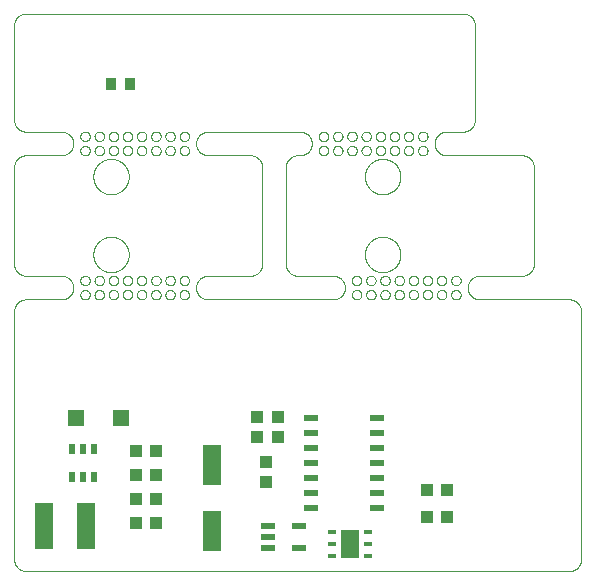
<source format=gtp>
G75*
%MOIN*%
%OFA0B0*%
%FSLAX25Y25*%
%IPPOS*%
%LPD*%
%AMOC8*
5,1,8,0,0,1.08239X$1,22.5*
%
%ADD10C,0.00000*%
%ADD11R,0.02362X0.03543*%
%ADD12R,0.04724X0.02165*%
%ADD13R,0.05906X0.15748*%
%ADD14R,0.03937X0.04331*%
%ADD15R,0.04331X0.03937*%
%ADD16R,0.05512X0.05512*%
%ADD17R,0.06299X0.13780*%
%ADD18R,0.04724X0.02362*%
%ADD19R,0.03150X0.01772*%
%ADD20R,0.05906X0.09449*%
%ADD21R,0.03740X0.03937*%
D10*
X0010681Y0060307D02*
X0191783Y0060307D01*
X0191907Y0060309D01*
X0192030Y0060315D01*
X0192154Y0060324D01*
X0192276Y0060338D01*
X0192399Y0060355D01*
X0192521Y0060377D01*
X0192642Y0060402D01*
X0192762Y0060431D01*
X0192881Y0060463D01*
X0193000Y0060500D01*
X0193117Y0060540D01*
X0193232Y0060583D01*
X0193347Y0060631D01*
X0193459Y0060682D01*
X0193570Y0060736D01*
X0193680Y0060794D01*
X0193787Y0060855D01*
X0193893Y0060920D01*
X0193996Y0060988D01*
X0194097Y0061059D01*
X0194196Y0061133D01*
X0194293Y0061210D01*
X0194387Y0061291D01*
X0194478Y0061374D01*
X0194567Y0061460D01*
X0194653Y0061549D01*
X0194736Y0061640D01*
X0194817Y0061734D01*
X0194894Y0061831D01*
X0194968Y0061930D01*
X0195039Y0062031D01*
X0195107Y0062134D01*
X0195172Y0062240D01*
X0195233Y0062347D01*
X0195291Y0062457D01*
X0195345Y0062568D01*
X0195396Y0062680D01*
X0195444Y0062795D01*
X0195487Y0062910D01*
X0195527Y0063027D01*
X0195564Y0063146D01*
X0195596Y0063265D01*
X0195625Y0063385D01*
X0195650Y0063506D01*
X0195672Y0063628D01*
X0195689Y0063751D01*
X0195703Y0063873D01*
X0195712Y0063997D01*
X0195718Y0064120D01*
X0195720Y0064244D01*
X0195720Y0146921D01*
X0195718Y0147045D01*
X0195712Y0147168D01*
X0195703Y0147292D01*
X0195689Y0147414D01*
X0195672Y0147537D01*
X0195650Y0147659D01*
X0195625Y0147780D01*
X0195596Y0147900D01*
X0195564Y0148019D01*
X0195527Y0148138D01*
X0195487Y0148255D01*
X0195444Y0148370D01*
X0195396Y0148485D01*
X0195345Y0148597D01*
X0195291Y0148708D01*
X0195233Y0148818D01*
X0195172Y0148925D01*
X0195107Y0149031D01*
X0195039Y0149134D01*
X0194968Y0149235D01*
X0194894Y0149334D01*
X0194817Y0149431D01*
X0194736Y0149525D01*
X0194653Y0149616D01*
X0194567Y0149705D01*
X0194478Y0149791D01*
X0194387Y0149874D01*
X0194293Y0149955D01*
X0194196Y0150032D01*
X0194097Y0150106D01*
X0193996Y0150177D01*
X0193893Y0150245D01*
X0193787Y0150310D01*
X0193680Y0150371D01*
X0193570Y0150429D01*
X0193459Y0150483D01*
X0193347Y0150534D01*
X0193232Y0150582D01*
X0193117Y0150625D01*
X0193000Y0150665D01*
X0192881Y0150702D01*
X0192762Y0150734D01*
X0192642Y0150763D01*
X0192521Y0150788D01*
X0192399Y0150810D01*
X0192276Y0150827D01*
X0192154Y0150841D01*
X0192030Y0150850D01*
X0191907Y0150856D01*
X0191783Y0150858D01*
X0161862Y0150858D01*
X0157925Y0154795D02*
X0157927Y0154919D01*
X0157933Y0155042D01*
X0157942Y0155166D01*
X0157956Y0155288D01*
X0157973Y0155411D01*
X0157995Y0155533D01*
X0158020Y0155654D01*
X0158049Y0155774D01*
X0158081Y0155893D01*
X0158118Y0156012D01*
X0158158Y0156129D01*
X0158201Y0156244D01*
X0158249Y0156359D01*
X0158300Y0156471D01*
X0158354Y0156582D01*
X0158412Y0156692D01*
X0158473Y0156799D01*
X0158538Y0156905D01*
X0158606Y0157008D01*
X0158677Y0157109D01*
X0158751Y0157208D01*
X0158828Y0157305D01*
X0158909Y0157399D01*
X0158992Y0157490D01*
X0159078Y0157579D01*
X0159167Y0157665D01*
X0159258Y0157748D01*
X0159352Y0157829D01*
X0159449Y0157906D01*
X0159548Y0157980D01*
X0159649Y0158051D01*
X0159752Y0158119D01*
X0159858Y0158184D01*
X0159965Y0158245D01*
X0160075Y0158303D01*
X0160186Y0158357D01*
X0160298Y0158408D01*
X0160413Y0158456D01*
X0160528Y0158499D01*
X0160645Y0158539D01*
X0160764Y0158576D01*
X0160883Y0158608D01*
X0161003Y0158637D01*
X0161124Y0158662D01*
X0161246Y0158684D01*
X0161369Y0158701D01*
X0161491Y0158715D01*
X0161615Y0158724D01*
X0161738Y0158730D01*
X0161862Y0158732D01*
X0176035Y0158732D01*
X0176159Y0158734D01*
X0176282Y0158740D01*
X0176406Y0158749D01*
X0176528Y0158763D01*
X0176651Y0158780D01*
X0176773Y0158802D01*
X0176894Y0158827D01*
X0177014Y0158856D01*
X0177133Y0158888D01*
X0177252Y0158925D01*
X0177369Y0158965D01*
X0177484Y0159008D01*
X0177599Y0159056D01*
X0177711Y0159107D01*
X0177822Y0159161D01*
X0177932Y0159219D01*
X0178039Y0159280D01*
X0178145Y0159345D01*
X0178248Y0159413D01*
X0178349Y0159484D01*
X0178448Y0159558D01*
X0178545Y0159635D01*
X0178639Y0159716D01*
X0178730Y0159799D01*
X0178819Y0159885D01*
X0178905Y0159974D01*
X0178988Y0160065D01*
X0179069Y0160159D01*
X0179146Y0160256D01*
X0179220Y0160355D01*
X0179291Y0160456D01*
X0179359Y0160559D01*
X0179424Y0160665D01*
X0179485Y0160772D01*
X0179543Y0160882D01*
X0179597Y0160993D01*
X0179648Y0161105D01*
X0179696Y0161220D01*
X0179739Y0161335D01*
X0179779Y0161452D01*
X0179816Y0161571D01*
X0179848Y0161690D01*
X0179877Y0161810D01*
X0179902Y0161931D01*
X0179924Y0162053D01*
X0179941Y0162176D01*
X0179955Y0162298D01*
X0179964Y0162422D01*
X0179970Y0162545D01*
X0179972Y0162669D01*
X0179972Y0194953D01*
X0179970Y0195077D01*
X0179964Y0195200D01*
X0179955Y0195324D01*
X0179941Y0195446D01*
X0179924Y0195569D01*
X0179902Y0195691D01*
X0179877Y0195812D01*
X0179848Y0195932D01*
X0179816Y0196051D01*
X0179779Y0196170D01*
X0179739Y0196287D01*
X0179696Y0196402D01*
X0179648Y0196517D01*
X0179597Y0196629D01*
X0179543Y0196740D01*
X0179485Y0196850D01*
X0179424Y0196957D01*
X0179359Y0197063D01*
X0179291Y0197166D01*
X0179220Y0197267D01*
X0179146Y0197366D01*
X0179069Y0197463D01*
X0178988Y0197557D01*
X0178905Y0197648D01*
X0178819Y0197737D01*
X0178730Y0197823D01*
X0178639Y0197906D01*
X0178545Y0197987D01*
X0178448Y0198064D01*
X0178349Y0198138D01*
X0178248Y0198209D01*
X0178145Y0198277D01*
X0178039Y0198342D01*
X0177932Y0198403D01*
X0177822Y0198461D01*
X0177711Y0198515D01*
X0177599Y0198566D01*
X0177484Y0198614D01*
X0177369Y0198657D01*
X0177252Y0198697D01*
X0177133Y0198734D01*
X0177014Y0198766D01*
X0176894Y0198795D01*
X0176773Y0198820D01*
X0176651Y0198842D01*
X0176528Y0198859D01*
X0176406Y0198873D01*
X0176282Y0198882D01*
X0176159Y0198888D01*
X0176035Y0198890D01*
X0150839Y0198890D01*
X0146902Y0202827D02*
X0146904Y0202951D01*
X0146910Y0203074D01*
X0146919Y0203198D01*
X0146933Y0203320D01*
X0146950Y0203443D01*
X0146972Y0203565D01*
X0146997Y0203686D01*
X0147026Y0203806D01*
X0147058Y0203925D01*
X0147095Y0204044D01*
X0147135Y0204161D01*
X0147178Y0204276D01*
X0147226Y0204391D01*
X0147277Y0204503D01*
X0147331Y0204614D01*
X0147389Y0204724D01*
X0147450Y0204831D01*
X0147515Y0204937D01*
X0147583Y0205040D01*
X0147654Y0205141D01*
X0147728Y0205240D01*
X0147805Y0205337D01*
X0147886Y0205431D01*
X0147969Y0205522D01*
X0148055Y0205611D01*
X0148144Y0205697D01*
X0148235Y0205780D01*
X0148329Y0205861D01*
X0148426Y0205938D01*
X0148525Y0206012D01*
X0148626Y0206083D01*
X0148729Y0206151D01*
X0148835Y0206216D01*
X0148942Y0206277D01*
X0149052Y0206335D01*
X0149163Y0206389D01*
X0149275Y0206440D01*
X0149390Y0206488D01*
X0149505Y0206531D01*
X0149622Y0206571D01*
X0149741Y0206608D01*
X0149860Y0206640D01*
X0149980Y0206669D01*
X0150101Y0206694D01*
X0150223Y0206716D01*
X0150346Y0206733D01*
X0150468Y0206747D01*
X0150592Y0206756D01*
X0150715Y0206762D01*
X0150839Y0206764D01*
X0156350Y0206764D01*
X0156474Y0206766D01*
X0156597Y0206772D01*
X0156721Y0206781D01*
X0156843Y0206795D01*
X0156966Y0206812D01*
X0157088Y0206834D01*
X0157209Y0206859D01*
X0157329Y0206888D01*
X0157448Y0206920D01*
X0157567Y0206957D01*
X0157684Y0206997D01*
X0157799Y0207040D01*
X0157914Y0207088D01*
X0158026Y0207139D01*
X0158137Y0207193D01*
X0158247Y0207251D01*
X0158354Y0207312D01*
X0158460Y0207377D01*
X0158563Y0207445D01*
X0158664Y0207516D01*
X0158763Y0207590D01*
X0158860Y0207667D01*
X0158954Y0207748D01*
X0159045Y0207831D01*
X0159134Y0207917D01*
X0159220Y0208006D01*
X0159303Y0208097D01*
X0159384Y0208191D01*
X0159461Y0208288D01*
X0159535Y0208387D01*
X0159606Y0208488D01*
X0159674Y0208591D01*
X0159739Y0208697D01*
X0159800Y0208804D01*
X0159858Y0208914D01*
X0159912Y0209025D01*
X0159963Y0209137D01*
X0160011Y0209252D01*
X0160054Y0209367D01*
X0160094Y0209484D01*
X0160131Y0209603D01*
X0160163Y0209722D01*
X0160192Y0209842D01*
X0160217Y0209963D01*
X0160239Y0210085D01*
X0160256Y0210208D01*
X0160270Y0210330D01*
X0160279Y0210454D01*
X0160285Y0210577D01*
X0160287Y0210701D01*
X0160287Y0242197D01*
X0160285Y0242321D01*
X0160279Y0242444D01*
X0160270Y0242568D01*
X0160256Y0242690D01*
X0160239Y0242813D01*
X0160217Y0242935D01*
X0160192Y0243056D01*
X0160163Y0243176D01*
X0160131Y0243295D01*
X0160094Y0243414D01*
X0160054Y0243531D01*
X0160011Y0243646D01*
X0159963Y0243761D01*
X0159912Y0243873D01*
X0159858Y0243984D01*
X0159800Y0244094D01*
X0159739Y0244201D01*
X0159674Y0244307D01*
X0159606Y0244410D01*
X0159535Y0244511D01*
X0159461Y0244610D01*
X0159384Y0244707D01*
X0159303Y0244801D01*
X0159220Y0244892D01*
X0159134Y0244981D01*
X0159045Y0245067D01*
X0158954Y0245150D01*
X0158860Y0245231D01*
X0158763Y0245308D01*
X0158664Y0245382D01*
X0158563Y0245453D01*
X0158460Y0245521D01*
X0158354Y0245586D01*
X0158247Y0245647D01*
X0158137Y0245705D01*
X0158026Y0245759D01*
X0157914Y0245810D01*
X0157799Y0245858D01*
X0157684Y0245901D01*
X0157567Y0245941D01*
X0157448Y0245978D01*
X0157329Y0246010D01*
X0157209Y0246039D01*
X0157088Y0246064D01*
X0156966Y0246086D01*
X0156843Y0246103D01*
X0156721Y0246117D01*
X0156597Y0246126D01*
X0156474Y0246132D01*
X0156350Y0246134D01*
X0010681Y0246134D01*
X0010557Y0246132D01*
X0010434Y0246126D01*
X0010310Y0246117D01*
X0010188Y0246103D01*
X0010065Y0246086D01*
X0009943Y0246064D01*
X0009822Y0246039D01*
X0009702Y0246010D01*
X0009583Y0245978D01*
X0009464Y0245941D01*
X0009347Y0245901D01*
X0009232Y0245858D01*
X0009117Y0245810D01*
X0009005Y0245759D01*
X0008894Y0245705D01*
X0008784Y0245647D01*
X0008677Y0245586D01*
X0008571Y0245521D01*
X0008468Y0245453D01*
X0008367Y0245382D01*
X0008268Y0245308D01*
X0008171Y0245231D01*
X0008077Y0245150D01*
X0007986Y0245067D01*
X0007897Y0244981D01*
X0007811Y0244892D01*
X0007728Y0244801D01*
X0007647Y0244707D01*
X0007570Y0244610D01*
X0007496Y0244511D01*
X0007425Y0244410D01*
X0007357Y0244307D01*
X0007292Y0244201D01*
X0007231Y0244094D01*
X0007173Y0243984D01*
X0007119Y0243873D01*
X0007068Y0243761D01*
X0007020Y0243646D01*
X0006977Y0243531D01*
X0006937Y0243414D01*
X0006900Y0243295D01*
X0006868Y0243176D01*
X0006839Y0243056D01*
X0006814Y0242935D01*
X0006792Y0242813D01*
X0006775Y0242690D01*
X0006761Y0242568D01*
X0006752Y0242444D01*
X0006746Y0242321D01*
X0006744Y0242197D01*
X0006744Y0210701D01*
X0006746Y0210577D01*
X0006752Y0210454D01*
X0006761Y0210330D01*
X0006775Y0210208D01*
X0006792Y0210085D01*
X0006814Y0209963D01*
X0006839Y0209842D01*
X0006868Y0209722D01*
X0006900Y0209603D01*
X0006937Y0209484D01*
X0006977Y0209367D01*
X0007020Y0209252D01*
X0007068Y0209137D01*
X0007119Y0209025D01*
X0007173Y0208914D01*
X0007231Y0208804D01*
X0007292Y0208697D01*
X0007357Y0208591D01*
X0007425Y0208488D01*
X0007496Y0208387D01*
X0007570Y0208288D01*
X0007647Y0208191D01*
X0007728Y0208097D01*
X0007811Y0208006D01*
X0007897Y0207917D01*
X0007986Y0207831D01*
X0008077Y0207748D01*
X0008171Y0207667D01*
X0008268Y0207590D01*
X0008367Y0207516D01*
X0008468Y0207445D01*
X0008571Y0207377D01*
X0008677Y0207312D01*
X0008784Y0207251D01*
X0008894Y0207193D01*
X0009005Y0207139D01*
X0009117Y0207088D01*
X0009232Y0207040D01*
X0009347Y0206997D01*
X0009464Y0206957D01*
X0009583Y0206920D01*
X0009702Y0206888D01*
X0009822Y0206859D01*
X0009943Y0206834D01*
X0010065Y0206812D01*
X0010188Y0206795D01*
X0010310Y0206781D01*
X0010434Y0206772D01*
X0010557Y0206766D01*
X0010681Y0206764D01*
X0022492Y0206764D01*
X0022616Y0206762D01*
X0022739Y0206756D01*
X0022863Y0206747D01*
X0022985Y0206733D01*
X0023108Y0206716D01*
X0023230Y0206694D01*
X0023351Y0206669D01*
X0023471Y0206640D01*
X0023590Y0206608D01*
X0023709Y0206571D01*
X0023826Y0206531D01*
X0023941Y0206488D01*
X0024056Y0206440D01*
X0024168Y0206389D01*
X0024279Y0206335D01*
X0024389Y0206277D01*
X0024496Y0206216D01*
X0024602Y0206151D01*
X0024705Y0206083D01*
X0024806Y0206012D01*
X0024905Y0205938D01*
X0025002Y0205861D01*
X0025096Y0205780D01*
X0025187Y0205697D01*
X0025276Y0205611D01*
X0025362Y0205522D01*
X0025445Y0205431D01*
X0025526Y0205337D01*
X0025603Y0205240D01*
X0025677Y0205141D01*
X0025748Y0205040D01*
X0025816Y0204937D01*
X0025881Y0204831D01*
X0025942Y0204724D01*
X0026000Y0204614D01*
X0026054Y0204503D01*
X0026105Y0204391D01*
X0026153Y0204276D01*
X0026196Y0204161D01*
X0026236Y0204044D01*
X0026273Y0203925D01*
X0026305Y0203806D01*
X0026334Y0203686D01*
X0026359Y0203565D01*
X0026381Y0203443D01*
X0026398Y0203320D01*
X0026412Y0203198D01*
X0026421Y0203074D01*
X0026427Y0202951D01*
X0026429Y0202827D01*
X0026427Y0202703D01*
X0026421Y0202580D01*
X0026412Y0202456D01*
X0026398Y0202334D01*
X0026381Y0202211D01*
X0026359Y0202089D01*
X0026334Y0201968D01*
X0026305Y0201848D01*
X0026273Y0201729D01*
X0026236Y0201610D01*
X0026196Y0201493D01*
X0026153Y0201378D01*
X0026105Y0201263D01*
X0026054Y0201151D01*
X0026000Y0201040D01*
X0025942Y0200930D01*
X0025881Y0200823D01*
X0025816Y0200717D01*
X0025748Y0200614D01*
X0025677Y0200513D01*
X0025603Y0200414D01*
X0025526Y0200317D01*
X0025445Y0200223D01*
X0025362Y0200132D01*
X0025276Y0200043D01*
X0025187Y0199957D01*
X0025096Y0199874D01*
X0025002Y0199793D01*
X0024905Y0199716D01*
X0024806Y0199642D01*
X0024705Y0199571D01*
X0024602Y0199503D01*
X0024496Y0199438D01*
X0024389Y0199377D01*
X0024279Y0199319D01*
X0024168Y0199265D01*
X0024056Y0199214D01*
X0023941Y0199166D01*
X0023826Y0199123D01*
X0023709Y0199083D01*
X0023590Y0199046D01*
X0023471Y0199014D01*
X0023351Y0198985D01*
X0023230Y0198960D01*
X0023108Y0198938D01*
X0022985Y0198921D01*
X0022863Y0198907D01*
X0022739Y0198898D01*
X0022616Y0198892D01*
X0022492Y0198890D01*
X0010681Y0198890D01*
X0010557Y0198888D01*
X0010434Y0198882D01*
X0010310Y0198873D01*
X0010188Y0198859D01*
X0010065Y0198842D01*
X0009943Y0198820D01*
X0009822Y0198795D01*
X0009702Y0198766D01*
X0009583Y0198734D01*
X0009464Y0198697D01*
X0009347Y0198657D01*
X0009232Y0198614D01*
X0009117Y0198566D01*
X0009005Y0198515D01*
X0008894Y0198461D01*
X0008784Y0198403D01*
X0008677Y0198342D01*
X0008571Y0198277D01*
X0008468Y0198209D01*
X0008367Y0198138D01*
X0008268Y0198064D01*
X0008171Y0197987D01*
X0008077Y0197906D01*
X0007986Y0197823D01*
X0007897Y0197737D01*
X0007811Y0197648D01*
X0007728Y0197557D01*
X0007647Y0197463D01*
X0007570Y0197366D01*
X0007496Y0197267D01*
X0007425Y0197166D01*
X0007357Y0197063D01*
X0007292Y0196957D01*
X0007231Y0196850D01*
X0007173Y0196740D01*
X0007119Y0196629D01*
X0007068Y0196517D01*
X0007020Y0196402D01*
X0006977Y0196287D01*
X0006937Y0196170D01*
X0006900Y0196051D01*
X0006868Y0195932D01*
X0006839Y0195812D01*
X0006814Y0195691D01*
X0006792Y0195569D01*
X0006775Y0195446D01*
X0006761Y0195324D01*
X0006752Y0195200D01*
X0006746Y0195077D01*
X0006744Y0194953D01*
X0006744Y0162669D01*
X0006746Y0162545D01*
X0006752Y0162422D01*
X0006761Y0162298D01*
X0006775Y0162176D01*
X0006792Y0162053D01*
X0006814Y0161931D01*
X0006839Y0161810D01*
X0006868Y0161690D01*
X0006900Y0161571D01*
X0006937Y0161452D01*
X0006977Y0161335D01*
X0007020Y0161220D01*
X0007068Y0161105D01*
X0007119Y0160993D01*
X0007173Y0160882D01*
X0007231Y0160772D01*
X0007292Y0160665D01*
X0007357Y0160559D01*
X0007425Y0160456D01*
X0007496Y0160355D01*
X0007570Y0160256D01*
X0007647Y0160159D01*
X0007728Y0160065D01*
X0007811Y0159974D01*
X0007897Y0159885D01*
X0007986Y0159799D01*
X0008077Y0159716D01*
X0008171Y0159635D01*
X0008268Y0159558D01*
X0008367Y0159484D01*
X0008468Y0159413D01*
X0008571Y0159345D01*
X0008677Y0159280D01*
X0008784Y0159219D01*
X0008894Y0159161D01*
X0009005Y0159107D01*
X0009117Y0159056D01*
X0009232Y0159008D01*
X0009347Y0158965D01*
X0009464Y0158925D01*
X0009583Y0158888D01*
X0009702Y0158856D01*
X0009822Y0158827D01*
X0009943Y0158802D01*
X0010065Y0158780D01*
X0010188Y0158763D01*
X0010310Y0158749D01*
X0010434Y0158740D01*
X0010557Y0158734D01*
X0010681Y0158732D01*
X0022492Y0158732D01*
X0022616Y0158730D01*
X0022739Y0158724D01*
X0022863Y0158715D01*
X0022985Y0158701D01*
X0023108Y0158684D01*
X0023230Y0158662D01*
X0023351Y0158637D01*
X0023471Y0158608D01*
X0023590Y0158576D01*
X0023709Y0158539D01*
X0023826Y0158499D01*
X0023941Y0158456D01*
X0024056Y0158408D01*
X0024168Y0158357D01*
X0024279Y0158303D01*
X0024389Y0158245D01*
X0024496Y0158184D01*
X0024602Y0158119D01*
X0024705Y0158051D01*
X0024806Y0157980D01*
X0024905Y0157906D01*
X0025002Y0157829D01*
X0025096Y0157748D01*
X0025187Y0157665D01*
X0025276Y0157579D01*
X0025362Y0157490D01*
X0025445Y0157399D01*
X0025526Y0157305D01*
X0025603Y0157208D01*
X0025677Y0157109D01*
X0025748Y0157008D01*
X0025816Y0156905D01*
X0025881Y0156799D01*
X0025942Y0156692D01*
X0026000Y0156582D01*
X0026054Y0156471D01*
X0026105Y0156359D01*
X0026153Y0156244D01*
X0026196Y0156129D01*
X0026236Y0156012D01*
X0026273Y0155893D01*
X0026305Y0155774D01*
X0026334Y0155654D01*
X0026359Y0155533D01*
X0026381Y0155411D01*
X0026398Y0155288D01*
X0026412Y0155166D01*
X0026421Y0155042D01*
X0026427Y0154919D01*
X0026429Y0154795D01*
X0026427Y0154671D01*
X0026421Y0154548D01*
X0026412Y0154424D01*
X0026398Y0154302D01*
X0026381Y0154179D01*
X0026359Y0154057D01*
X0026334Y0153936D01*
X0026305Y0153816D01*
X0026273Y0153697D01*
X0026236Y0153578D01*
X0026196Y0153461D01*
X0026153Y0153346D01*
X0026105Y0153231D01*
X0026054Y0153119D01*
X0026000Y0153008D01*
X0025942Y0152898D01*
X0025881Y0152791D01*
X0025816Y0152685D01*
X0025748Y0152582D01*
X0025677Y0152481D01*
X0025603Y0152382D01*
X0025526Y0152285D01*
X0025445Y0152191D01*
X0025362Y0152100D01*
X0025276Y0152011D01*
X0025187Y0151925D01*
X0025096Y0151842D01*
X0025002Y0151761D01*
X0024905Y0151684D01*
X0024806Y0151610D01*
X0024705Y0151539D01*
X0024602Y0151471D01*
X0024496Y0151406D01*
X0024389Y0151345D01*
X0024279Y0151287D01*
X0024168Y0151233D01*
X0024056Y0151182D01*
X0023941Y0151134D01*
X0023826Y0151091D01*
X0023709Y0151051D01*
X0023590Y0151014D01*
X0023471Y0150982D01*
X0023351Y0150953D01*
X0023230Y0150928D01*
X0023108Y0150906D01*
X0022985Y0150889D01*
X0022863Y0150875D01*
X0022739Y0150866D01*
X0022616Y0150860D01*
X0022492Y0150858D01*
X0010681Y0150858D01*
X0010557Y0150856D01*
X0010434Y0150850D01*
X0010310Y0150841D01*
X0010188Y0150827D01*
X0010065Y0150810D01*
X0009943Y0150788D01*
X0009822Y0150763D01*
X0009702Y0150734D01*
X0009583Y0150702D01*
X0009464Y0150665D01*
X0009347Y0150625D01*
X0009232Y0150582D01*
X0009117Y0150534D01*
X0009005Y0150483D01*
X0008894Y0150429D01*
X0008784Y0150371D01*
X0008677Y0150310D01*
X0008571Y0150245D01*
X0008468Y0150177D01*
X0008367Y0150106D01*
X0008268Y0150032D01*
X0008171Y0149955D01*
X0008077Y0149874D01*
X0007986Y0149791D01*
X0007897Y0149705D01*
X0007811Y0149616D01*
X0007728Y0149525D01*
X0007647Y0149431D01*
X0007570Y0149334D01*
X0007496Y0149235D01*
X0007425Y0149134D01*
X0007357Y0149031D01*
X0007292Y0148925D01*
X0007231Y0148818D01*
X0007173Y0148708D01*
X0007119Y0148597D01*
X0007068Y0148485D01*
X0007020Y0148370D01*
X0006977Y0148255D01*
X0006937Y0148138D01*
X0006900Y0148019D01*
X0006868Y0147900D01*
X0006839Y0147780D01*
X0006814Y0147659D01*
X0006792Y0147537D01*
X0006775Y0147414D01*
X0006761Y0147292D01*
X0006752Y0147168D01*
X0006746Y0147045D01*
X0006744Y0146921D01*
X0006744Y0064244D01*
X0006746Y0064120D01*
X0006752Y0063997D01*
X0006761Y0063873D01*
X0006775Y0063751D01*
X0006792Y0063628D01*
X0006814Y0063506D01*
X0006839Y0063385D01*
X0006868Y0063265D01*
X0006900Y0063146D01*
X0006937Y0063027D01*
X0006977Y0062910D01*
X0007020Y0062795D01*
X0007068Y0062680D01*
X0007119Y0062568D01*
X0007173Y0062457D01*
X0007231Y0062347D01*
X0007292Y0062240D01*
X0007357Y0062134D01*
X0007425Y0062031D01*
X0007496Y0061930D01*
X0007570Y0061831D01*
X0007647Y0061734D01*
X0007728Y0061640D01*
X0007811Y0061549D01*
X0007897Y0061460D01*
X0007986Y0061374D01*
X0008077Y0061291D01*
X0008171Y0061210D01*
X0008268Y0061133D01*
X0008367Y0061059D01*
X0008468Y0060988D01*
X0008571Y0060920D01*
X0008677Y0060855D01*
X0008784Y0060794D01*
X0008894Y0060736D01*
X0009005Y0060682D01*
X0009117Y0060631D01*
X0009232Y0060583D01*
X0009347Y0060540D01*
X0009464Y0060500D01*
X0009583Y0060463D01*
X0009702Y0060431D01*
X0009822Y0060402D01*
X0009943Y0060377D01*
X0010065Y0060355D01*
X0010188Y0060338D01*
X0010310Y0060324D01*
X0010434Y0060315D01*
X0010557Y0060309D01*
X0010681Y0060307D01*
X0071311Y0150858D02*
X0113043Y0150858D01*
X0116980Y0154795D02*
X0116978Y0154919D01*
X0116972Y0155042D01*
X0116963Y0155166D01*
X0116949Y0155288D01*
X0116932Y0155411D01*
X0116910Y0155533D01*
X0116885Y0155654D01*
X0116856Y0155774D01*
X0116824Y0155893D01*
X0116787Y0156012D01*
X0116747Y0156129D01*
X0116704Y0156244D01*
X0116656Y0156359D01*
X0116605Y0156471D01*
X0116551Y0156582D01*
X0116493Y0156692D01*
X0116432Y0156799D01*
X0116367Y0156905D01*
X0116299Y0157008D01*
X0116228Y0157109D01*
X0116154Y0157208D01*
X0116077Y0157305D01*
X0115996Y0157399D01*
X0115913Y0157490D01*
X0115827Y0157579D01*
X0115738Y0157665D01*
X0115647Y0157748D01*
X0115553Y0157829D01*
X0115456Y0157906D01*
X0115357Y0157980D01*
X0115256Y0158051D01*
X0115153Y0158119D01*
X0115047Y0158184D01*
X0114940Y0158245D01*
X0114830Y0158303D01*
X0114719Y0158357D01*
X0114607Y0158408D01*
X0114492Y0158456D01*
X0114377Y0158499D01*
X0114260Y0158539D01*
X0114141Y0158576D01*
X0114022Y0158608D01*
X0113902Y0158637D01*
X0113781Y0158662D01*
X0113659Y0158684D01*
X0113536Y0158701D01*
X0113414Y0158715D01*
X0113290Y0158724D01*
X0113167Y0158730D01*
X0113043Y0158732D01*
X0101232Y0158732D01*
X0101108Y0158734D01*
X0100985Y0158740D01*
X0100861Y0158749D01*
X0100739Y0158763D01*
X0100616Y0158780D01*
X0100494Y0158802D01*
X0100373Y0158827D01*
X0100253Y0158856D01*
X0100134Y0158888D01*
X0100015Y0158925D01*
X0099898Y0158965D01*
X0099783Y0159008D01*
X0099668Y0159056D01*
X0099556Y0159107D01*
X0099445Y0159161D01*
X0099335Y0159219D01*
X0099228Y0159280D01*
X0099122Y0159345D01*
X0099019Y0159413D01*
X0098918Y0159484D01*
X0098819Y0159558D01*
X0098722Y0159635D01*
X0098628Y0159716D01*
X0098537Y0159799D01*
X0098448Y0159885D01*
X0098362Y0159974D01*
X0098279Y0160065D01*
X0098198Y0160159D01*
X0098121Y0160256D01*
X0098047Y0160355D01*
X0097976Y0160456D01*
X0097908Y0160559D01*
X0097843Y0160665D01*
X0097782Y0160772D01*
X0097724Y0160882D01*
X0097670Y0160993D01*
X0097619Y0161105D01*
X0097571Y0161220D01*
X0097528Y0161335D01*
X0097488Y0161452D01*
X0097451Y0161571D01*
X0097419Y0161690D01*
X0097390Y0161810D01*
X0097365Y0161931D01*
X0097343Y0162053D01*
X0097326Y0162176D01*
X0097312Y0162298D01*
X0097303Y0162422D01*
X0097297Y0162545D01*
X0097295Y0162669D01*
X0097295Y0194953D01*
X0097297Y0195077D01*
X0097303Y0195200D01*
X0097312Y0195324D01*
X0097326Y0195446D01*
X0097343Y0195569D01*
X0097365Y0195691D01*
X0097390Y0195812D01*
X0097419Y0195932D01*
X0097451Y0196051D01*
X0097488Y0196170D01*
X0097528Y0196287D01*
X0097571Y0196402D01*
X0097619Y0196517D01*
X0097670Y0196629D01*
X0097724Y0196740D01*
X0097782Y0196850D01*
X0097843Y0196957D01*
X0097908Y0197063D01*
X0097976Y0197166D01*
X0098047Y0197267D01*
X0098121Y0197366D01*
X0098198Y0197463D01*
X0098279Y0197557D01*
X0098362Y0197648D01*
X0098448Y0197737D01*
X0098537Y0197823D01*
X0098628Y0197906D01*
X0098722Y0197987D01*
X0098819Y0198064D01*
X0098918Y0198138D01*
X0099019Y0198209D01*
X0099122Y0198277D01*
X0099228Y0198342D01*
X0099335Y0198403D01*
X0099445Y0198461D01*
X0099556Y0198515D01*
X0099668Y0198566D01*
X0099783Y0198614D01*
X0099898Y0198657D01*
X0100015Y0198697D01*
X0100134Y0198734D01*
X0100253Y0198766D01*
X0100373Y0198795D01*
X0100494Y0198820D01*
X0100616Y0198842D01*
X0100739Y0198859D01*
X0100861Y0198873D01*
X0100985Y0198882D01*
X0101108Y0198888D01*
X0101232Y0198890D01*
X0102020Y0198890D01*
X0105957Y0202827D02*
X0105955Y0202951D01*
X0105949Y0203074D01*
X0105940Y0203198D01*
X0105926Y0203320D01*
X0105909Y0203443D01*
X0105887Y0203565D01*
X0105862Y0203686D01*
X0105833Y0203806D01*
X0105801Y0203925D01*
X0105764Y0204044D01*
X0105724Y0204161D01*
X0105681Y0204276D01*
X0105633Y0204391D01*
X0105582Y0204503D01*
X0105528Y0204614D01*
X0105470Y0204724D01*
X0105409Y0204831D01*
X0105344Y0204937D01*
X0105276Y0205040D01*
X0105205Y0205141D01*
X0105131Y0205240D01*
X0105054Y0205337D01*
X0104973Y0205431D01*
X0104890Y0205522D01*
X0104804Y0205611D01*
X0104715Y0205697D01*
X0104624Y0205780D01*
X0104530Y0205861D01*
X0104433Y0205938D01*
X0104334Y0206012D01*
X0104233Y0206083D01*
X0104130Y0206151D01*
X0104024Y0206216D01*
X0103917Y0206277D01*
X0103807Y0206335D01*
X0103696Y0206389D01*
X0103584Y0206440D01*
X0103469Y0206488D01*
X0103354Y0206531D01*
X0103237Y0206571D01*
X0103118Y0206608D01*
X0102999Y0206640D01*
X0102879Y0206669D01*
X0102758Y0206694D01*
X0102636Y0206716D01*
X0102513Y0206733D01*
X0102391Y0206747D01*
X0102267Y0206756D01*
X0102144Y0206762D01*
X0102020Y0206764D01*
X0071311Y0206764D01*
X0071187Y0206762D01*
X0071064Y0206756D01*
X0070940Y0206747D01*
X0070818Y0206733D01*
X0070695Y0206716D01*
X0070573Y0206694D01*
X0070452Y0206669D01*
X0070332Y0206640D01*
X0070213Y0206608D01*
X0070094Y0206571D01*
X0069977Y0206531D01*
X0069862Y0206488D01*
X0069747Y0206440D01*
X0069635Y0206389D01*
X0069524Y0206335D01*
X0069414Y0206277D01*
X0069307Y0206216D01*
X0069201Y0206151D01*
X0069098Y0206083D01*
X0068997Y0206012D01*
X0068898Y0205938D01*
X0068801Y0205861D01*
X0068707Y0205780D01*
X0068616Y0205697D01*
X0068527Y0205611D01*
X0068441Y0205522D01*
X0068358Y0205431D01*
X0068277Y0205337D01*
X0068200Y0205240D01*
X0068126Y0205141D01*
X0068055Y0205040D01*
X0067987Y0204937D01*
X0067922Y0204831D01*
X0067861Y0204724D01*
X0067803Y0204614D01*
X0067749Y0204503D01*
X0067698Y0204391D01*
X0067650Y0204276D01*
X0067607Y0204161D01*
X0067567Y0204044D01*
X0067530Y0203925D01*
X0067498Y0203806D01*
X0067469Y0203686D01*
X0067444Y0203565D01*
X0067422Y0203443D01*
X0067405Y0203320D01*
X0067391Y0203198D01*
X0067382Y0203074D01*
X0067376Y0202951D01*
X0067374Y0202827D01*
X0067376Y0202703D01*
X0067382Y0202580D01*
X0067391Y0202456D01*
X0067405Y0202334D01*
X0067422Y0202211D01*
X0067444Y0202089D01*
X0067469Y0201968D01*
X0067498Y0201848D01*
X0067530Y0201729D01*
X0067567Y0201610D01*
X0067607Y0201493D01*
X0067650Y0201378D01*
X0067698Y0201263D01*
X0067749Y0201151D01*
X0067803Y0201040D01*
X0067861Y0200930D01*
X0067922Y0200823D01*
X0067987Y0200717D01*
X0068055Y0200614D01*
X0068126Y0200513D01*
X0068200Y0200414D01*
X0068277Y0200317D01*
X0068358Y0200223D01*
X0068441Y0200132D01*
X0068527Y0200043D01*
X0068616Y0199957D01*
X0068707Y0199874D01*
X0068801Y0199793D01*
X0068898Y0199716D01*
X0068997Y0199642D01*
X0069098Y0199571D01*
X0069201Y0199503D01*
X0069307Y0199438D01*
X0069414Y0199377D01*
X0069524Y0199319D01*
X0069635Y0199265D01*
X0069747Y0199214D01*
X0069862Y0199166D01*
X0069977Y0199123D01*
X0070094Y0199083D01*
X0070213Y0199046D01*
X0070332Y0199014D01*
X0070452Y0198985D01*
X0070573Y0198960D01*
X0070695Y0198938D01*
X0070818Y0198921D01*
X0070940Y0198907D01*
X0071064Y0198898D01*
X0071187Y0198892D01*
X0071311Y0198890D01*
X0085484Y0198890D01*
X0085608Y0198888D01*
X0085731Y0198882D01*
X0085855Y0198873D01*
X0085977Y0198859D01*
X0086100Y0198842D01*
X0086222Y0198820D01*
X0086343Y0198795D01*
X0086463Y0198766D01*
X0086582Y0198734D01*
X0086701Y0198697D01*
X0086818Y0198657D01*
X0086933Y0198614D01*
X0087048Y0198566D01*
X0087160Y0198515D01*
X0087271Y0198461D01*
X0087381Y0198403D01*
X0087488Y0198342D01*
X0087594Y0198277D01*
X0087697Y0198209D01*
X0087798Y0198138D01*
X0087897Y0198064D01*
X0087994Y0197987D01*
X0088088Y0197906D01*
X0088179Y0197823D01*
X0088268Y0197737D01*
X0088354Y0197648D01*
X0088437Y0197557D01*
X0088518Y0197463D01*
X0088595Y0197366D01*
X0088669Y0197267D01*
X0088740Y0197166D01*
X0088808Y0197063D01*
X0088873Y0196957D01*
X0088934Y0196850D01*
X0088992Y0196740D01*
X0089046Y0196629D01*
X0089097Y0196517D01*
X0089145Y0196402D01*
X0089188Y0196287D01*
X0089228Y0196170D01*
X0089265Y0196051D01*
X0089297Y0195932D01*
X0089326Y0195812D01*
X0089351Y0195691D01*
X0089373Y0195569D01*
X0089390Y0195446D01*
X0089404Y0195324D01*
X0089413Y0195200D01*
X0089419Y0195077D01*
X0089421Y0194953D01*
X0089421Y0162669D01*
X0089419Y0162545D01*
X0089413Y0162422D01*
X0089404Y0162298D01*
X0089390Y0162176D01*
X0089373Y0162053D01*
X0089351Y0161931D01*
X0089326Y0161810D01*
X0089297Y0161690D01*
X0089265Y0161571D01*
X0089228Y0161452D01*
X0089188Y0161335D01*
X0089145Y0161220D01*
X0089097Y0161105D01*
X0089046Y0160993D01*
X0088992Y0160882D01*
X0088934Y0160772D01*
X0088873Y0160665D01*
X0088808Y0160559D01*
X0088740Y0160456D01*
X0088669Y0160355D01*
X0088595Y0160256D01*
X0088518Y0160159D01*
X0088437Y0160065D01*
X0088354Y0159974D01*
X0088268Y0159885D01*
X0088179Y0159799D01*
X0088088Y0159716D01*
X0087994Y0159635D01*
X0087897Y0159558D01*
X0087798Y0159484D01*
X0087697Y0159413D01*
X0087594Y0159345D01*
X0087488Y0159280D01*
X0087381Y0159219D01*
X0087271Y0159161D01*
X0087160Y0159107D01*
X0087048Y0159056D01*
X0086933Y0159008D01*
X0086818Y0158965D01*
X0086701Y0158925D01*
X0086582Y0158888D01*
X0086463Y0158856D01*
X0086343Y0158827D01*
X0086222Y0158802D01*
X0086100Y0158780D01*
X0085977Y0158763D01*
X0085855Y0158749D01*
X0085731Y0158740D01*
X0085608Y0158734D01*
X0085484Y0158732D01*
X0071311Y0158732D01*
X0071187Y0158730D01*
X0071064Y0158724D01*
X0070940Y0158715D01*
X0070818Y0158701D01*
X0070695Y0158684D01*
X0070573Y0158662D01*
X0070452Y0158637D01*
X0070332Y0158608D01*
X0070213Y0158576D01*
X0070094Y0158539D01*
X0069977Y0158499D01*
X0069862Y0158456D01*
X0069747Y0158408D01*
X0069635Y0158357D01*
X0069524Y0158303D01*
X0069414Y0158245D01*
X0069307Y0158184D01*
X0069201Y0158119D01*
X0069098Y0158051D01*
X0068997Y0157980D01*
X0068898Y0157906D01*
X0068801Y0157829D01*
X0068707Y0157748D01*
X0068616Y0157665D01*
X0068527Y0157579D01*
X0068441Y0157490D01*
X0068358Y0157399D01*
X0068277Y0157305D01*
X0068200Y0157208D01*
X0068126Y0157109D01*
X0068055Y0157008D01*
X0067987Y0156905D01*
X0067922Y0156799D01*
X0067861Y0156692D01*
X0067803Y0156582D01*
X0067749Y0156471D01*
X0067698Y0156359D01*
X0067650Y0156244D01*
X0067607Y0156129D01*
X0067567Y0156012D01*
X0067530Y0155893D01*
X0067498Y0155774D01*
X0067469Y0155654D01*
X0067444Y0155533D01*
X0067422Y0155411D01*
X0067405Y0155288D01*
X0067391Y0155166D01*
X0067382Y0155042D01*
X0067376Y0154919D01*
X0067374Y0154795D01*
X0067376Y0154671D01*
X0067382Y0154548D01*
X0067391Y0154424D01*
X0067405Y0154302D01*
X0067422Y0154179D01*
X0067444Y0154057D01*
X0067469Y0153936D01*
X0067498Y0153816D01*
X0067530Y0153697D01*
X0067567Y0153578D01*
X0067607Y0153461D01*
X0067650Y0153346D01*
X0067698Y0153231D01*
X0067749Y0153119D01*
X0067803Y0153008D01*
X0067861Y0152898D01*
X0067922Y0152791D01*
X0067987Y0152685D01*
X0068055Y0152582D01*
X0068126Y0152481D01*
X0068200Y0152382D01*
X0068277Y0152285D01*
X0068358Y0152191D01*
X0068441Y0152100D01*
X0068527Y0152011D01*
X0068616Y0151925D01*
X0068707Y0151842D01*
X0068801Y0151761D01*
X0068898Y0151684D01*
X0068997Y0151610D01*
X0069098Y0151539D01*
X0069201Y0151471D01*
X0069307Y0151406D01*
X0069414Y0151345D01*
X0069524Y0151287D01*
X0069635Y0151233D01*
X0069747Y0151182D01*
X0069862Y0151134D01*
X0069977Y0151091D01*
X0070094Y0151051D01*
X0070213Y0151014D01*
X0070332Y0150982D01*
X0070452Y0150953D01*
X0070573Y0150928D01*
X0070695Y0150906D01*
X0070818Y0150889D01*
X0070940Y0150875D01*
X0071064Y0150866D01*
X0071187Y0150860D01*
X0071311Y0150858D01*
X0061862Y0152433D02*
X0061864Y0152512D01*
X0061870Y0152591D01*
X0061880Y0152670D01*
X0061894Y0152748D01*
X0061911Y0152825D01*
X0061933Y0152901D01*
X0061958Y0152976D01*
X0061988Y0153049D01*
X0062020Y0153121D01*
X0062057Y0153192D01*
X0062097Y0153260D01*
X0062140Y0153326D01*
X0062186Y0153390D01*
X0062236Y0153452D01*
X0062289Y0153511D01*
X0062344Y0153567D01*
X0062403Y0153621D01*
X0062464Y0153671D01*
X0062527Y0153719D01*
X0062593Y0153763D01*
X0062661Y0153804D01*
X0062731Y0153841D01*
X0062802Y0153875D01*
X0062876Y0153905D01*
X0062950Y0153931D01*
X0063026Y0153953D01*
X0063103Y0153972D01*
X0063181Y0153987D01*
X0063259Y0153998D01*
X0063338Y0154005D01*
X0063417Y0154008D01*
X0063496Y0154007D01*
X0063575Y0154002D01*
X0063654Y0153993D01*
X0063732Y0153980D01*
X0063809Y0153963D01*
X0063886Y0153943D01*
X0063961Y0153918D01*
X0064035Y0153890D01*
X0064108Y0153858D01*
X0064178Y0153823D01*
X0064247Y0153784D01*
X0064314Y0153741D01*
X0064379Y0153695D01*
X0064441Y0153647D01*
X0064501Y0153595D01*
X0064558Y0153540D01*
X0064612Y0153482D01*
X0064663Y0153422D01*
X0064711Y0153359D01*
X0064756Y0153294D01*
X0064798Y0153226D01*
X0064836Y0153157D01*
X0064870Y0153086D01*
X0064901Y0153013D01*
X0064929Y0152938D01*
X0064952Y0152863D01*
X0064972Y0152786D01*
X0064988Y0152709D01*
X0065000Y0152630D01*
X0065008Y0152552D01*
X0065012Y0152473D01*
X0065012Y0152393D01*
X0065008Y0152314D01*
X0065000Y0152236D01*
X0064988Y0152157D01*
X0064972Y0152080D01*
X0064952Y0152003D01*
X0064929Y0151928D01*
X0064901Y0151853D01*
X0064870Y0151780D01*
X0064836Y0151709D01*
X0064798Y0151640D01*
X0064756Y0151572D01*
X0064711Y0151507D01*
X0064663Y0151444D01*
X0064612Y0151384D01*
X0064558Y0151326D01*
X0064501Y0151271D01*
X0064441Y0151219D01*
X0064379Y0151171D01*
X0064314Y0151125D01*
X0064247Y0151082D01*
X0064178Y0151043D01*
X0064108Y0151008D01*
X0064035Y0150976D01*
X0063961Y0150948D01*
X0063886Y0150923D01*
X0063809Y0150903D01*
X0063732Y0150886D01*
X0063654Y0150873D01*
X0063575Y0150864D01*
X0063496Y0150859D01*
X0063417Y0150858D01*
X0063338Y0150861D01*
X0063259Y0150868D01*
X0063181Y0150879D01*
X0063103Y0150894D01*
X0063026Y0150913D01*
X0062950Y0150935D01*
X0062876Y0150961D01*
X0062802Y0150991D01*
X0062731Y0151025D01*
X0062661Y0151062D01*
X0062593Y0151103D01*
X0062527Y0151147D01*
X0062464Y0151195D01*
X0062403Y0151245D01*
X0062344Y0151299D01*
X0062289Y0151355D01*
X0062236Y0151414D01*
X0062186Y0151476D01*
X0062140Y0151540D01*
X0062097Y0151606D01*
X0062057Y0151674D01*
X0062020Y0151745D01*
X0061988Y0151817D01*
X0061958Y0151890D01*
X0061933Y0151965D01*
X0061911Y0152041D01*
X0061894Y0152118D01*
X0061880Y0152196D01*
X0061870Y0152275D01*
X0061864Y0152354D01*
X0061862Y0152433D01*
X0057138Y0152433D02*
X0057140Y0152512D01*
X0057146Y0152591D01*
X0057156Y0152670D01*
X0057170Y0152748D01*
X0057187Y0152825D01*
X0057209Y0152901D01*
X0057234Y0152976D01*
X0057264Y0153049D01*
X0057296Y0153121D01*
X0057333Y0153192D01*
X0057373Y0153260D01*
X0057416Y0153326D01*
X0057462Y0153390D01*
X0057512Y0153452D01*
X0057565Y0153511D01*
X0057620Y0153567D01*
X0057679Y0153621D01*
X0057740Y0153671D01*
X0057803Y0153719D01*
X0057869Y0153763D01*
X0057937Y0153804D01*
X0058007Y0153841D01*
X0058078Y0153875D01*
X0058152Y0153905D01*
X0058226Y0153931D01*
X0058302Y0153953D01*
X0058379Y0153972D01*
X0058457Y0153987D01*
X0058535Y0153998D01*
X0058614Y0154005D01*
X0058693Y0154008D01*
X0058772Y0154007D01*
X0058851Y0154002D01*
X0058930Y0153993D01*
X0059008Y0153980D01*
X0059085Y0153963D01*
X0059162Y0153943D01*
X0059237Y0153918D01*
X0059311Y0153890D01*
X0059384Y0153858D01*
X0059454Y0153823D01*
X0059523Y0153784D01*
X0059590Y0153741D01*
X0059655Y0153695D01*
X0059717Y0153647D01*
X0059777Y0153595D01*
X0059834Y0153540D01*
X0059888Y0153482D01*
X0059939Y0153422D01*
X0059987Y0153359D01*
X0060032Y0153294D01*
X0060074Y0153226D01*
X0060112Y0153157D01*
X0060146Y0153086D01*
X0060177Y0153013D01*
X0060205Y0152938D01*
X0060228Y0152863D01*
X0060248Y0152786D01*
X0060264Y0152709D01*
X0060276Y0152630D01*
X0060284Y0152552D01*
X0060288Y0152473D01*
X0060288Y0152393D01*
X0060284Y0152314D01*
X0060276Y0152236D01*
X0060264Y0152157D01*
X0060248Y0152080D01*
X0060228Y0152003D01*
X0060205Y0151928D01*
X0060177Y0151853D01*
X0060146Y0151780D01*
X0060112Y0151709D01*
X0060074Y0151640D01*
X0060032Y0151572D01*
X0059987Y0151507D01*
X0059939Y0151444D01*
X0059888Y0151384D01*
X0059834Y0151326D01*
X0059777Y0151271D01*
X0059717Y0151219D01*
X0059655Y0151171D01*
X0059590Y0151125D01*
X0059523Y0151082D01*
X0059454Y0151043D01*
X0059384Y0151008D01*
X0059311Y0150976D01*
X0059237Y0150948D01*
X0059162Y0150923D01*
X0059085Y0150903D01*
X0059008Y0150886D01*
X0058930Y0150873D01*
X0058851Y0150864D01*
X0058772Y0150859D01*
X0058693Y0150858D01*
X0058614Y0150861D01*
X0058535Y0150868D01*
X0058457Y0150879D01*
X0058379Y0150894D01*
X0058302Y0150913D01*
X0058226Y0150935D01*
X0058152Y0150961D01*
X0058078Y0150991D01*
X0058007Y0151025D01*
X0057937Y0151062D01*
X0057869Y0151103D01*
X0057803Y0151147D01*
X0057740Y0151195D01*
X0057679Y0151245D01*
X0057620Y0151299D01*
X0057565Y0151355D01*
X0057512Y0151414D01*
X0057462Y0151476D01*
X0057416Y0151540D01*
X0057373Y0151606D01*
X0057333Y0151674D01*
X0057296Y0151745D01*
X0057264Y0151817D01*
X0057234Y0151890D01*
X0057209Y0151965D01*
X0057187Y0152041D01*
X0057170Y0152118D01*
X0057156Y0152196D01*
X0057146Y0152275D01*
X0057140Y0152354D01*
X0057138Y0152433D01*
X0052413Y0152433D02*
X0052415Y0152512D01*
X0052421Y0152591D01*
X0052431Y0152670D01*
X0052445Y0152748D01*
X0052462Y0152825D01*
X0052484Y0152901D01*
X0052509Y0152976D01*
X0052539Y0153049D01*
X0052571Y0153121D01*
X0052608Y0153192D01*
X0052648Y0153260D01*
X0052691Y0153326D01*
X0052737Y0153390D01*
X0052787Y0153452D01*
X0052840Y0153511D01*
X0052895Y0153567D01*
X0052954Y0153621D01*
X0053015Y0153671D01*
X0053078Y0153719D01*
X0053144Y0153763D01*
X0053212Y0153804D01*
X0053282Y0153841D01*
X0053353Y0153875D01*
X0053427Y0153905D01*
X0053501Y0153931D01*
X0053577Y0153953D01*
X0053654Y0153972D01*
X0053732Y0153987D01*
X0053810Y0153998D01*
X0053889Y0154005D01*
X0053968Y0154008D01*
X0054047Y0154007D01*
X0054126Y0154002D01*
X0054205Y0153993D01*
X0054283Y0153980D01*
X0054360Y0153963D01*
X0054437Y0153943D01*
X0054512Y0153918D01*
X0054586Y0153890D01*
X0054659Y0153858D01*
X0054729Y0153823D01*
X0054798Y0153784D01*
X0054865Y0153741D01*
X0054930Y0153695D01*
X0054992Y0153647D01*
X0055052Y0153595D01*
X0055109Y0153540D01*
X0055163Y0153482D01*
X0055214Y0153422D01*
X0055262Y0153359D01*
X0055307Y0153294D01*
X0055349Y0153226D01*
X0055387Y0153157D01*
X0055421Y0153086D01*
X0055452Y0153013D01*
X0055480Y0152938D01*
X0055503Y0152863D01*
X0055523Y0152786D01*
X0055539Y0152709D01*
X0055551Y0152630D01*
X0055559Y0152552D01*
X0055563Y0152473D01*
X0055563Y0152393D01*
X0055559Y0152314D01*
X0055551Y0152236D01*
X0055539Y0152157D01*
X0055523Y0152080D01*
X0055503Y0152003D01*
X0055480Y0151928D01*
X0055452Y0151853D01*
X0055421Y0151780D01*
X0055387Y0151709D01*
X0055349Y0151640D01*
X0055307Y0151572D01*
X0055262Y0151507D01*
X0055214Y0151444D01*
X0055163Y0151384D01*
X0055109Y0151326D01*
X0055052Y0151271D01*
X0054992Y0151219D01*
X0054930Y0151171D01*
X0054865Y0151125D01*
X0054798Y0151082D01*
X0054729Y0151043D01*
X0054659Y0151008D01*
X0054586Y0150976D01*
X0054512Y0150948D01*
X0054437Y0150923D01*
X0054360Y0150903D01*
X0054283Y0150886D01*
X0054205Y0150873D01*
X0054126Y0150864D01*
X0054047Y0150859D01*
X0053968Y0150858D01*
X0053889Y0150861D01*
X0053810Y0150868D01*
X0053732Y0150879D01*
X0053654Y0150894D01*
X0053577Y0150913D01*
X0053501Y0150935D01*
X0053427Y0150961D01*
X0053353Y0150991D01*
X0053282Y0151025D01*
X0053212Y0151062D01*
X0053144Y0151103D01*
X0053078Y0151147D01*
X0053015Y0151195D01*
X0052954Y0151245D01*
X0052895Y0151299D01*
X0052840Y0151355D01*
X0052787Y0151414D01*
X0052737Y0151476D01*
X0052691Y0151540D01*
X0052648Y0151606D01*
X0052608Y0151674D01*
X0052571Y0151745D01*
X0052539Y0151817D01*
X0052509Y0151890D01*
X0052484Y0151965D01*
X0052462Y0152041D01*
X0052445Y0152118D01*
X0052431Y0152196D01*
X0052421Y0152275D01*
X0052415Y0152354D01*
X0052413Y0152433D01*
X0047689Y0152433D02*
X0047691Y0152512D01*
X0047697Y0152591D01*
X0047707Y0152670D01*
X0047721Y0152748D01*
X0047738Y0152825D01*
X0047760Y0152901D01*
X0047785Y0152976D01*
X0047815Y0153049D01*
X0047847Y0153121D01*
X0047884Y0153192D01*
X0047924Y0153260D01*
X0047967Y0153326D01*
X0048013Y0153390D01*
X0048063Y0153452D01*
X0048116Y0153511D01*
X0048171Y0153567D01*
X0048230Y0153621D01*
X0048291Y0153671D01*
X0048354Y0153719D01*
X0048420Y0153763D01*
X0048488Y0153804D01*
X0048558Y0153841D01*
X0048629Y0153875D01*
X0048703Y0153905D01*
X0048777Y0153931D01*
X0048853Y0153953D01*
X0048930Y0153972D01*
X0049008Y0153987D01*
X0049086Y0153998D01*
X0049165Y0154005D01*
X0049244Y0154008D01*
X0049323Y0154007D01*
X0049402Y0154002D01*
X0049481Y0153993D01*
X0049559Y0153980D01*
X0049636Y0153963D01*
X0049713Y0153943D01*
X0049788Y0153918D01*
X0049862Y0153890D01*
X0049935Y0153858D01*
X0050005Y0153823D01*
X0050074Y0153784D01*
X0050141Y0153741D01*
X0050206Y0153695D01*
X0050268Y0153647D01*
X0050328Y0153595D01*
X0050385Y0153540D01*
X0050439Y0153482D01*
X0050490Y0153422D01*
X0050538Y0153359D01*
X0050583Y0153294D01*
X0050625Y0153226D01*
X0050663Y0153157D01*
X0050697Y0153086D01*
X0050728Y0153013D01*
X0050756Y0152938D01*
X0050779Y0152863D01*
X0050799Y0152786D01*
X0050815Y0152709D01*
X0050827Y0152630D01*
X0050835Y0152552D01*
X0050839Y0152473D01*
X0050839Y0152393D01*
X0050835Y0152314D01*
X0050827Y0152236D01*
X0050815Y0152157D01*
X0050799Y0152080D01*
X0050779Y0152003D01*
X0050756Y0151928D01*
X0050728Y0151853D01*
X0050697Y0151780D01*
X0050663Y0151709D01*
X0050625Y0151640D01*
X0050583Y0151572D01*
X0050538Y0151507D01*
X0050490Y0151444D01*
X0050439Y0151384D01*
X0050385Y0151326D01*
X0050328Y0151271D01*
X0050268Y0151219D01*
X0050206Y0151171D01*
X0050141Y0151125D01*
X0050074Y0151082D01*
X0050005Y0151043D01*
X0049935Y0151008D01*
X0049862Y0150976D01*
X0049788Y0150948D01*
X0049713Y0150923D01*
X0049636Y0150903D01*
X0049559Y0150886D01*
X0049481Y0150873D01*
X0049402Y0150864D01*
X0049323Y0150859D01*
X0049244Y0150858D01*
X0049165Y0150861D01*
X0049086Y0150868D01*
X0049008Y0150879D01*
X0048930Y0150894D01*
X0048853Y0150913D01*
X0048777Y0150935D01*
X0048703Y0150961D01*
X0048629Y0150991D01*
X0048558Y0151025D01*
X0048488Y0151062D01*
X0048420Y0151103D01*
X0048354Y0151147D01*
X0048291Y0151195D01*
X0048230Y0151245D01*
X0048171Y0151299D01*
X0048116Y0151355D01*
X0048063Y0151414D01*
X0048013Y0151476D01*
X0047967Y0151540D01*
X0047924Y0151606D01*
X0047884Y0151674D01*
X0047847Y0151745D01*
X0047815Y0151817D01*
X0047785Y0151890D01*
X0047760Y0151965D01*
X0047738Y0152041D01*
X0047721Y0152118D01*
X0047707Y0152196D01*
X0047697Y0152275D01*
X0047691Y0152354D01*
X0047689Y0152433D01*
X0042964Y0152433D02*
X0042966Y0152512D01*
X0042972Y0152591D01*
X0042982Y0152670D01*
X0042996Y0152748D01*
X0043013Y0152825D01*
X0043035Y0152901D01*
X0043060Y0152976D01*
X0043090Y0153049D01*
X0043122Y0153121D01*
X0043159Y0153192D01*
X0043199Y0153260D01*
X0043242Y0153326D01*
X0043288Y0153390D01*
X0043338Y0153452D01*
X0043391Y0153511D01*
X0043446Y0153567D01*
X0043505Y0153621D01*
X0043566Y0153671D01*
X0043629Y0153719D01*
X0043695Y0153763D01*
X0043763Y0153804D01*
X0043833Y0153841D01*
X0043904Y0153875D01*
X0043978Y0153905D01*
X0044052Y0153931D01*
X0044128Y0153953D01*
X0044205Y0153972D01*
X0044283Y0153987D01*
X0044361Y0153998D01*
X0044440Y0154005D01*
X0044519Y0154008D01*
X0044598Y0154007D01*
X0044677Y0154002D01*
X0044756Y0153993D01*
X0044834Y0153980D01*
X0044911Y0153963D01*
X0044988Y0153943D01*
X0045063Y0153918D01*
X0045137Y0153890D01*
X0045210Y0153858D01*
X0045280Y0153823D01*
X0045349Y0153784D01*
X0045416Y0153741D01*
X0045481Y0153695D01*
X0045543Y0153647D01*
X0045603Y0153595D01*
X0045660Y0153540D01*
X0045714Y0153482D01*
X0045765Y0153422D01*
X0045813Y0153359D01*
X0045858Y0153294D01*
X0045900Y0153226D01*
X0045938Y0153157D01*
X0045972Y0153086D01*
X0046003Y0153013D01*
X0046031Y0152938D01*
X0046054Y0152863D01*
X0046074Y0152786D01*
X0046090Y0152709D01*
X0046102Y0152630D01*
X0046110Y0152552D01*
X0046114Y0152473D01*
X0046114Y0152393D01*
X0046110Y0152314D01*
X0046102Y0152236D01*
X0046090Y0152157D01*
X0046074Y0152080D01*
X0046054Y0152003D01*
X0046031Y0151928D01*
X0046003Y0151853D01*
X0045972Y0151780D01*
X0045938Y0151709D01*
X0045900Y0151640D01*
X0045858Y0151572D01*
X0045813Y0151507D01*
X0045765Y0151444D01*
X0045714Y0151384D01*
X0045660Y0151326D01*
X0045603Y0151271D01*
X0045543Y0151219D01*
X0045481Y0151171D01*
X0045416Y0151125D01*
X0045349Y0151082D01*
X0045280Y0151043D01*
X0045210Y0151008D01*
X0045137Y0150976D01*
X0045063Y0150948D01*
X0044988Y0150923D01*
X0044911Y0150903D01*
X0044834Y0150886D01*
X0044756Y0150873D01*
X0044677Y0150864D01*
X0044598Y0150859D01*
X0044519Y0150858D01*
X0044440Y0150861D01*
X0044361Y0150868D01*
X0044283Y0150879D01*
X0044205Y0150894D01*
X0044128Y0150913D01*
X0044052Y0150935D01*
X0043978Y0150961D01*
X0043904Y0150991D01*
X0043833Y0151025D01*
X0043763Y0151062D01*
X0043695Y0151103D01*
X0043629Y0151147D01*
X0043566Y0151195D01*
X0043505Y0151245D01*
X0043446Y0151299D01*
X0043391Y0151355D01*
X0043338Y0151414D01*
X0043288Y0151476D01*
X0043242Y0151540D01*
X0043199Y0151606D01*
X0043159Y0151674D01*
X0043122Y0151745D01*
X0043090Y0151817D01*
X0043060Y0151890D01*
X0043035Y0151965D01*
X0043013Y0152041D01*
X0042996Y0152118D01*
X0042982Y0152196D01*
X0042972Y0152275D01*
X0042966Y0152354D01*
X0042964Y0152433D01*
X0038240Y0152433D02*
X0038242Y0152512D01*
X0038248Y0152591D01*
X0038258Y0152670D01*
X0038272Y0152748D01*
X0038289Y0152825D01*
X0038311Y0152901D01*
X0038336Y0152976D01*
X0038366Y0153049D01*
X0038398Y0153121D01*
X0038435Y0153192D01*
X0038475Y0153260D01*
X0038518Y0153326D01*
X0038564Y0153390D01*
X0038614Y0153452D01*
X0038667Y0153511D01*
X0038722Y0153567D01*
X0038781Y0153621D01*
X0038842Y0153671D01*
X0038905Y0153719D01*
X0038971Y0153763D01*
X0039039Y0153804D01*
X0039109Y0153841D01*
X0039180Y0153875D01*
X0039254Y0153905D01*
X0039328Y0153931D01*
X0039404Y0153953D01*
X0039481Y0153972D01*
X0039559Y0153987D01*
X0039637Y0153998D01*
X0039716Y0154005D01*
X0039795Y0154008D01*
X0039874Y0154007D01*
X0039953Y0154002D01*
X0040032Y0153993D01*
X0040110Y0153980D01*
X0040187Y0153963D01*
X0040264Y0153943D01*
X0040339Y0153918D01*
X0040413Y0153890D01*
X0040486Y0153858D01*
X0040556Y0153823D01*
X0040625Y0153784D01*
X0040692Y0153741D01*
X0040757Y0153695D01*
X0040819Y0153647D01*
X0040879Y0153595D01*
X0040936Y0153540D01*
X0040990Y0153482D01*
X0041041Y0153422D01*
X0041089Y0153359D01*
X0041134Y0153294D01*
X0041176Y0153226D01*
X0041214Y0153157D01*
X0041248Y0153086D01*
X0041279Y0153013D01*
X0041307Y0152938D01*
X0041330Y0152863D01*
X0041350Y0152786D01*
X0041366Y0152709D01*
X0041378Y0152630D01*
X0041386Y0152552D01*
X0041390Y0152473D01*
X0041390Y0152393D01*
X0041386Y0152314D01*
X0041378Y0152236D01*
X0041366Y0152157D01*
X0041350Y0152080D01*
X0041330Y0152003D01*
X0041307Y0151928D01*
X0041279Y0151853D01*
X0041248Y0151780D01*
X0041214Y0151709D01*
X0041176Y0151640D01*
X0041134Y0151572D01*
X0041089Y0151507D01*
X0041041Y0151444D01*
X0040990Y0151384D01*
X0040936Y0151326D01*
X0040879Y0151271D01*
X0040819Y0151219D01*
X0040757Y0151171D01*
X0040692Y0151125D01*
X0040625Y0151082D01*
X0040556Y0151043D01*
X0040486Y0151008D01*
X0040413Y0150976D01*
X0040339Y0150948D01*
X0040264Y0150923D01*
X0040187Y0150903D01*
X0040110Y0150886D01*
X0040032Y0150873D01*
X0039953Y0150864D01*
X0039874Y0150859D01*
X0039795Y0150858D01*
X0039716Y0150861D01*
X0039637Y0150868D01*
X0039559Y0150879D01*
X0039481Y0150894D01*
X0039404Y0150913D01*
X0039328Y0150935D01*
X0039254Y0150961D01*
X0039180Y0150991D01*
X0039109Y0151025D01*
X0039039Y0151062D01*
X0038971Y0151103D01*
X0038905Y0151147D01*
X0038842Y0151195D01*
X0038781Y0151245D01*
X0038722Y0151299D01*
X0038667Y0151355D01*
X0038614Y0151414D01*
X0038564Y0151476D01*
X0038518Y0151540D01*
X0038475Y0151606D01*
X0038435Y0151674D01*
X0038398Y0151745D01*
X0038366Y0151817D01*
X0038336Y0151890D01*
X0038311Y0151965D01*
X0038289Y0152041D01*
X0038272Y0152118D01*
X0038258Y0152196D01*
X0038248Y0152275D01*
X0038242Y0152354D01*
X0038240Y0152433D01*
X0033516Y0152433D02*
X0033518Y0152512D01*
X0033524Y0152591D01*
X0033534Y0152670D01*
X0033548Y0152748D01*
X0033565Y0152825D01*
X0033587Y0152901D01*
X0033612Y0152976D01*
X0033642Y0153049D01*
X0033674Y0153121D01*
X0033711Y0153192D01*
X0033751Y0153260D01*
X0033794Y0153326D01*
X0033840Y0153390D01*
X0033890Y0153452D01*
X0033943Y0153511D01*
X0033998Y0153567D01*
X0034057Y0153621D01*
X0034118Y0153671D01*
X0034181Y0153719D01*
X0034247Y0153763D01*
X0034315Y0153804D01*
X0034385Y0153841D01*
X0034456Y0153875D01*
X0034530Y0153905D01*
X0034604Y0153931D01*
X0034680Y0153953D01*
X0034757Y0153972D01*
X0034835Y0153987D01*
X0034913Y0153998D01*
X0034992Y0154005D01*
X0035071Y0154008D01*
X0035150Y0154007D01*
X0035229Y0154002D01*
X0035308Y0153993D01*
X0035386Y0153980D01*
X0035463Y0153963D01*
X0035540Y0153943D01*
X0035615Y0153918D01*
X0035689Y0153890D01*
X0035762Y0153858D01*
X0035832Y0153823D01*
X0035901Y0153784D01*
X0035968Y0153741D01*
X0036033Y0153695D01*
X0036095Y0153647D01*
X0036155Y0153595D01*
X0036212Y0153540D01*
X0036266Y0153482D01*
X0036317Y0153422D01*
X0036365Y0153359D01*
X0036410Y0153294D01*
X0036452Y0153226D01*
X0036490Y0153157D01*
X0036524Y0153086D01*
X0036555Y0153013D01*
X0036583Y0152938D01*
X0036606Y0152863D01*
X0036626Y0152786D01*
X0036642Y0152709D01*
X0036654Y0152630D01*
X0036662Y0152552D01*
X0036666Y0152473D01*
X0036666Y0152393D01*
X0036662Y0152314D01*
X0036654Y0152236D01*
X0036642Y0152157D01*
X0036626Y0152080D01*
X0036606Y0152003D01*
X0036583Y0151928D01*
X0036555Y0151853D01*
X0036524Y0151780D01*
X0036490Y0151709D01*
X0036452Y0151640D01*
X0036410Y0151572D01*
X0036365Y0151507D01*
X0036317Y0151444D01*
X0036266Y0151384D01*
X0036212Y0151326D01*
X0036155Y0151271D01*
X0036095Y0151219D01*
X0036033Y0151171D01*
X0035968Y0151125D01*
X0035901Y0151082D01*
X0035832Y0151043D01*
X0035762Y0151008D01*
X0035689Y0150976D01*
X0035615Y0150948D01*
X0035540Y0150923D01*
X0035463Y0150903D01*
X0035386Y0150886D01*
X0035308Y0150873D01*
X0035229Y0150864D01*
X0035150Y0150859D01*
X0035071Y0150858D01*
X0034992Y0150861D01*
X0034913Y0150868D01*
X0034835Y0150879D01*
X0034757Y0150894D01*
X0034680Y0150913D01*
X0034604Y0150935D01*
X0034530Y0150961D01*
X0034456Y0150991D01*
X0034385Y0151025D01*
X0034315Y0151062D01*
X0034247Y0151103D01*
X0034181Y0151147D01*
X0034118Y0151195D01*
X0034057Y0151245D01*
X0033998Y0151299D01*
X0033943Y0151355D01*
X0033890Y0151414D01*
X0033840Y0151476D01*
X0033794Y0151540D01*
X0033751Y0151606D01*
X0033711Y0151674D01*
X0033674Y0151745D01*
X0033642Y0151817D01*
X0033612Y0151890D01*
X0033587Y0151965D01*
X0033565Y0152041D01*
X0033548Y0152118D01*
X0033534Y0152196D01*
X0033524Y0152275D01*
X0033518Y0152354D01*
X0033516Y0152433D01*
X0028791Y0152433D02*
X0028793Y0152512D01*
X0028799Y0152591D01*
X0028809Y0152670D01*
X0028823Y0152748D01*
X0028840Y0152825D01*
X0028862Y0152901D01*
X0028887Y0152976D01*
X0028917Y0153049D01*
X0028949Y0153121D01*
X0028986Y0153192D01*
X0029026Y0153260D01*
X0029069Y0153326D01*
X0029115Y0153390D01*
X0029165Y0153452D01*
X0029218Y0153511D01*
X0029273Y0153567D01*
X0029332Y0153621D01*
X0029393Y0153671D01*
X0029456Y0153719D01*
X0029522Y0153763D01*
X0029590Y0153804D01*
X0029660Y0153841D01*
X0029731Y0153875D01*
X0029805Y0153905D01*
X0029879Y0153931D01*
X0029955Y0153953D01*
X0030032Y0153972D01*
X0030110Y0153987D01*
X0030188Y0153998D01*
X0030267Y0154005D01*
X0030346Y0154008D01*
X0030425Y0154007D01*
X0030504Y0154002D01*
X0030583Y0153993D01*
X0030661Y0153980D01*
X0030738Y0153963D01*
X0030815Y0153943D01*
X0030890Y0153918D01*
X0030964Y0153890D01*
X0031037Y0153858D01*
X0031107Y0153823D01*
X0031176Y0153784D01*
X0031243Y0153741D01*
X0031308Y0153695D01*
X0031370Y0153647D01*
X0031430Y0153595D01*
X0031487Y0153540D01*
X0031541Y0153482D01*
X0031592Y0153422D01*
X0031640Y0153359D01*
X0031685Y0153294D01*
X0031727Y0153226D01*
X0031765Y0153157D01*
X0031799Y0153086D01*
X0031830Y0153013D01*
X0031858Y0152938D01*
X0031881Y0152863D01*
X0031901Y0152786D01*
X0031917Y0152709D01*
X0031929Y0152630D01*
X0031937Y0152552D01*
X0031941Y0152473D01*
X0031941Y0152393D01*
X0031937Y0152314D01*
X0031929Y0152236D01*
X0031917Y0152157D01*
X0031901Y0152080D01*
X0031881Y0152003D01*
X0031858Y0151928D01*
X0031830Y0151853D01*
X0031799Y0151780D01*
X0031765Y0151709D01*
X0031727Y0151640D01*
X0031685Y0151572D01*
X0031640Y0151507D01*
X0031592Y0151444D01*
X0031541Y0151384D01*
X0031487Y0151326D01*
X0031430Y0151271D01*
X0031370Y0151219D01*
X0031308Y0151171D01*
X0031243Y0151125D01*
X0031176Y0151082D01*
X0031107Y0151043D01*
X0031037Y0151008D01*
X0030964Y0150976D01*
X0030890Y0150948D01*
X0030815Y0150923D01*
X0030738Y0150903D01*
X0030661Y0150886D01*
X0030583Y0150873D01*
X0030504Y0150864D01*
X0030425Y0150859D01*
X0030346Y0150858D01*
X0030267Y0150861D01*
X0030188Y0150868D01*
X0030110Y0150879D01*
X0030032Y0150894D01*
X0029955Y0150913D01*
X0029879Y0150935D01*
X0029805Y0150961D01*
X0029731Y0150991D01*
X0029660Y0151025D01*
X0029590Y0151062D01*
X0029522Y0151103D01*
X0029456Y0151147D01*
X0029393Y0151195D01*
X0029332Y0151245D01*
X0029273Y0151299D01*
X0029218Y0151355D01*
X0029165Y0151414D01*
X0029115Y0151476D01*
X0029069Y0151540D01*
X0029026Y0151606D01*
X0028986Y0151674D01*
X0028949Y0151745D01*
X0028917Y0151817D01*
X0028887Y0151890D01*
X0028862Y0151965D01*
X0028840Y0152041D01*
X0028823Y0152118D01*
X0028809Y0152196D01*
X0028799Y0152275D01*
X0028793Y0152354D01*
X0028791Y0152433D01*
X0028791Y0157157D02*
X0028793Y0157236D01*
X0028799Y0157315D01*
X0028809Y0157394D01*
X0028823Y0157472D01*
X0028840Y0157549D01*
X0028862Y0157625D01*
X0028887Y0157700D01*
X0028917Y0157773D01*
X0028949Y0157845D01*
X0028986Y0157916D01*
X0029026Y0157984D01*
X0029069Y0158050D01*
X0029115Y0158114D01*
X0029165Y0158176D01*
X0029218Y0158235D01*
X0029273Y0158291D01*
X0029332Y0158345D01*
X0029393Y0158395D01*
X0029456Y0158443D01*
X0029522Y0158487D01*
X0029590Y0158528D01*
X0029660Y0158565D01*
X0029731Y0158599D01*
X0029805Y0158629D01*
X0029879Y0158655D01*
X0029955Y0158677D01*
X0030032Y0158696D01*
X0030110Y0158711D01*
X0030188Y0158722D01*
X0030267Y0158729D01*
X0030346Y0158732D01*
X0030425Y0158731D01*
X0030504Y0158726D01*
X0030583Y0158717D01*
X0030661Y0158704D01*
X0030738Y0158687D01*
X0030815Y0158667D01*
X0030890Y0158642D01*
X0030964Y0158614D01*
X0031037Y0158582D01*
X0031107Y0158547D01*
X0031176Y0158508D01*
X0031243Y0158465D01*
X0031308Y0158419D01*
X0031370Y0158371D01*
X0031430Y0158319D01*
X0031487Y0158264D01*
X0031541Y0158206D01*
X0031592Y0158146D01*
X0031640Y0158083D01*
X0031685Y0158018D01*
X0031727Y0157950D01*
X0031765Y0157881D01*
X0031799Y0157810D01*
X0031830Y0157737D01*
X0031858Y0157662D01*
X0031881Y0157587D01*
X0031901Y0157510D01*
X0031917Y0157433D01*
X0031929Y0157354D01*
X0031937Y0157276D01*
X0031941Y0157197D01*
X0031941Y0157117D01*
X0031937Y0157038D01*
X0031929Y0156960D01*
X0031917Y0156881D01*
X0031901Y0156804D01*
X0031881Y0156727D01*
X0031858Y0156652D01*
X0031830Y0156577D01*
X0031799Y0156504D01*
X0031765Y0156433D01*
X0031727Y0156364D01*
X0031685Y0156296D01*
X0031640Y0156231D01*
X0031592Y0156168D01*
X0031541Y0156108D01*
X0031487Y0156050D01*
X0031430Y0155995D01*
X0031370Y0155943D01*
X0031308Y0155895D01*
X0031243Y0155849D01*
X0031176Y0155806D01*
X0031107Y0155767D01*
X0031037Y0155732D01*
X0030964Y0155700D01*
X0030890Y0155672D01*
X0030815Y0155647D01*
X0030738Y0155627D01*
X0030661Y0155610D01*
X0030583Y0155597D01*
X0030504Y0155588D01*
X0030425Y0155583D01*
X0030346Y0155582D01*
X0030267Y0155585D01*
X0030188Y0155592D01*
X0030110Y0155603D01*
X0030032Y0155618D01*
X0029955Y0155637D01*
X0029879Y0155659D01*
X0029805Y0155685D01*
X0029731Y0155715D01*
X0029660Y0155749D01*
X0029590Y0155786D01*
X0029522Y0155827D01*
X0029456Y0155871D01*
X0029393Y0155919D01*
X0029332Y0155969D01*
X0029273Y0156023D01*
X0029218Y0156079D01*
X0029165Y0156138D01*
X0029115Y0156200D01*
X0029069Y0156264D01*
X0029026Y0156330D01*
X0028986Y0156398D01*
X0028949Y0156469D01*
X0028917Y0156541D01*
X0028887Y0156614D01*
X0028862Y0156689D01*
X0028840Y0156765D01*
X0028823Y0156842D01*
X0028809Y0156920D01*
X0028799Y0156999D01*
X0028793Y0157078D01*
X0028791Y0157157D01*
X0033516Y0157157D02*
X0033518Y0157236D01*
X0033524Y0157315D01*
X0033534Y0157394D01*
X0033548Y0157472D01*
X0033565Y0157549D01*
X0033587Y0157625D01*
X0033612Y0157700D01*
X0033642Y0157773D01*
X0033674Y0157845D01*
X0033711Y0157916D01*
X0033751Y0157984D01*
X0033794Y0158050D01*
X0033840Y0158114D01*
X0033890Y0158176D01*
X0033943Y0158235D01*
X0033998Y0158291D01*
X0034057Y0158345D01*
X0034118Y0158395D01*
X0034181Y0158443D01*
X0034247Y0158487D01*
X0034315Y0158528D01*
X0034385Y0158565D01*
X0034456Y0158599D01*
X0034530Y0158629D01*
X0034604Y0158655D01*
X0034680Y0158677D01*
X0034757Y0158696D01*
X0034835Y0158711D01*
X0034913Y0158722D01*
X0034992Y0158729D01*
X0035071Y0158732D01*
X0035150Y0158731D01*
X0035229Y0158726D01*
X0035308Y0158717D01*
X0035386Y0158704D01*
X0035463Y0158687D01*
X0035540Y0158667D01*
X0035615Y0158642D01*
X0035689Y0158614D01*
X0035762Y0158582D01*
X0035832Y0158547D01*
X0035901Y0158508D01*
X0035968Y0158465D01*
X0036033Y0158419D01*
X0036095Y0158371D01*
X0036155Y0158319D01*
X0036212Y0158264D01*
X0036266Y0158206D01*
X0036317Y0158146D01*
X0036365Y0158083D01*
X0036410Y0158018D01*
X0036452Y0157950D01*
X0036490Y0157881D01*
X0036524Y0157810D01*
X0036555Y0157737D01*
X0036583Y0157662D01*
X0036606Y0157587D01*
X0036626Y0157510D01*
X0036642Y0157433D01*
X0036654Y0157354D01*
X0036662Y0157276D01*
X0036666Y0157197D01*
X0036666Y0157117D01*
X0036662Y0157038D01*
X0036654Y0156960D01*
X0036642Y0156881D01*
X0036626Y0156804D01*
X0036606Y0156727D01*
X0036583Y0156652D01*
X0036555Y0156577D01*
X0036524Y0156504D01*
X0036490Y0156433D01*
X0036452Y0156364D01*
X0036410Y0156296D01*
X0036365Y0156231D01*
X0036317Y0156168D01*
X0036266Y0156108D01*
X0036212Y0156050D01*
X0036155Y0155995D01*
X0036095Y0155943D01*
X0036033Y0155895D01*
X0035968Y0155849D01*
X0035901Y0155806D01*
X0035832Y0155767D01*
X0035762Y0155732D01*
X0035689Y0155700D01*
X0035615Y0155672D01*
X0035540Y0155647D01*
X0035463Y0155627D01*
X0035386Y0155610D01*
X0035308Y0155597D01*
X0035229Y0155588D01*
X0035150Y0155583D01*
X0035071Y0155582D01*
X0034992Y0155585D01*
X0034913Y0155592D01*
X0034835Y0155603D01*
X0034757Y0155618D01*
X0034680Y0155637D01*
X0034604Y0155659D01*
X0034530Y0155685D01*
X0034456Y0155715D01*
X0034385Y0155749D01*
X0034315Y0155786D01*
X0034247Y0155827D01*
X0034181Y0155871D01*
X0034118Y0155919D01*
X0034057Y0155969D01*
X0033998Y0156023D01*
X0033943Y0156079D01*
X0033890Y0156138D01*
X0033840Y0156200D01*
X0033794Y0156264D01*
X0033751Y0156330D01*
X0033711Y0156398D01*
X0033674Y0156469D01*
X0033642Y0156541D01*
X0033612Y0156614D01*
X0033587Y0156689D01*
X0033565Y0156765D01*
X0033548Y0156842D01*
X0033534Y0156920D01*
X0033524Y0156999D01*
X0033518Y0157078D01*
X0033516Y0157157D01*
X0038240Y0157157D02*
X0038242Y0157236D01*
X0038248Y0157315D01*
X0038258Y0157394D01*
X0038272Y0157472D01*
X0038289Y0157549D01*
X0038311Y0157625D01*
X0038336Y0157700D01*
X0038366Y0157773D01*
X0038398Y0157845D01*
X0038435Y0157916D01*
X0038475Y0157984D01*
X0038518Y0158050D01*
X0038564Y0158114D01*
X0038614Y0158176D01*
X0038667Y0158235D01*
X0038722Y0158291D01*
X0038781Y0158345D01*
X0038842Y0158395D01*
X0038905Y0158443D01*
X0038971Y0158487D01*
X0039039Y0158528D01*
X0039109Y0158565D01*
X0039180Y0158599D01*
X0039254Y0158629D01*
X0039328Y0158655D01*
X0039404Y0158677D01*
X0039481Y0158696D01*
X0039559Y0158711D01*
X0039637Y0158722D01*
X0039716Y0158729D01*
X0039795Y0158732D01*
X0039874Y0158731D01*
X0039953Y0158726D01*
X0040032Y0158717D01*
X0040110Y0158704D01*
X0040187Y0158687D01*
X0040264Y0158667D01*
X0040339Y0158642D01*
X0040413Y0158614D01*
X0040486Y0158582D01*
X0040556Y0158547D01*
X0040625Y0158508D01*
X0040692Y0158465D01*
X0040757Y0158419D01*
X0040819Y0158371D01*
X0040879Y0158319D01*
X0040936Y0158264D01*
X0040990Y0158206D01*
X0041041Y0158146D01*
X0041089Y0158083D01*
X0041134Y0158018D01*
X0041176Y0157950D01*
X0041214Y0157881D01*
X0041248Y0157810D01*
X0041279Y0157737D01*
X0041307Y0157662D01*
X0041330Y0157587D01*
X0041350Y0157510D01*
X0041366Y0157433D01*
X0041378Y0157354D01*
X0041386Y0157276D01*
X0041390Y0157197D01*
X0041390Y0157117D01*
X0041386Y0157038D01*
X0041378Y0156960D01*
X0041366Y0156881D01*
X0041350Y0156804D01*
X0041330Y0156727D01*
X0041307Y0156652D01*
X0041279Y0156577D01*
X0041248Y0156504D01*
X0041214Y0156433D01*
X0041176Y0156364D01*
X0041134Y0156296D01*
X0041089Y0156231D01*
X0041041Y0156168D01*
X0040990Y0156108D01*
X0040936Y0156050D01*
X0040879Y0155995D01*
X0040819Y0155943D01*
X0040757Y0155895D01*
X0040692Y0155849D01*
X0040625Y0155806D01*
X0040556Y0155767D01*
X0040486Y0155732D01*
X0040413Y0155700D01*
X0040339Y0155672D01*
X0040264Y0155647D01*
X0040187Y0155627D01*
X0040110Y0155610D01*
X0040032Y0155597D01*
X0039953Y0155588D01*
X0039874Y0155583D01*
X0039795Y0155582D01*
X0039716Y0155585D01*
X0039637Y0155592D01*
X0039559Y0155603D01*
X0039481Y0155618D01*
X0039404Y0155637D01*
X0039328Y0155659D01*
X0039254Y0155685D01*
X0039180Y0155715D01*
X0039109Y0155749D01*
X0039039Y0155786D01*
X0038971Y0155827D01*
X0038905Y0155871D01*
X0038842Y0155919D01*
X0038781Y0155969D01*
X0038722Y0156023D01*
X0038667Y0156079D01*
X0038614Y0156138D01*
X0038564Y0156200D01*
X0038518Y0156264D01*
X0038475Y0156330D01*
X0038435Y0156398D01*
X0038398Y0156469D01*
X0038366Y0156541D01*
X0038336Y0156614D01*
X0038311Y0156689D01*
X0038289Y0156765D01*
X0038272Y0156842D01*
X0038258Y0156920D01*
X0038248Y0156999D01*
X0038242Y0157078D01*
X0038240Y0157157D01*
X0042964Y0157157D02*
X0042966Y0157236D01*
X0042972Y0157315D01*
X0042982Y0157394D01*
X0042996Y0157472D01*
X0043013Y0157549D01*
X0043035Y0157625D01*
X0043060Y0157700D01*
X0043090Y0157773D01*
X0043122Y0157845D01*
X0043159Y0157916D01*
X0043199Y0157984D01*
X0043242Y0158050D01*
X0043288Y0158114D01*
X0043338Y0158176D01*
X0043391Y0158235D01*
X0043446Y0158291D01*
X0043505Y0158345D01*
X0043566Y0158395D01*
X0043629Y0158443D01*
X0043695Y0158487D01*
X0043763Y0158528D01*
X0043833Y0158565D01*
X0043904Y0158599D01*
X0043978Y0158629D01*
X0044052Y0158655D01*
X0044128Y0158677D01*
X0044205Y0158696D01*
X0044283Y0158711D01*
X0044361Y0158722D01*
X0044440Y0158729D01*
X0044519Y0158732D01*
X0044598Y0158731D01*
X0044677Y0158726D01*
X0044756Y0158717D01*
X0044834Y0158704D01*
X0044911Y0158687D01*
X0044988Y0158667D01*
X0045063Y0158642D01*
X0045137Y0158614D01*
X0045210Y0158582D01*
X0045280Y0158547D01*
X0045349Y0158508D01*
X0045416Y0158465D01*
X0045481Y0158419D01*
X0045543Y0158371D01*
X0045603Y0158319D01*
X0045660Y0158264D01*
X0045714Y0158206D01*
X0045765Y0158146D01*
X0045813Y0158083D01*
X0045858Y0158018D01*
X0045900Y0157950D01*
X0045938Y0157881D01*
X0045972Y0157810D01*
X0046003Y0157737D01*
X0046031Y0157662D01*
X0046054Y0157587D01*
X0046074Y0157510D01*
X0046090Y0157433D01*
X0046102Y0157354D01*
X0046110Y0157276D01*
X0046114Y0157197D01*
X0046114Y0157117D01*
X0046110Y0157038D01*
X0046102Y0156960D01*
X0046090Y0156881D01*
X0046074Y0156804D01*
X0046054Y0156727D01*
X0046031Y0156652D01*
X0046003Y0156577D01*
X0045972Y0156504D01*
X0045938Y0156433D01*
X0045900Y0156364D01*
X0045858Y0156296D01*
X0045813Y0156231D01*
X0045765Y0156168D01*
X0045714Y0156108D01*
X0045660Y0156050D01*
X0045603Y0155995D01*
X0045543Y0155943D01*
X0045481Y0155895D01*
X0045416Y0155849D01*
X0045349Y0155806D01*
X0045280Y0155767D01*
X0045210Y0155732D01*
X0045137Y0155700D01*
X0045063Y0155672D01*
X0044988Y0155647D01*
X0044911Y0155627D01*
X0044834Y0155610D01*
X0044756Y0155597D01*
X0044677Y0155588D01*
X0044598Y0155583D01*
X0044519Y0155582D01*
X0044440Y0155585D01*
X0044361Y0155592D01*
X0044283Y0155603D01*
X0044205Y0155618D01*
X0044128Y0155637D01*
X0044052Y0155659D01*
X0043978Y0155685D01*
X0043904Y0155715D01*
X0043833Y0155749D01*
X0043763Y0155786D01*
X0043695Y0155827D01*
X0043629Y0155871D01*
X0043566Y0155919D01*
X0043505Y0155969D01*
X0043446Y0156023D01*
X0043391Y0156079D01*
X0043338Y0156138D01*
X0043288Y0156200D01*
X0043242Y0156264D01*
X0043199Y0156330D01*
X0043159Y0156398D01*
X0043122Y0156469D01*
X0043090Y0156541D01*
X0043060Y0156614D01*
X0043035Y0156689D01*
X0043013Y0156765D01*
X0042996Y0156842D01*
X0042982Y0156920D01*
X0042972Y0156999D01*
X0042966Y0157078D01*
X0042964Y0157157D01*
X0047689Y0157157D02*
X0047691Y0157236D01*
X0047697Y0157315D01*
X0047707Y0157394D01*
X0047721Y0157472D01*
X0047738Y0157549D01*
X0047760Y0157625D01*
X0047785Y0157700D01*
X0047815Y0157773D01*
X0047847Y0157845D01*
X0047884Y0157916D01*
X0047924Y0157984D01*
X0047967Y0158050D01*
X0048013Y0158114D01*
X0048063Y0158176D01*
X0048116Y0158235D01*
X0048171Y0158291D01*
X0048230Y0158345D01*
X0048291Y0158395D01*
X0048354Y0158443D01*
X0048420Y0158487D01*
X0048488Y0158528D01*
X0048558Y0158565D01*
X0048629Y0158599D01*
X0048703Y0158629D01*
X0048777Y0158655D01*
X0048853Y0158677D01*
X0048930Y0158696D01*
X0049008Y0158711D01*
X0049086Y0158722D01*
X0049165Y0158729D01*
X0049244Y0158732D01*
X0049323Y0158731D01*
X0049402Y0158726D01*
X0049481Y0158717D01*
X0049559Y0158704D01*
X0049636Y0158687D01*
X0049713Y0158667D01*
X0049788Y0158642D01*
X0049862Y0158614D01*
X0049935Y0158582D01*
X0050005Y0158547D01*
X0050074Y0158508D01*
X0050141Y0158465D01*
X0050206Y0158419D01*
X0050268Y0158371D01*
X0050328Y0158319D01*
X0050385Y0158264D01*
X0050439Y0158206D01*
X0050490Y0158146D01*
X0050538Y0158083D01*
X0050583Y0158018D01*
X0050625Y0157950D01*
X0050663Y0157881D01*
X0050697Y0157810D01*
X0050728Y0157737D01*
X0050756Y0157662D01*
X0050779Y0157587D01*
X0050799Y0157510D01*
X0050815Y0157433D01*
X0050827Y0157354D01*
X0050835Y0157276D01*
X0050839Y0157197D01*
X0050839Y0157117D01*
X0050835Y0157038D01*
X0050827Y0156960D01*
X0050815Y0156881D01*
X0050799Y0156804D01*
X0050779Y0156727D01*
X0050756Y0156652D01*
X0050728Y0156577D01*
X0050697Y0156504D01*
X0050663Y0156433D01*
X0050625Y0156364D01*
X0050583Y0156296D01*
X0050538Y0156231D01*
X0050490Y0156168D01*
X0050439Y0156108D01*
X0050385Y0156050D01*
X0050328Y0155995D01*
X0050268Y0155943D01*
X0050206Y0155895D01*
X0050141Y0155849D01*
X0050074Y0155806D01*
X0050005Y0155767D01*
X0049935Y0155732D01*
X0049862Y0155700D01*
X0049788Y0155672D01*
X0049713Y0155647D01*
X0049636Y0155627D01*
X0049559Y0155610D01*
X0049481Y0155597D01*
X0049402Y0155588D01*
X0049323Y0155583D01*
X0049244Y0155582D01*
X0049165Y0155585D01*
X0049086Y0155592D01*
X0049008Y0155603D01*
X0048930Y0155618D01*
X0048853Y0155637D01*
X0048777Y0155659D01*
X0048703Y0155685D01*
X0048629Y0155715D01*
X0048558Y0155749D01*
X0048488Y0155786D01*
X0048420Y0155827D01*
X0048354Y0155871D01*
X0048291Y0155919D01*
X0048230Y0155969D01*
X0048171Y0156023D01*
X0048116Y0156079D01*
X0048063Y0156138D01*
X0048013Y0156200D01*
X0047967Y0156264D01*
X0047924Y0156330D01*
X0047884Y0156398D01*
X0047847Y0156469D01*
X0047815Y0156541D01*
X0047785Y0156614D01*
X0047760Y0156689D01*
X0047738Y0156765D01*
X0047721Y0156842D01*
X0047707Y0156920D01*
X0047697Y0156999D01*
X0047691Y0157078D01*
X0047689Y0157157D01*
X0052413Y0157157D02*
X0052415Y0157236D01*
X0052421Y0157315D01*
X0052431Y0157394D01*
X0052445Y0157472D01*
X0052462Y0157549D01*
X0052484Y0157625D01*
X0052509Y0157700D01*
X0052539Y0157773D01*
X0052571Y0157845D01*
X0052608Y0157916D01*
X0052648Y0157984D01*
X0052691Y0158050D01*
X0052737Y0158114D01*
X0052787Y0158176D01*
X0052840Y0158235D01*
X0052895Y0158291D01*
X0052954Y0158345D01*
X0053015Y0158395D01*
X0053078Y0158443D01*
X0053144Y0158487D01*
X0053212Y0158528D01*
X0053282Y0158565D01*
X0053353Y0158599D01*
X0053427Y0158629D01*
X0053501Y0158655D01*
X0053577Y0158677D01*
X0053654Y0158696D01*
X0053732Y0158711D01*
X0053810Y0158722D01*
X0053889Y0158729D01*
X0053968Y0158732D01*
X0054047Y0158731D01*
X0054126Y0158726D01*
X0054205Y0158717D01*
X0054283Y0158704D01*
X0054360Y0158687D01*
X0054437Y0158667D01*
X0054512Y0158642D01*
X0054586Y0158614D01*
X0054659Y0158582D01*
X0054729Y0158547D01*
X0054798Y0158508D01*
X0054865Y0158465D01*
X0054930Y0158419D01*
X0054992Y0158371D01*
X0055052Y0158319D01*
X0055109Y0158264D01*
X0055163Y0158206D01*
X0055214Y0158146D01*
X0055262Y0158083D01*
X0055307Y0158018D01*
X0055349Y0157950D01*
X0055387Y0157881D01*
X0055421Y0157810D01*
X0055452Y0157737D01*
X0055480Y0157662D01*
X0055503Y0157587D01*
X0055523Y0157510D01*
X0055539Y0157433D01*
X0055551Y0157354D01*
X0055559Y0157276D01*
X0055563Y0157197D01*
X0055563Y0157117D01*
X0055559Y0157038D01*
X0055551Y0156960D01*
X0055539Y0156881D01*
X0055523Y0156804D01*
X0055503Y0156727D01*
X0055480Y0156652D01*
X0055452Y0156577D01*
X0055421Y0156504D01*
X0055387Y0156433D01*
X0055349Y0156364D01*
X0055307Y0156296D01*
X0055262Y0156231D01*
X0055214Y0156168D01*
X0055163Y0156108D01*
X0055109Y0156050D01*
X0055052Y0155995D01*
X0054992Y0155943D01*
X0054930Y0155895D01*
X0054865Y0155849D01*
X0054798Y0155806D01*
X0054729Y0155767D01*
X0054659Y0155732D01*
X0054586Y0155700D01*
X0054512Y0155672D01*
X0054437Y0155647D01*
X0054360Y0155627D01*
X0054283Y0155610D01*
X0054205Y0155597D01*
X0054126Y0155588D01*
X0054047Y0155583D01*
X0053968Y0155582D01*
X0053889Y0155585D01*
X0053810Y0155592D01*
X0053732Y0155603D01*
X0053654Y0155618D01*
X0053577Y0155637D01*
X0053501Y0155659D01*
X0053427Y0155685D01*
X0053353Y0155715D01*
X0053282Y0155749D01*
X0053212Y0155786D01*
X0053144Y0155827D01*
X0053078Y0155871D01*
X0053015Y0155919D01*
X0052954Y0155969D01*
X0052895Y0156023D01*
X0052840Y0156079D01*
X0052787Y0156138D01*
X0052737Y0156200D01*
X0052691Y0156264D01*
X0052648Y0156330D01*
X0052608Y0156398D01*
X0052571Y0156469D01*
X0052539Y0156541D01*
X0052509Y0156614D01*
X0052484Y0156689D01*
X0052462Y0156765D01*
X0052445Y0156842D01*
X0052431Y0156920D01*
X0052421Y0156999D01*
X0052415Y0157078D01*
X0052413Y0157157D01*
X0057138Y0157157D02*
X0057140Y0157236D01*
X0057146Y0157315D01*
X0057156Y0157394D01*
X0057170Y0157472D01*
X0057187Y0157549D01*
X0057209Y0157625D01*
X0057234Y0157700D01*
X0057264Y0157773D01*
X0057296Y0157845D01*
X0057333Y0157916D01*
X0057373Y0157984D01*
X0057416Y0158050D01*
X0057462Y0158114D01*
X0057512Y0158176D01*
X0057565Y0158235D01*
X0057620Y0158291D01*
X0057679Y0158345D01*
X0057740Y0158395D01*
X0057803Y0158443D01*
X0057869Y0158487D01*
X0057937Y0158528D01*
X0058007Y0158565D01*
X0058078Y0158599D01*
X0058152Y0158629D01*
X0058226Y0158655D01*
X0058302Y0158677D01*
X0058379Y0158696D01*
X0058457Y0158711D01*
X0058535Y0158722D01*
X0058614Y0158729D01*
X0058693Y0158732D01*
X0058772Y0158731D01*
X0058851Y0158726D01*
X0058930Y0158717D01*
X0059008Y0158704D01*
X0059085Y0158687D01*
X0059162Y0158667D01*
X0059237Y0158642D01*
X0059311Y0158614D01*
X0059384Y0158582D01*
X0059454Y0158547D01*
X0059523Y0158508D01*
X0059590Y0158465D01*
X0059655Y0158419D01*
X0059717Y0158371D01*
X0059777Y0158319D01*
X0059834Y0158264D01*
X0059888Y0158206D01*
X0059939Y0158146D01*
X0059987Y0158083D01*
X0060032Y0158018D01*
X0060074Y0157950D01*
X0060112Y0157881D01*
X0060146Y0157810D01*
X0060177Y0157737D01*
X0060205Y0157662D01*
X0060228Y0157587D01*
X0060248Y0157510D01*
X0060264Y0157433D01*
X0060276Y0157354D01*
X0060284Y0157276D01*
X0060288Y0157197D01*
X0060288Y0157117D01*
X0060284Y0157038D01*
X0060276Y0156960D01*
X0060264Y0156881D01*
X0060248Y0156804D01*
X0060228Y0156727D01*
X0060205Y0156652D01*
X0060177Y0156577D01*
X0060146Y0156504D01*
X0060112Y0156433D01*
X0060074Y0156364D01*
X0060032Y0156296D01*
X0059987Y0156231D01*
X0059939Y0156168D01*
X0059888Y0156108D01*
X0059834Y0156050D01*
X0059777Y0155995D01*
X0059717Y0155943D01*
X0059655Y0155895D01*
X0059590Y0155849D01*
X0059523Y0155806D01*
X0059454Y0155767D01*
X0059384Y0155732D01*
X0059311Y0155700D01*
X0059237Y0155672D01*
X0059162Y0155647D01*
X0059085Y0155627D01*
X0059008Y0155610D01*
X0058930Y0155597D01*
X0058851Y0155588D01*
X0058772Y0155583D01*
X0058693Y0155582D01*
X0058614Y0155585D01*
X0058535Y0155592D01*
X0058457Y0155603D01*
X0058379Y0155618D01*
X0058302Y0155637D01*
X0058226Y0155659D01*
X0058152Y0155685D01*
X0058078Y0155715D01*
X0058007Y0155749D01*
X0057937Y0155786D01*
X0057869Y0155827D01*
X0057803Y0155871D01*
X0057740Y0155919D01*
X0057679Y0155969D01*
X0057620Y0156023D01*
X0057565Y0156079D01*
X0057512Y0156138D01*
X0057462Y0156200D01*
X0057416Y0156264D01*
X0057373Y0156330D01*
X0057333Y0156398D01*
X0057296Y0156469D01*
X0057264Y0156541D01*
X0057234Y0156614D01*
X0057209Y0156689D01*
X0057187Y0156765D01*
X0057170Y0156842D01*
X0057156Y0156920D01*
X0057146Y0156999D01*
X0057140Y0157078D01*
X0057138Y0157157D01*
X0061862Y0157157D02*
X0061864Y0157236D01*
X0061870Y0157315D01*
X0061880Y0157394D01*
X0061894Y0157472D01*
X0061911Y0157549D01*
X0061933Y0157625D01*
X0061958Y0157700D01*
X0061988Y0157773D01*
X0062020Y0157845D01*
X0062057Y0157916D01*
X0062097Y0157984D01*
X0062140Y0158050D01*
X0062186Y0158114D01*
X0062236Y0158176D01*
X0062289Y0158235D01*
X0062344Y0158291D01*
X0062403Y0158345D01*
X0062464Y0158395D01*
X0062527Y0158443D01*
X0062593Y0158487D01*
X0062661Y0158528D01*
X0062731Y0158565D01*
X0062802Y0158599D01*
X0062876Y0158629D01*
X0062950Y0158655D01*
X0063026Y0158677D01*
X0063103Y0158696D01*
X0063181Y0158711D01*
X0063259Y0158722D01*
X0063338Y0158729D01*
X0063417Y0158732D01*
X0063496Y0158731D01*
X0063575Y0158726D01*
X0063654Y0158717D01*
X0063732Y0158704D01*
X0063809Y0158687D01*
X0063886Y0158667D01*
X0063961Y0158642D01*
X0064035Y0158614D01*
X0064108Y0158582D01*
X0064178Y0158547D01*
X0064247Y0158508D01*
X0064314Y0158465D01*
X0064379Y0158419D01*
X0064441Y0158371D01*
X0064501Y0158319D01*
X0064558Y0158264D01*
X0064612Y0158206D01*
X0064663Y0158146D01*
X0064711Y0158083D01*
X0064756Y0158018D01*
X0064798Y0157950D01*
X0064836Y0157881D01*
X0064870Y0157810D01*
X0064901Y0157737D01*
X0064929Y0157662D01*
X0064952Y0157587D01*
X0064972Y0157510D01*
X0064988Y0157433D01*
X0065000Y0157354D01*
X0065008Y0157276D01*
X0065012Y0157197D01*
X0065012Y0157117D01*
X0065008Y0157038D01*
X0065000Y0156960D01*
X0064988Y0156881D01*
X0064972Y0156804D01*
X0064952Y0156727D01*
X0064929Y0156652D01*
X0064901Y0156577D01*
X0064870Y0156504D01*
X0064836Y0156433D01*
X0064798Y0156364D01*
X0064756Y0156296D01*
X0064711Y0156231D01*
X0064663Y0156168D01*
X0064612Y0156108D01*
X0064558Y0156050D01*
X0064501Y0155995D01*
X0064441Y0155943D01*
X0064379Y0155895D01*
X0064314Y0155849D01*
X0064247Y0155806D01*
X0064178Y0155767D01*
X0064108Y0155732D01*
X0064035Y0155700D01*
X0063961Y0155672D01*
X0063886Y0155647D01*
X0063809Y0155627D01*
X0063732Y0155610D01*
X0063654Y0155597D01*
X0063575Y0155588D01*
X0063496Y0155583D01*
X0063417Y0155582D01*
X0063338Y0155585D01*
X0063259Y0155592D01*
X0063181Y0155603D01*
X0063103Y0155618D01*
X0063026Y0155637D01*
X0062950Y0155659D01*
X0062876Y0155685D01*
X0062802Y0155715D01*
X0062731Y0155749D01*
X0062661Y0155786D01*
X0062593Y0155827D01*
X0062527Y0155871D01*
X0062464Y0155919D01*
X0062403Y0155969D01*
X0062344Y0156023D01*
X0062289Y0156079D01*
X0062236Y0156138D01*
X0062186Y0156200D01*
X0062140Y0156264D01*
X0062097Y0156330D01*
X0062057Y0156398D01*
X0062020Y0156469D01*
X0061988Y0156541D01*
X0061958Y0156614D01*
X0061933Y0156689D01*
X0061911Y0156765D01*
X0061894Y0156842D01*
X0061880Y0156920D01*
X0061870Y0156999D01*
X0061864Y0157078D01*
X0061862Y0157157D01*
X0033122Y0165819D02*
X0033124Y0165972D01*
X0033130Y0166126D01*
X0033140Y0166279D01*
X0033154Y0166431D01*
X0033172Y0166584D01*
X0033194Y0166735D01*
X0033219Y0166886D01*
X0033249Y0167037D01*
X0033283Y0167187D01*
X0033320Y0167335D01*
X0033361Y0167483D01*
X0033406Y0167629D01*
X0033455Y0167775D01*
X0033508Y0167919D01*
X0033564Y0168061D01*
X0033624Y0168202D01*
X0033688Y0168342D01*
X0033755Y0168480D01*
X0033826Y0168616D01*
X0033901Y0168750D01*
X0033978Y0168882D01*
X0034060Y0169012D01*
X0034144Y0169140D01*
X0034232Y0169266D01*
X0034323Y0169389D01*
X0034417Y0169510D01*
X0034515Y0169628D01*
X0034615Y0169744D01*
X0034719Y0169857D01*
X0034825Y0169968D01*
X0034934Y0170076D01*
X0035046Y0170181D01*
X0035160Y0170282D01*
X0035278Y0170381D01*
X0035397Y0170477D01*
X0035519Y0170570D01*
X0035644Y0170659D01*
X0035771Y0170746D01*
X0035900Y0170828D01*
X0036031Y0170908D01*
X0036164Y0170984D01*
X0036299Y0171057D01*
X0036436Y0171126D01*
X0036575Y0171191D01*
X0036715Y0171253D01*
X0036857Y0171311D01*
X0037000Y0171366D01*
X0037145Y0171417D01*
X0037291Y0171464D01*
X0037438Y0171507D01*
X0037586Y0171546D01*
X0037735Y0171582D01*
X0037885Y0171613D01*
X0038036Y0171641D01*
X0038187Y0171665D01*
X0038340Y0171685D01*
X0038492Y0171701D01*
X0038645Y0171713D01*
X0038798Y0171721D01*
X0038951Y0171725D01*
X0039105Y0171725D01*
X0039258Y0171721D01*
X0039411Y0171713D01*
X0039564Y0171701D01*
X0039716Y0171685D01*
X0039869Y0171665D01*
X0040020Y0171641D01*
X0040171Y0171613D01*
X0040321Y0171582D01*
X0040470Y0171546D01*
X0040618Y0171507D01*
X0040765Y0171464D01*
X0040911Y0171417D01*
X0041056Y0171366D01*
X0041199Y0171311D01*
X0041341Y0171253D01*
X0041481Y0171191D01*
X0041620Y0171126D01*
X0041757Y0171057D01*
X0041892Y0170984D01*
X0042025Y0170908D01*
X0042156Y0170828D01*
X0042285Y0170746D01*
X0042412Y0170659D01*
X0042537Y0170570D01*
X0042659Y0170477D01*
X0042778Y0170381D01*
X0042896Y0170282D01*
X0043010Y0170181D01*
X0043122Y0170076D01*
X0043231Y0169968D01*
X0043337Y0169857D01*
X0043441Y0169744D01*
X0043541Y0169628D01*
X0043639Y0169510D01*
X0043733Y0169389D01*
X0043824Y0169266D01*
X0043912Y0169140D01*
X0043996Y0169012D01*
X0044078Y0168882D01*
X0044155Y0168750D01*
X0044230Y0168616D01*
X0044301Y0168480D01*
X0044368Y0168342D01*
X0044432Y0168202D01*
X0044492Y0168061D01*
X0044548Y0167919D01*
X0044601Y0167775D01*
X0044650Y0167629D01*
X0044695Y0167483D01*
X0044736Y0167335D01*
X0044773Y0167187D01*
X0044807Y0167037D01*
X0044837Y0166886D01*
X0044862Y0166735D01*
X0044884Y0166584D01*
X0044902Y0166431D01*
X0044916Y0166279D01*
X0044926Y0166126D01*
X0044932Y0165972D01*
X0044934Y0165819D01*
X0044932Y0165666D01*
X0044926Y0165512D01*
X0044916Y0165359D01*
X0044902Y0165207D01*
X0044884Y0165054D01*
X0044862Y0164903D01*
X0044837Y0164752D01*
X0044807Y0164601D01*
X0044773Y0164451D01*
X0044736Y0164303D01*
X0044695Y0164155D01*
X0044650Y0164009D01*
X0044601Y0163863D01*
X0044548Y0163719D01*
X0044492Y0163577D01*
X0044432Y0163436D01*
X0044368Y0163296D01*
X0044301Y0163158D01*
X0044230Y0163022D01*
X0044155Y0162888D01*
X0044078Y0162756D01*
X0043996Y0162626D01*
X0043912Y0162498D01*
X0043824Y0162372D01*
X0043733Y0162249D01*
X0043639Y0162128D01*
X0043541Y0162010D01*
X0043441Y0161894D01*
X0043337Y0161781D01*
X0043231Y0161670D01*
X0043122Y0161562D01*
X0043010Y0161457D01*
X0042896Y0161356D01*
X0042778Y0161257D01*
X0042659Y0161161D01*
X0042537Y0161068D01*
X0042412Y0160979D01*
X0042285Y0160892D01*
X0042156Y0160810D01*
X0042025Y0160730D01*
X0041892Y0160654D01*
X0041757Y0160581D01*
X0041620Y0160512D01*
X0041481Y0160447D01*
X0041341Y0160385D01*
X0041199Y0160327D01*
X0041056Y0160272D01*
X0040911Y0160221D01*
X0040765Y0160174D01*
X0040618Y0160131D01*
X0040470Y0160092D01*
X0040321Y0160056D01*
X0040171Y0160025D01*
X0040020Y0159997D01*
X0039869Y0159973D01*
X0039716Y0159953D01*
X0039564Y0159937D01*
X0039411Y0159925D01*
X0039258Y0159917D01*
X0039105Y0159913D01*
X0038951Y0159913D01*
X0038798Y0159917D01*
X0038645Y0159925D01*
X0038492Y0159937D01*
X0038340Y0159953D01*
X0038187Y0159973D01*
X0038036Y0159997D01*
X0037885Y0160025D01*
X0037735Y0160056D01*
X0037586Y0160092D01*
X0037438Y0160131D01*
X0037291Y0160174D01*
X0037145Y0160221D01*
X0037000Y0160272D01*
X0036857Y0160327D01*
X0036715Y0160385D01*
X0036575Y0160447D01*
X0036436Y0160512D01*
X0036299Y0160581D01*
X0036164Y0160654D01*
X0036031Y0160730D01*
X0035900Y0160810D01*
X0035771Y0160892D01*
X0035644Y0160979D01*
X0035519Y0161068D01*
X0035397Y0161161D01*
X0035278Y0161257D01*
X0035160Y0161356D01*
X0035046Y0161457D01*
X0034934Y0161562D01*
X0034825Y0161670D01*
X0034719Y0161781D01*
X0034615Y0161894D01*
X0034515Y0162010D01*
X0034417Y0162128D01*
X0034323Y0162249D01*
X0034232Y0162372D01*
X0034144Y0162498D01*
X0034060Y0162626D01*
X0033978Y0162756D01*
X0033901Y0162888D01*
X0033826Y0163022D01*
X0033755Y0163158D01*
X0033688Y0163296D01*
X0033624Y0163436D01*
X0033564Y0163577D01*
X0033508Y0163719D01*
X0033455Y0163863D01*
X0033406Y0164009D01*
X0033361Y0164155D01*
X0033320Y0164303D01*
X0033283Y0164451D01*
X0033249Y0164601D01*
X0033219Y0164752D01*
X0033194Y0164903D01*
X0033172Y0165054D01*
X0033154Y0165207D01*
X0033140Y0165359D01*
X0033130Y0165512D01*
X0033124Y0165666D01*
X0033122Y0165819D01*
X0033122Y0191803D02*
X0033124Y0191956D01*
X0033130Y0192110D01*
X0033140Y0192263D01*
X0033154Y0192415D01*
X0033172Y0192568D01*
X0033194Y0192719D01*
X0033219Y0192870D01*
X0033249Y0193021D01*
X0033283Y0193171D01*
X0033320Y0193319D01*
X0033361Y0193467D01*
X0033406Y0193613D01*
X0033455Y0193759D01*
X0033508Y0193903D01*
X0033564Y0194045D01*
X0033624Y0194186D01*
X0033688Y0194326D01*
X0033755Y0194464D01*
X0033826Y0194600D01*
X0033901Y0194734D01*
X0033978Y0194866D01*
X0034060Y0194996D01*
X0034144Y0195124D01*
X0034232Y0195250D01*
X0034323Y0195373D01*
X0034417Y0195494D01*
X0034515Y0195612D01*
X0034615Y0195728D01*
X0034719Y0195841D01*
X0034825Y0195952D01*
X0034934Y0196060D01*
X0035046Y0196165D01*
X0035160Y0196266D01*
X0035278Y0196365D01*
X0035397Y0196461D01*
X0035519Y0196554D01*
X0035644Y0196643D01*
X0035771Y0196730D01*
X0035900Y0196812D01*
X0036031Y0196892D01*
X0036164Y0196968D01*
X0036299Y0197041D01*
X0036436Y0197110D01*
X0036575Y0197175D01*
X0036715Y0197237D01*
X0036857Y0197295D01*
X0037000Y0197350D01*
X0037145Y0197401D01*
X0037291Y0197448D01*
X0037438Y0197491D01*
X0037586Y0197530D01*
X0037735Y0197566D01*
X0037885Y0197597D01*
X0038036Y0197625D01*
X0038187Y0197649D01*
X0038340Y0197669D01*
X0038492Y0197685D01*
X0038645Y0197697D01*
X0038798Y0197705D01*
X0038951Y0197709D01*
X0039105Y0197709D01*
X0039258Y0197705D01*
X0039411Y0197697D01*
X0039564Y0197685D01*
X0039716Y0197669D01*
X0039869Y0197649D01*
X0040020Y0197625D01*
X0040171Y0197597D01*
X0040321Y0197566D01*
X0040470Y0197530D01*
X0040618Y0197491D01*
X0040765Y0197448D01*
X0040911Y0197401D01*
X0041056Y0197350D01*
X0041199Y0197295D01*
X0041341Y0197237D01*
X0041481Y0197175D01*
X0041620Y0197110D01*
X0041757Y0197041D01*
X0041892Y0196968D01*
X0042025Y0196892D01*
X0042156Y0196812D01*
X0042285Y0196730D01*
X0042412Y0196643D01*
X0042537Y0196554D01*
X0042659Y0196461D01*
X0042778Y0196365D01*
X0042896Y0196266D01*
X0043010Y0196165D01*
X0043122Y0196060D01*
X0043231Y0195952D01*
X0043337Y0195841D01*
X0043441Y0195728D01*
X0043541Y0195612D01*
X0043639Y0195494D01*
X0043733Y0195373D01*
X0043824Y0195250D01*
X0043912Y0195124D01*
X0043996Y0194996D01*
X0044078Y0194866D01*
X0044155Y0194734D01*
X0044230Y0194600D01*
X0044301Y0194464D01*
X0044368Y0194326D01*
X0044432Y0194186D01*
X0044492Y0194045D01*
X0044548Y0193903D01*
X0044601Y0193759D01*
X0044650Y0193613D01*
X0044695Y0193467D01*
X0044736Y0193319D01*
X0044773Y0193171D01*
X0044807Y0193021D01*
X0044837Y0192870D01*
X0044862Y0192719D01*
X0044884Y0192568D01*
X0044902Y0192415D01*
X0044916Y0192263D01*
X0044926Y0192110D01*
X0044932Y0191956D01*
X0044934Y0191803D01*
X0044932Y0191650D01*
X0044926Y0191496D01*
X0044916Y0191343D01*
X0044902Y0191191D01*
X0044884Y0191038D01*
X0044862Y0190887D01*
X0044837Y0190736D01*
X0044807Y0190585D01*
X0044773Y0190435D01*
X0044736Y0190287D01*
X0044695Y0190139D01*
X0044650Y0189993D01*
X0044601Y0189847D01*
X0044548Y0189703D01*
X0044492Y0189561D01*
X0044432Y0189420D01*
X0044368Y0189280D01*
X0044301Y0189142D01*
X0044230Y0189006D01*
X0044155Y0188872D01*
X0044078Y0188740D01*
X0043996Y0188610D01*
X0043912Y0188482D01*
X0043824Y0188356D01*
X0043733Y0188233D01*
X0043639Y0188112D01*
X0043541Y0187994D01*
X0043441Y0187878D01*
X0043337Y0187765D01*
X0043231Y0187654D01*
X0043122Y0187546D01*
X0043010Y0187441D01*
X0042896Y0187340D01*
X0042778Y0187241D01*
X0042659Y0187145D01*
X0042537Y0187052D01*
X0042412Y0186963D01*
X0042285Y0186876D01*
X0042156Y0186794D01*
X0042025Y0186714D01*
X0041892Y0186638D01*
X0041757Y0186565D01*
X0041620Y0186496D01*
X0041481Y0186431D01*
X0041341Y0186369D01*
X0041199Y0186311D01*
X0041056Y0186256D01*
X0040911Y0186205D01*
X0040765Y0186158D01*
X0040618Y0186115D01*
X0040470Y0186076D01*
X0040321Y0186040D01*
X0040171Y0186009D01*
X0040020Y0185981D01*
X0039869Y0185957D01*
X0039716Y0185937D01*
X0039564Y0185921D01*
X0039411Y0185909D01*
X0039258Y0185901D01*
X0039105Y0185897D01*
X0038951Y0185897D01*
X0038798Y0185901D01*
X0038645Y0185909D01*
X0038492Y0185921D01*
X0038340Y0185937D01*
X0038187Y0185957D01*
X0038036Y0185981D01*
X0037885Y0186009D01*
X0037735Y0186040D01*
X0037586Y0186076D01*
X0037438Y0186115D01*
X0037291Y0186158D01*
X0037145Y0186205D01*
X0037000Y0186256D01*
X0036857Y0186311D01*
X0036715Y0186369D01*
X0036575Y0186431D01*
X0036436Y0186496D01*
X0036299Y0186565D01*
X0036164Y0186638D01*
X0036031Y0186714D01*
X0035900Y0186794D01*
X0035771Y0186876D01*
X0035644Y0186963D01*
X0035519Y0187052D01*
X0035397Y0187145D01*
X0035278Y0187241D01*
X0035160Y0187340D01*
X0035046Y0187441D01*
X0034934Y0187546D01*
X0034825Y0187654D01*
X0034719Y0187765D01*
X0034615Y0187878D01*
X0034515Y0187994D01*
X0034417Y0188112D01*
X0034323Y0188233D01*
X0034232Y0188356D01*
X0034144Y0188482D01*
X0034060Y0188610D01*
X0033978Y0188740D01*
X0033901Y0188872D01*
X0033826Y0189006D01*
X0033755Y0189142D01*
X0033688Y0189280D01*
X0033624Y0189420D01*
X0033564Y0189561D01*
X0033508Y0189703D01*
X0033455Y0189847D01*
X0033406Y0189993D01*
X0033361Y0190139D01*
X0033320Y0190287D01*
X0033283Y0190435D01*
X0033249Y0190585D01*
X0033219Y0190736D01*
X0033194Y0190887D01*
X0033172Y0191038D01*
X0033154Y0191191D01*
X0033140Y0191343D01*
X0033130Y0191496D01*
X0033124Y0191650D01*
X0033122Y0191803D01*
X0033516Y0200464D02*
X0033518Y0200543D01*
X0033524Y0200622D01*
X0033534Y0200701D01*
X0033548Y0200779D01*
X0033565Y0200856D01*
X0033587Y0200932D01*
X0033612Y0201007D01*
X0033642Y0201080D01*
X0033674Y0201152D01*
X0033711Y0201223D01*
X0033751Y0201291D01*
X0033794Y0201357D01*
X0033840Y0201421D01*
X0033890Y0201483D01*
X0033943Y0201542D01*
X0033998Y0201598D01*
X0034057Y0201652D01*
X0034118Y0201702D01*
X0034181Y0201750D01*
X0034247Y0201794D01*
X0034315Y0201835D01*
X0034385Y0201872D01*
X0034456Y0201906D01*
X0034530Y0201936D01*
X0034604Y0201962D01*
X0034680Y0201984D01*
X0034757Y0202003D01*
X0034835Y0202018D01*
X0034913Y0202029D01*
X0034992Y0202036D01*
X0035071Y0202039D01*
X0035150Y0202038D01*
X0035229Y0202033D01*
X0035308Y0202024D01*
X0035386Y0202011D01*
X0035463Y0201994D01*
X0035540Y0201974D01*
X0035615Y0201949D01*
X0035689Y0201921D01*
X0035762Y0201889D01*
X0035832Y0201854D01*
X0035901Y0201815D01*
X0035968Y0201772D01*
X0036033Y0201726D01*
X0036095Y0201678D01*
X0036155Y0201626D01*
X0036212Y0201571D01*
X0036266Y0201513D01*
X0036317Y0201453D01*
X0036365Y0201390D01*
X0036410Y0201325D01*
X0036452Y0201257D01*
X0036490Y0201188D01*
X0036524Y0201117D01*
X0036555Y0201044D01*
X0036583Y0200969D01*
X0036606Y0200894D01*
X0036626Y0200817D01*
X0036642Y0200740D01*
X0036654Y0200661D01*
X0036662Y0200583D01*
X0036666Y0200504D01*
X0036666Y0200424D01*
X0036662Y0200345D01*
X0036654Y0200267D01*
X0036642Y0200188D01*
X0036626Y0200111D01*
X0036606Y0200034D01*
X0036583Y0199959D01*
X0036555Y0199884D01*
X0036524Y0199811D01*
X0036490Y0199740D01*
X0036452Y0199671D01*
X0036410Y0199603D01*
X0036365Y0199538D01*
X0036317Y0199475D01*
X0036266Y0199415D01*
X0036212Y0199357D01*
X0036155Y0199302D01*
X0036095Y0199250D01*
X0036033Y0199202D01*
X0035968Y0199156D01*
X0035901Y0199113D01*
X0035832Y0199074D01*
X0035762Y0199039D01*
X0035689Y0199007D01*
X0035615Y0198979D01*
X0035540Y0198954D01*
X0035463Y0198934D01*
X0035386Y0198917D01*
X0035308Y0198904D01*
X0035229Y0198895D01*
X0035150Y0198890D01*
X0035071Y0198889D01*
X0034992Y0198892D01*
X0034913Y0198899D01*
X0034835Y0198910D01*
X0034757Y0198925D01*
X0034680Y0198944D01*
X0034604Y0198966D01*
X0034530Y0198992D01*
X0034456Y0199022D01*
X0034385Y0199056D01*
X0034315Y0199093D01*
X0034247Y0199134D01*
X0034181Y0199178D01*
X0034118Y0199226D01*
X0034057Y0199276D01*
X0033998Y0199330D01*
X0033943Y0199386D01*
X0033890Y0199445D01*
X0033840Y0199507D01*
X0033794Y0199571D01*
X0033751Y0199637D01*
X0033711Y0199705D01*
X0033674Y0199776D01*
X0033642Y0199848D01*
X0033612Y0199921D01*
X0033587Y0199996D01*
X0033565Y0200072D01*
X0033548Y0200149D01*
X0033534Y0200227D01*
X0033524Y0200306D01*
X0033518Y0200385D01*
X0033516Y0200464D01*
X0028791Y0200464D02*
X0028793Y0200543D01*
X0028799Y0200622D01*
X0028809Y0200701D01*
X0028823Y0200779D01*
X0028840Y0200856D01*
X0028862Y0200932D01*
X0028887Y0201007D01*
X0028917Y0201080D01*
X0028949Y0201152D01*
X0028986Y0201223D01*
X0029026Y0201291D01*
X0029069Y0201357D01*
X0029115Y0201421D01*
X0029165Y0201483D01*
X0029218Y0201542D01*
X0029273Y0201598D01*
X0029332Y0201652D01*
X0029393Y0201702D01*
X0029456Y0201750D01*
X0029522Y0201794D01*
X0029590Y0201835D01*
X0029660Y0201872D01*
X0029731Y0201906D01*
X0029805Y0201936D01*
X0029879Y0201962D01*
X0029955Y0201984D01*
X0030032Y0202003D01*
X0030110Y0202018D01*
X0030188Y0202029D01*
X0030267Y0202036D01*
X0030346Y0202039D01*
X0030425Y0202038D01*
X0030504Y0202033D01*
X0030583Y0202024D01*
X0030661Y0202011D01*
X0030738Y0201994D01*
X0030815Y0201974D01*
X0030890Y0201949D01*
X0030964Y0201921D01*
X0031037Y0201889D01*
X0031107Y0201854D01*
X0031176Y0201815D01*
X0031243Y0201772D01*
X0031308Y0201726D01*
X0031370Y0201678D01*
X0031430Y0201626D01*
X0031487Y0201571D01*
X0031541Y0201513D01*
X0031592Y0201453D01*
X0031640Y0201390D01*
X0031685Y0201325D01*
X0031727Y0201257D01*
X0031765Y0201188D01*
X0031799Y0201117D01*
X0031830Y0201044D01*
X0031858Y0200969D01*
X0031881Y0200894D01*
X0031901Y0200817D01*
X0031917Y0200740D01*
X0031929Y0200661D01*
X0031937Y0200583D01*
X0031941Y0200504D01*
X0031941Y0200424D01*
X0031937Y0200345D01*
X0031929Y0200267D01*
X0031917Y0200188D01*
X0031901Y0200111D01*
X0031881Y0200034D01*
X0031858Y0199959D01*
X0031830Y0199884D01*
X0031799Y0199811D01*
X0031765Y0199740D01*
X0031727Y0199671D01*
X0031685Y0199603D01*
X0031640Y0199538D01*
X0031592Y0199475D01*
X0031541Y0199415D01*
X0031487Y0199357D01*
X0031430Y0199302D01*
X0031370Y0199250D01*
X0031308Y0199202D01*
X0031243Y0199156D01*
X0031176Y0199113D01*
X0031107Y0199074D01*
X0031037Y0199039D01*
X0030964Y0199007D01*
X0030890Y0198979D01*
X0030815Y0198954D01*
X0030738Y0198934D01*
X0030661Y0198917D01*
X0030583Y0198904D01*
X0030504Y0198895D01*
X0030425Y0198890D01*
X0030346Y0198889D01*
X0030267Y0198892D01*
X0030188Y0198899D01*
X0030110Y0198910D01*
X0030032Y0198925D01*
X0029955Y0198944D01*
X0029879Y0198966D01*
X0029805Y0198992D01*
X0029731Y0199022D01*
X0029660Y0199056D01*
X0029590Y0199093D01*
X0029522Y0199134D01*
X0029456Y0199178D01*
X0029393Y0199226D01*
X0029332Y0199276D01*
X0029273Y0199330D01*
X0029218Y0199386D01*
X0029165Y0199445D01*
X0029115Y0199507D01*
X0029069Y0199571D01*
X0029026Y0199637D01*
X0028986Y0199705D01*
X0028949Y0199776D01*
X0028917Y0199848D01*
X0028887Y0199921D01*
X0028862Y0199996D01*
X0028840Y0200072D01*
X0028823Y0200149D01*
X0028809Y0200227D01*
X0028799Y0200306D01*
X0028793Y0200385D01*
X0028791Y0200464D01*
X0028791Y0205189D02*
X0028793Y0205268D01*
X0028799Y0205347D01*
X0028809Y0205426D01*
X0028823Y0205504D01*
X0028840Y0205581D01*
X0028862Y0205657D01*
X0028887Y0205732D01*
X0028917Y0205805D01*
X0028949Y0205877D01*
X0028986Y0205948D01*
X0029026Y0206016D01*
X0029069Y0206082D01*
X0029115Y0206146D01*
X0029165Y0206208D01*
X0029218Y0206267D01*
X0029273Y0206323D01*
X0029332Y0206377D01*
X0029393Y0206427D01*
X0029456Y0206475D01*
X0029522Y0206519D01*
X0029590Y0206560D01*
X0029660Y0206597D01*
X0029731Y0206631D01*
X0029805Y0206661D01*
X0029879Y0206687D01*
X0029955Y0206709D01*
X0030032Y0206728D01*
X0030110Y0206743D01*
X0030188Y0206754D01*
X0030267Y0206761D01*
X0030346Y0206764D01*
X0030425Y0206763D01*
X0030504Y0206758D01*
X0030583Y0206749D01*
X0030661Y0206736D01*
X0030738Y0206719D01*
X0030815Y0206699D01*
X0030890Y0206674D01*
X0030964Y0206646D01*
X0031037Y0206614D01*
X0031107Y0206579D01*
X0031176Y0206540D01*
X0031243Y0206497D01*
X0031308Y0206451D01*
X0031370Y0206403D01*
X0031430Y0206351D01*
X0031487Y0206296D01*
X0031541Y0206238D01*
X0031592Y0206178D01*
X0031640Y0206115D01*
X0031685Y0206050D01*
X0031727Y0205982D01*
X0031765Y0205913D01*
X0031799Y0205842D01*
X0031830Y0205769D01*
X0031858Y0205694D01*
X0031881Y0205619D01*
X0031901Y0205542D01*
X0031917Y0205465D01*
X0031929Y0205386D01*
X0031937Y0205308D01*
X0031941Y0205229D01*
X0031941Y0205149D01*
X0031937Y0205070D01*
X0031929Y0204992D01*
X0031917Y0204913D01*
X0031901Y0204836D01*
X0031881Y0204759D01*
X0031858Y0204684D01*
X0031830Y0204609D01*
X0031799Y0204536D01*
X0031765Y0204465D01*
X0031727Y0204396D01*
X0031685Y0204328D01*
X0031640Y0204263D01*
X0031592Y0204200D01*
X0031541Y0204140D01*
X0031487Y0204082D01*
X0031430Y0204027D01*
X0031370Y0203975D01*
X0031308Y0203927D01*
X0031243Y0203881D01*
X0031176Y0203838D01*
X0031107Y0203799D01*
X0031037Y0203764D01*
X0030964Y0203732D01*
X0030890Y0203704D01*
X0030815Y0203679D01*
X0030738Y0203659D01*
X0030661Y0203642D01*
X0030583Y0203629D01*
X0030504Y0203620D01*
X0030425Y0203615D01*
X0030346Y0203614D01*
X0030267Y0203617D01*
X0030188Y0203624D01*
X0030110Y0203635D01*
X0030032Y0203650D01*
X0029955Y0203669D01*
X0029879Y0203691D01*
X0029805Y0203717D01*
X0029731Y0203747D01*
X0029660Y0203781D01*
X0029590Y0203818D01*
X0029522Y0203859D01*
X0029456Y0203903D01*
X0029393Y0203951D01*
X0029332Y0204001D01*
X0029273Y0204055D01*
X0029218Y0204111D01*
X0029165Y0204170D01*
X0029115Y0204232D01*
X0029069Y0204296D01*
X0029026Y0204362D01*
X0028986Y0204430D01*
X0028949Y0204501D01*
X0028917Y0204573D01*
X0028887Y0204646D01*
X0028862Y0204721D01*
X0028840Y0204797D01*
X0028823Y0204874D01*
X0028809Y0204952D01*
X0028799Y0205031D01*
X0028793Y0205110D01*
X0028791Y0205189D01*
X0033516Y0205189D02*
X0033518Y0205268D01*
X0033524Y0205347D01*
X0033534Y0205426D01*
X0033548Y0205504D01*
X0033565Y0205581D01*
X0033587Y0205657D01*
X0033612Y0205732D01*
X0033642Y0205805D01*
X0033674Y0205877D01*
X0033711Y0205948D01*
X0033751Y0206016D01*
X0033794Y0206082D01*
X0033840Y0206146D01*
X0033890Y0206208D01*
X0033943Y0206267D01*
X0033998Y0206323D01*
X0034057Y0206377D01*
X0034118Y0206427D01*
X0034181Y0206475D01*
X0034247Y0206519D01*
X0034315Y0206560D01*
X0034385Y0206597D01*
X0034456Y0206631D01*
X0034530Y0206661D01*
X0034604Y0206687D01*
X0034680Y0206709D01*
X0034757Y0206728D01*
X0034835Y0206743D01*
X0034913Y0206754D01*
X0034992Y0206761D01*
X0035071Y0206764D01*
X0035150Y0206763D01*
X0035229Y0206758D01*
X0035308Y0206749D01*
X0035386Y0206736D01*
X0035463Y0206719D01*
X0035540Y0206699D01*
X0035615Y0206674D01*
X0035689Y0206646D01*
X0035762Y0206614D01*
X0035832Y0206579D01*
X0035901Y0206540D01*
X0035968Y0206497D01*
X0036033Y0206451D01*
X0036095Y0206403D01*
X0036155Y0206351D01*
X0036212Y0206296D01*
X0036266Y0206238D01*
X0036317Y0206178D01*
X0036365Y0206115D01*
X0036410Y0206050D01*
X0036452Y0205982D01*
X0036490Y0205913D01*
X0036524Y0205842D01*
X0036555Y0205769D01*
X0036583Y0205694D01*
X0036606Y0205619D01*
X0036626Y0205542D01*
X0036642Y0205465D01*
X0036654Y0205386D01*
X0036662Y0205308D01*
X0036666Y0205229D01*
X0036666Y0205149D01*
X0036662Y0205070D01*
X0036654Y0204992D01*
X0036642Y0204913D01*
X0036626Y0204836D01*
X0036606Y0204759D01*
X0036583Y0204684D01*
X0036555Y0204609D01*
X0036524Y0204536D01*
X0036490Y0204465D01*
X0036452Y0204396D01*
X0036410Y0204328D01*
X0036365Y0204263D01*
X0036317Y0204200D01*
X0036266Y0204140D01*
X0036212Y0204082D01*
X0036155Y0204027D01*
X0036095Y0203975D01*
X0036033Y0203927D01*
X0035968Y0203881D01*
X0035901Y0203838D01*
X0035832Y0203799D01*
X0035762Y0203764D01*
X0035689Y0203732D01*
X0035615Y0203704D01*
X0035540Y0203679D01*
X0035463Y0203659D01*
X0035386Y0203642D01*
X0035308Y0203629D01*
X0035229Y0203620D01*
X0035150Y0203615D01*
X0035071Y0203614D01*
X0034992Y0203617D01*
X0034913Y0203624D01*
X0034835Y0203635D01*
X0034757Y0203650D01*
X0034680Y0203669D01*
X0034604Y0203691D01*
X0034530Y0203717D01*
X0034456Y0203747D01*
X0034385Y0203781D01*
X0034315Y0203818D01*
X0034247Y0203859D01*
X0034181Y0203903D01*
X0034118Y0203951D01*
X0034057Y0204001D01*
X0033998Y0204055D01*
X0033943Y0204111D01*
X0033890Y0204170D01*
X0033840Y0204232D01*
X0033794Y0204296D01*
X0033751Y0204362D01*
X0033711Y0204430D01*
X0033674Y0204501D01*
X0033642Y0204573D01*
X0033612Y0204646D01*
X0033587Y0204721D01*
X0033565Y0204797D01*
X0033548Y0204874D01*
X0033534Y0204952D01*
X0033524Y0205031D01*
X0033518Y0205110D01*
X0033516Y0205189D01*
X0038240Y0205189D02*
X0038242Y0205268D01*
X0038248Y0205347D01*
X0038258Y0205426D01*
X0038272Y0205504D01*
X0038289Y0205581D01*
X0038311Y0205657D01*
X0038336Y0205732D01*
X0038366Y0205805D01*
X0038398Y0205877D01*
X0038435Y0205948D01*
X0038475Y0206016D01*
X0038518Y0206082D01*
X0038564Y0206146D01*
X0038614Y0206208D01*
X0038667Y0206267D01*
X0038722Y0206323D01*
X0038781Y0206377D01*
X0038842Y0206427D01*
X0038905Y0206475D01*
X0038971Y0206519D01*
X0039039Y0206560D01*
X0039109Y0206597D01*
X0039180Y0206631D01*
X0039254Y0206661D01*
X0039328Y0206687D01*
X0039404Y0206709D01*
X0039481Y0206728D01*
X0039559Y0206743D01*
X0039637Y0206754D01*
X0039716Y0206761D01*
X0039795Y0206764D01*
X0039874Y0206763D01*
X0039953Y0206758D01*
X0040032Y0206749D01*
X0040110Y0206736D01*
X0040187Y0206719D01*
X0040264Y0206699D01*
X0040339Y0206674D01*
X0040413Y0206646D01*
X0040486Y0206614D01*
X0040556Y0206579D01*
X0040625Y0206540D01*
X0040692Y0206497D01*
X0040757Y0206451D01*
X0040819Y0206403D01*
X0040879Y0206351D01*
X0040936Y0206296D01*
X0040990Y0206238D01*
X0041041Y0206178D01*
X0041089Y0206115D01*
X0041134Y0206050D01*
X0041176Y0205982D01*
X0041214Y0205913D01*
X0041248Y0205842D01*
X0041279Y0205769D01*
X0041307Y0205694D01*
X0041330Y0205619D01*
X0041350Y0205542D01*
X0041366Y0205465D01*
X0041378Y0205386D01*
X0041386Y0205308D01*
X0041390Y0205229D01*
X0041390Y0205149D01*
X0041386Y0205070D01*
X0041378Y0204992D01*
X0041366Y0204913D01*
X0041350Y0204836D01*
X0041330Y0204759D01*
X0041307Y0204684D01*
X0041279Y0204609D01*
X0041248Y0204536D01*
X0041214Y0204465D01*
X0041176Y0204396D01*
X0041134Y0204328D01*
X0041089Y0204263D01*
X0041041Y0204200D01*
X0040990Y0204140D01*
X0040936Y0204082D01*
X0040879Y0204027D01*
X0040819Y0203975D01*
X0040757Y0203927D01*
X0040692Y0203881D01*
X0040625Y0203838D01*
X0040556Y0203799D01*
X0040486Y0203764D01*
X0040413Y0203732D01*
X0040339Y0203704D01*
X0040264Y0203679D01*
X0040187Y0203659D01*
X0040110Y0203642D01*
X0040032Y0203629D01*
X0039953Y0203620D01*
X0039874Y0203615D01*
X0039795Y0203614D01*
X0039716Y0203617D01*
X0039637Y0203624D01*
X0039559Y0203635D01*
X0039481Y0203650D01*
X0039404Y0203669D01*
X0039328Y0203691D01*
X0039254Y0203717D01*
X0039180Y0203747D01*
X0039109Y0203781D01*
X0039039Y0203818D01*
X0038971Y0203859D01*
X0038905Y0203903D01*
X0038842Y0203951D01*
X0038781Y0204001D01*
X0038722Y0204055D01*
X0038667Y0204111D01*
X0038614Y0204170D01*
X0038564Y0204232D01*
X0038518Y0204296D01*
X0038475Y0204362D01*
X0038435Y0204430D01*
X0038398Y0204501D01*
X0038366Y0204573D01*
X0038336Y0204646D01*
X0038311Y0204721D01*
X0038289Y0204797D01*
X0038272Y0204874D01*
X0038258Y0204952D01*
X0038248Y0205031D01*
X0038242Y0205110D01*
X0038240Y0205189D01*
X0038240Y0200464D02*
X0038242Y0200543D01*
X0038248Y0200622D01*
X0038258Y0200701D01*
X0038272Y0200779D01*
X0038289Y0200856D01*
X0038311Y0200932D01*
X0038336Y0201007D01*
X0038366Y0201080D01*
X0038398Y0201152D01*
X0038435Y0201223D01*
X0038475Y0201291D01*
X0038518Y0201357D01*
X0038564Y0201421D01*
X0038614Y0201483D01*
X0038667Y0201542D01*
X0038722Y0201598D01*
X0038781Y0201652D01*
X0038842Y0201702D01*
X0038905Y0201750D01*
X0038971Y0201794D01*
X0039039Y0201835D01*
X0039109Y0201872D01*
X0039180Y0201906D01*
X0039254Y0201936D01*
X0039328Y0201962D01*
X0039404Y0201984D01*
X0039481Y0202003D01*
X0039559Y0202018D01*
X0039637Y0202029D01*
X0039716Y0202036D01*
X0039795Y0202039D01*
X0039874Y0202038D01*
X0039953Y0202033D01*
X0040032Y0202024D01*
X0040110Y0202011D01*
X0040187Y0201994D01*
X0040264Y0201974D01*
X0040339Y0201949D01*
X0040413Y0201921D01*
X0040486Y0201889D01*
X0040556Y0201854D01*
X0040625Y0201815D01*
X0040692Y0201772D01*
X0040757Y0201726D01*
X0040819Y0201678D01*
X0040879Y0201626D01*
X0040936Y0201571D01*
X0040990Y0201513D01*
X0041041Y0201453D01*
X0041089Y0201390D01*
X0041134Y0201325D01*
X0041176Y0201257D01*
X0041214Y0201188D01*
X0041248Y0201117D01*
X0041279Y0201044D01*
X0041307Y0200969D01*
X0041330Y0200894D01*
X0041350Y0200817D01*
X0041366Y0200740D01*
X0041378Y0200661D01*
X0041386Y0200583D01*
X0041390Y0200504D01*
X0041390Y0200424D01*
X0041386Y0200345D01*
X0041378Y0200267D01*
X0041366Y0200188D01*
X0041350Y0200111D01*
X0041330Y0200034D01*
X0041307Y0199959D01*
X0041279Y0199884D01*
X0041248Y0199811D01*
X0041214Y0199740D01*
X0041176Y0199671D01*
X0041134Y0199603D01*
X0041089Y0199538D01*
X0041041Y0199475D01*
X0040990Y0199415D01*
X0040936Y0199357D01*
X0040879Y0199302D01*
X0040819Y0199250D01*
X0040757Y0199202D01*
X0040692Y0199156D01*
X0040625Y0199113D01*
X0040556Y0199074D01*
X0040486Y0199039D01*
X0040413Y0199007D01*
X0040339Y0198979D01*
X0040264Y0198954D01*
X0040187Y0198934D01*
X0040110Y0198917D01*
X0040032Y0198904D01*
X0039953Y0198895D01*
X0039874Y0198890D01*
X0039795Y0198889D01*
X0039716Y0198892D01*
X0039637Y0198899D01*
X0039559Y0198910D01*
X0039481Y0198925D01*
X0039404Y0198944D01*
X0039328Y0198966D01*
X0039254Y0198992D01*
X0039180Y0199022D01*
X0039109Y0199056D01*
X0039039Y0199093D01*
X0038971Y0199134D01*
X0038905Y0199178D01*
X0038842Y0199226D01*
X0038781Y0199276D01*
X0038722Y0199330D01*
X0038667Y0199386D01*
X0038614Y0199445D01*
X0038564Y0199507D01*
X0038518Y0199571D01*
X0038475Y0199637D01*
X0038435Y0199705D01*
X0038398Y0199776D01*
X0038366Y0199848D01*
X0038336Y0199921D01*
X0038311Y0199996D01*
X0038289Y0200072D01*
X0038272Y0200149D01*
X0038258Y0200227D01*
X0038248Y0200306D01*
X0038242Y0200385D01*
X0038240Y0200464D01*
X0042964Y0200464D02*
X0042966Y0200543D01*
X0042972Y0200622D01*
X0042982Y0200701D01*
X0042996Y0200779D01*
X0043013Y0200856D01*
X0043035Y0200932D01*
X0043060Y0201007D01*
X0043090Y0201080D01*
X0043122Y0201152D01*
X0043159Y0201223D01*
X0043199Y0201291D01*
X0043242Y0201357D01*
X0043288Y0201421D01*
X0043338Y0201483D01*
X0043391Y0201542D01*
X0043446Y0201598D01*
X0043505Y0201652D01*
X0043566Y0201702D01*
X0043629Y0201750D01*
X0043695Y0201794D01*
X0043763Y0201835D01*
X0043833Y0201872D01*
X0043904Y0201906D01*
X0043978Y0201936D01*
X0044052Y0201962D01*
X0044128Y0201984D01*
X0044205Y0202003D01*
X0044283Y0202018D01*
X0044361Y0202029D01*
X0044440Y0202036D01*
X0044519Y0202039D01*
X0044598Y0202038D01*
X0044677Y0202033D01*
X0044756Y0202024D01*
X0044834Y0202011D01*
X0044911Y0201994D01*
X0044988Y0201974D01*
X0045063Y0201949D01*
X0045137Y0201921D01*
X0045210Y0201889D01*
X0045280Y0201854D01*
X0045349Y0201815D01*
X0045416Y0201772D01*
X0045481Y0201726D01*
X0045543Y0201678D01*
X0045603Y0201626D01*
X0045660Y0201571D01*
X0045714Y0201513D01*
X0045765Y0201453D01*
X0045813Y0201390D01*
X0045858Y0201325D01*
X0045900Y0201257D01*
X0045938Y0201188D01*
X0045972Y0201117D01*
X0046003Y0201044D01*
X0046031Y0200969D01*
X0046054Y0200894D01*
X0046074Y0200817D01*
X0046090Y0200740D01*
X0046102Y0200661D01*
X0046110Y0200583D01*
X0046114Y0200504D01*
X0046114Y0200424D01*
X0046110Y0200345D01*
X0046102Y0200267D01*
X0046090Y0200188D01*
X0046074Y0200111D01*
X0046054Y0200034D01*
X0046031Y0199959D01*
X0046003Y0199884D01*
X0045972Y0199811D01*
X0045938Y0199740D01*
X0045900Y0199671D01*
X0045858Y0199603D01*
X0045813Y0199538D01*
X0045765Y0199475D01*
X0045714Y0199415D01*
X0045660Y0199357D01*
X0045603Y0199302D01*
X0045543Y0199250D01*
X0045481Y0199202D01*
X0045416Y0199156D01*
X0045349Y0199113D01*
X0045280Y0199074D01*
X0045210Y0199039D01*
X0045137Y0199007D01*
X0045063Y0198979D01*
X0044988Y0198954D01*
X0044911Y0198934D01*
X0044834Y0198917D01*
X0044756Y0198904D01*
X0044677Y0198895D01*
X0044598Y0198890D01*
X0044519Y0198889D01*
X0044440Y0198892D01*
X0044361Y0198899D01*
X0044283Y0198910D01*
X0044205Y0198925D01*
X0044128Y0198944D01*
X0044052Y0198966D01*
X0043978Y0198992D01*
X0043904Y0199022D01*
X0043833Y0199056D01*
X0043763Y0199093D01*
X0043695Y0199134D01*
X0043629Y0199178D01*
X0043566Y0199226D01*
X0043505Y0199276D01*
X0043446Y0199330D01*
X0043391Y0199386D01*
X0043338Y0199445D01*
X0043288Y0199507D01*
X0043242Y0199571D01*
X0043199Y0199637D01*
X0043159Y0199705D01*
X0043122Y0199776D01*
X0043090Y0199848D01*
X0043060Y0199921D01*
X0043035Y0199996D01*
X0043013Y0200072D01*
X0042996Y0200149D01*
X0042982Y0200227D01*
X0042972Y0200306D01*
X0042966Y0200385D01*
X0042964Y0200464D01*
X0042964Y0205189D02*
X0042966Y0205268D01*
X0042972Y0205347D01*
X0042982Y0205426D01*
X0042996Y0205504D01*
X0043013Y0205581D01*
X0043035Y0205657D01*
X0043060Y0205732D01*
X0043090Y0205805D01*
X0043122Y0205877D01*
X0043159Y0205948D01*
X0043199Y0206016D01*
X0043242Y0206082D01*
X0043288Y0206146D01*
X0043338Y0206208D01*
X0043391Y0206267D01*
X0043446Y0206323D01*
X0043505Y0206377D01*
X0043566Y0206427D01*
X0043629Y0206475D01*
X0043695Y0206519D01*
X0043763Y0206560D01*
X0043833Y0206597D01*
X0043904Y0206631D01*
X0043978Y0206661D01*
X0044052Y0206687D01*
X0044128Y0206709D01*
X0044205Y0206728D01*
X0044283Y0206743D01*
X0044361Y0206754D01*
X0044440Y0206761D01*
X0044519Y0206764D01*
X0044598Y0206763D01*
X0044677Y0206758D01*
X0044756Y0206749D01*
X0044834Y0206736D01*
X0044911Y0206719D01*
X0044988Y0206699D01*
X0045063Y0206674D01*
X0045137Y0206646D01*
X0045210Y0206614D01*
X0045280Y0206579D01*
X0045349Y0206540D01*
X0045416Y0206497D01*
X0045481Y0206451D01*
X0045543Y0206403D01*
X0045603Y0206351D01*
X0045660Y0206296D01*
X0045714Y0206238D01*
X0045765Y0206178D01*
X0045813Y0206115D01*
X0045858Y0206050D01*
X0045900Y0205982D01*
X0045938Y0205913D01*
X0045972Y0205842D01*
X0046003Y0205769D01*
X0046031Y0205694D01*
X0046054Y0205619D01*
X0046074Y0205542D01*
X0046090Y0205465D01*
X0046102Y0205386D01*
X0046110Y0205308D01*
X0046114Y0205229D01*
X0046114Y0205149D01*
X0046110Y0205070D01*
X0046102Y0204992D01*
X0046090Y0204913D01*
X0046074Y0204836D01*
X0046054Y0204759D01*
X0046031Y0204684D01*
X0046003Y0204609D01*
X0045972Y0204536D01*
X0045938Y0204465D01*
X0045900Y0204396D01*
X0045858Y0204328D01*
X0045813Y0204263D01*
X0045765Y0204200D01*
X0045714Y0204140D01*
X0045660Y0204082D01*
X0045603Y0204027D01*
X0045543Y0203975D01*
X0045481Y0203927D01*
X0045416Y0203881D01*
X0045349Y0203838D01*
X0045280Y0203799D01*
X0045210Y0203764D01*
X0045137Y0203732D01*
X0045063Y0203704D01*
X0044988Y0203679D01*
X0044911Y0203659D01*
X0044834Y0203642D01*
X0044756Y0203629D01*
X0044677Y0203620D01*
X0044598Y0203615D01*
X0044519Y0203614D01*
X0044440Y0203617D01*
X0044361Y0203624D01*
X0044283Y0203635D01*
X0044205Y0203650D01*
X0044128Y0203669D01*
X0044052Y0203691D01*
X0043978Y0203717D01*
X0043904Y0203747D01*
X0043833Y0203781D01*
X0043763Y0203818D01*
X0043695Y0203859D01*
X0043629Y0203903D01*
X0043566Y0203951D01*
X0043505Y0204001D01*
X0043446Y0204055D01*
X0043391Y0204111D01*
X0043338Y0204170D01*
X0043288Y0204232D01*
X0043242Y0204296D01*
X0043199Y0204362D01*
X0043159Y0204430D01*
X0043122Y0204501D01*
X0043090Y0204573D01*
X0043060Y0204646D01*
X0043035Y0204721D01*
X0043013Y0204797D01*
X0042996Y0204874D01*
X0042982Y0204952D01*
X0042972Y0205031D01*
X0042966Y0205110D01*
X0042964Y0205189D01*
X0047689Y0205189D02*
X0047691Y0205268D01*
X0047697Y0205347D01*
X0047707Y0205426D01*
X0047721Y0205504D01*
X0047738Y0205581D01*
X0047760Y0205657D01*
X0047785Y0205732D01*
X0047815Y0205805D01*
X0047847Y0205877D01*
X0047884Y0205948D01*
X0047924Y0206016D01*
X0047967Y0206082D01*
X0048013Y0206146D01*
X0048063Y0206208D01*
X0048116Y0206267D01*
X0048171Y0206323D01*
X0048230Y0206377D01*
X0048291Y0206427D01*
X0048354Y0206475D01*
X0048420Y0206519D01*
X0048488Y0206560D01*
X0048558Y0206597D01*
X0048629Y0206631D01*
X0048703Y0206661D01*
X0048777Y0206687D01*
X0048853Y0206709D01*
X0048930Y0206728D01*
X0049008Y0206743D01*
X0049086Y0206754D01*
X0049165Y0206761D01*
X0049244Y0206764D01*
X0049323Y0206763D01*
X0049402Y0206758D01*
X0049481Y0206749D01*
X0049559Y0206736D01*
X0049636Y0206719D01*
X0049713Y0206699D01*
X0049788Y0206674D01*
X0049862Y0206646D01*
X0049935Y0206614D01*
X0050005Y0206579D01*
X0050074Y0206540D01*
X0050141Y0206497D01*
X0050206Y0206451D01*
X0050268Y0206403D01*
X0050328Y0206351D01*
X0050385Y0206296D01*
X0050439Y0206238D01*
X0050490Y0206178D01*
X0050538Y0206115D01*
X0050583Y0206050D01*
X0050625Y0205982D01*
X0050663Y0205913D01*
X0050697Y0205842D01*
X0050728Y0205769D01*
X0050756Y0205694D01*
X0050779Y0205619D01*
X0050799Y0205542D01*
X0050815Y0205465D01*
X0050827Y0205386D01*
X0050835Y0205308D01*
X0050839Y0205229D01*
X0050839Y0205149D01*
X0050835Y0205070D01*
X0050827Y0204992D01*
X0050815Y0204913D01*
X0050799Y0204836D01*
X0050779Y0204759D01*
X0050756Y0204684D01*
X0050728Y0204609D01*
X0050697Y0204536D01*
X0050663Y0204465D01*
X0050625Y0204396D01*
X0050583Y0204328D01*
X0050538Y0204263D01*
X0050490Y0204200D01*
X0050439Y0204140D01*
X0050385Y0204082D01*
X0050328Y0204027D01*
X0050268Y0203975D01*
X0050206Y0203927D01*
X0050141Y0203881D01*
X0050074Y0203838D01*
X0050005Y0203799D01*
X0049935Y0203764D01*
X0049862Y0203732D01*
X0049788Y0203704D01*
X0049713Y0203679D01*
X0049636Y0203659D01*
X0049559Y0203642D01*
X0049481Y0203629D01*
X0049402Y0203620D01*
X0049323Y0203615D01*
X0049244Y0203614D01*
X0049165Y0203617D01*
X0049086Y0203624D01*
X0049008Y0203635D01*
X0048930Y0203650D01*
X0048853Y0203669D01*
X0048777Y0203691D01*
X0048703Y0203717D01*
X0048629Y0203747D01*
X0048558Y0203781D01*
X0048488Y0203818D01*
X0048420Y0203859D01*
X0048354Y0203903D01*
X0048291Y0203951D01*
X0048230Y0204001D01*
X0048171Y0204055D01*
X0048116Y0204111D01*
X0048063Y0204170D01*
X0048013Y0204232D01*
X0047967Y0204296D01*
X0047924Y0204362D01*
X0047884Y0204430D01*
X0047847Y0204501D01*
X0047815Y0204573D01*
X0047785Y0204646D01*
X0047760Y0204721D01*
X0047738Y0204797D01*
X0047721Y0204874D01*
X0047707Y0204952D01*
X0047697Y0205031D01*
X0047691Y0205110D01*
X0047689Y0205189D01*
X0047689Y0200464D02*
X0047691Y0200543D01*
X0047697Y0200622D01*
X0047707Y0200701D01*
X0047721Y0200779D01*
X0047738Y0200856D01*
X0047760Y0200932D01*
X0047785Y0201007D01*
X0047815Y0201080D01*
X0047847Y0201152D01*
X0047884Y0201223D01*
X0047924Y0201291D01*
X0047967Y0201357D01*
X0048013Y0201421D01*
X0048063Y0201483D01*
X0048116Y0201542D01*
X0048171Y0201598D01*
X0048230Y0201652D01*
X0048291Y0201702D01*
X0048354Y0201750D01*
X0048420Y0201794D01*
X0048488Y0201835D01*
X0048558Y0201872D01*
X0048629Y0201906D01*
X0048703Y0201936D01*
X0048777Y0201962D01*
X0048853Y0201984D01*
X0048930Y0202003D01*
X0049008Y0202018D01*
X0049086Y0202029D01*
X0049165Y0202036D01*
X0049244Y0202039D01*
X0049323Y0202038D01*
X0049402Y0202033D01*
X0049481Y0202024D01*
X0049559Y0202011D01*
X0049636Y0201994D01*
X0049713Y0201974D01*
X0049788Y0201949D01*
X0049862Y0201921D01*
X0049935Y0201889D01*
X0050005Y0201854D01*
X0050074Y0201815D01*
X0050141Y0201772D01*
X0050206Y0201726D01*
X0050268Y0201678D01*
X0050328Y0201626D01*
X0050385Y0201571D01*
X0050439Y0201513D01*
X0050490Y0201453D01*
X0050538Y0201390D01*
X0050583Y0201325D01*
X0050625Y0201257D01*
X0050663Y0201188D01*
X0050697Y0201117D01*
X0050728Y0201044D01*
X0050756Y0200969D01*
X0050779Y0200894D01*
X0050799Y0200817D01*
X0050815Y0200740D01*
X0050827Y0200661D01*
X0050835Y0200583D01*
X0050839Y0200504D01*
X0050839Y0200424D01*
X0050835Y0200345D01*
X0050827Y0200267D01*
X0050815Y0200188D01*
X0050799Y0200111D01*
X0050779Y0200034D01*
X0050756Y0199959D01*
X0050728Y0199884D01*
X0050697Y0199811D01*
X0050663Y0199740D01*
X0050625Y0199671D01*
X0050583Y0199603D01*
X0050538Y0199538D01*
X0050490Y0199475D01*
X0050439Y0199415D01*
X0050385Y0199357D01*
X0050328Y0199302D01*
X0050268Y0199250D01*
X0050206Y0199202D01*
X0050141Y0199156D01*
X0050074Y0199113D01*
X0050005Y0199074D01*
X0049935Y0199039D01*
X0049862Y0199007D01*
X0049788Y0198979D01*
X0049713Y0198954D01*
X0049636Y0198934D01*
X0049559Y0198917D01*
X0049481Y0198904D01*
X0049402Y0198895D01*
X0049323Y0198890D01*
X0049244Y0198889D01*
X0049165Y0198892D01*
X0049086Y0198899D01*
X0049008Y0198910D01*
X0048930Y0198925D01*
X0048853Y0198944D01*
X0048777Y0198966D01*
X0048703Y0198992D01*
X0048629Y0199022D01*
X0048558Y0199056D01*
X0048488Y0199093D01*
X0048420Y0199134D01*
X0048354Y0199178D01*
X0048291Y0199226D01*
X0048230Y0199276D01*
X0048171Y0199330D01*
X0048116Y0199386D01*
X0048063Y0199445D01*
X0048013Y0199507D01*
X0047967Y0199571D01*
X0047924Y0199637D01*
X0047884Y0199705D01*
X0047847Y0199776D01*
X0047815Y0199848D01*
X0047785Y0199921D01*
X0047760Y0199996D01*
X0047738Y0200072D01*
X0047721Y0200149D01*
X0047707Y0200227D01*
X0047697Y0200306D01*
X0047691Y0200385D01*
X0047689Y0200464D01*
X0052413Y0200464D02*
X0052415Y0200543D01*
X0052421Y0200622D01*
X0052431Y0200701D01*
X0052445Y0200779D01*
X0052462Y0200856D01*
X0052484Y0200932D01*
X0052509Y0201007D01*
X0052539Y0201080D01*
X0052571Y0201152D01*
X0052608Y0201223D01*
X0052648Y0201291D01*
X0052691Y0201357D01*
X0052737Y0201421D01*
X0052787Y0201483D01*
X0052840Y0201542D01*
X0052895Y0201598D01*
X0052954Y0201652D01*
X0053015Y0201702D01*
X0053078Y0201750D01*
X0053144Y0201794D01*
X0053212Y0201835D01*
X0053282Y0201872D01*
X0053353Y0201906D01*
X0053427Y0201936D01*
X0053501Y0201962D01*
X0053577Y0201984D01*
X0053654Y0202003D01*
X0053732Y0202018D01*
X0053810Y0202029D01*
X0053889Y0202036D01*
X0053968Y0202039D01*
X0054047Y0202038D01*
X0054126Y0202033D01*
X0054205Y0202024D01*
X0054283Y0202011D01*
X0054360Y0201994D01*
X0054437Y0201974D01*
X0054512Y0201949D01*
X0054586Y0201921D01*
X0054659Y0201889D01*
X0054729Y0201854D01*
X0054798Y0201815D01*
X0054865Y0201772D01*
X0054930Y0201726D01*
X0054992Y0201678D01*
X0055052Y0201626D01*
X0055109Y0201571D01*
X0055163Y0201513D01*
X0055214Y0201453D01*
X0055262Y0201390D01*
X0055307Y0201325D01*
X0055349Y0201257D01*
X0055387Y0201188D01*
X0055421Y0201117D01*
X0055452Y0201044D01*
X0055480Y0200969D01*
X0055503Y0200894D01*
X0055523Y0200817D01*
X0055539Y0200740D01*
X0055551Y0200661D01*
X0055559Y0200583D01*
X0055563Y0200504D01*
X0055563Y0200424D01*
X0055559Y0200345D01*
X0055551Y0200267D01*
X0055539Y0200188D01*
X0055523Y0200111D01*
X0055503Y0200034D01*
X0055480Y0199959D01*
X0055452Y0199884D01*
X0055421Y0199811D01*
X0055387Y0199740D01*
X0055349Y0199671D01*
X0055307Y0199603D01*
X0055262Y0199538D01*
X0055214Y0199475D01*
X0055163Y0199415D01*
X0055109Y0199357D01*
X0055052Y0199302D01*
X0054992Y0199250D01*
X0054930Y0199202D01*
X0054865Y0199156D01*
X0054798Y0199113D01*
X0054729Y0199074D01*
X0054659Y0199039D01*
X0054586Y0199007D01*
X0054512Y0198979D01*
X0054437Y0198954D01*
X0054360Y0198934D01*
X0054283Y0198917D01*
X0054205Y0198904D01*
X0054126Y0198895D01*
X0054047Y0198890D01*
X0053968Y0198889D01*
X0053889Y0198892D01*
X0053810Y0198899D01*
X0053732Y0198910D01*
X0053654Y0198925D01*
X0053577Y0198944D01*
X0053501Y0198966D01*
X0053427Y0198992D01*
X0053353Y0199022D01*
X0053282Y0199056D01*
X0053212Y0199093D01*
X0053144Y0199134D01*
X0053078Y0199178D01*
X0053015Y0199226D01*
X0052954Y0199276D01*
X0052895Y0199330D01*
X0052840Y0199386D01*
X0052787Y0199445D01*
X0052737Y0199507D01*
X0052691Y0199571D01*
X0052648Y0199637D01*
X0052608Y0199705D01*
X0052571Y0199776D01*
X0052539Y0199848D01*
X0052509Y0199921D01*
X0052484Y0199996D01*
X0052462Y0200072D01*
X0052445Y0200149D01*
X0052431Y0200227D01*
X0052421Y0200306D01*
X0052415Y0200385D01*
X0052413Y0200464D01*
X0052413Y0205189D02*
X0052415Y0205268D01*
X0052421Y0205347D01*
X0052431Y0205426D01*
X0052445Y0205504D01*
X0052462Y0205581D01*
X0052484Y0205657D01*
X0052509Y0205732D01*
X0052539Y0205805D01*
X0052571Y0205877D01*
X0052608Y0205948D01*
X0052648Y0206016D01*
X0052691Y0206082D01*
X0052737Y0206146D01*
X0052787Y0206208D01*
X0052840Y0206267D01*
X0052895Y0206323D01*
X0052954Y0206377D01*
X0053015Y0206427D01*
X0053078Y0206475D01*
X0053144Y0206519D01*
X0053212Y0206560D01*
X0053282Y0206597D01*
X0053353Y0206631D01*
X0053427Y0206661D01*
X0053501Y0206687D01*
X0053577Y0206709D01*
X0053654Y0206728D01*
X0053732Y0206743D01*
X0053810Y0206754D01*
X0053889Y0206761D01*
X0053968Y0206764D01*
X0054047Y0206763D01*
X0054126Y0206758D01*
X0054205Y0206749D01*
X0054283Y0206736D01*
X0054360Y0206719D01*
X0054437Y0206699D01*
X0054512Y0206674D01*
X0054586Y0206646D01*
X0054659Y0206614D01*
X0054729Y0206579D01*
X0054798Y0206540D01*
X0054865Y0206497D01*
X0054930Y0206451D01*
X0054992Y0206403D01*
X0055052Y0206351D01*
X0055109Y0206296D01*
X0055163Y0206238D01*
X0055214Y0206178D01*
X0055262Y0206115D01*
X0055307Y0206050D01*
X0055349Y0205982D01*
X0055387Y0205913D01*
X0055421Y0205842D01*
X0055452Y0205769D01*
X0055480Y0205694D01*
X0055503Y0205619D01*
X0055523Y0205542D01*
X0055539Y0205465D01*
X0055551Y0205386D01*
X0055559Y0205308D01*
X0055563Y0205229D01*
X0055563Y0205149D01*
X0055559Y0205070D01*
X0055551Y0204992D01*
X0055539Y0204913D01*
X0055523Y0204836D01*
X0055503Y0204759D01*
X0055480Y0204684D01*
X0055452Y0204609D01*
X0055421Y0204536D01*
X0055387Y0204465D01*
X0055349Y0204396D01*
X0055307Y0204328D01*
X0055262Y0204263D01*
X0055214Y0204200D01*
X0055163Y0204140D01*
X0055109Y0204082D01*
X0055052Y0204027D01*
X0054992Y0203975D01*
X0054930Y0203927D01*
X0054865Y0203881D01*
X0054798Y0203838D01*
X0054729Y0203799D01*
X0054659Y0203764D01*
X0054586Y0203732D01*
X0054512Y0203704D01*
X0054437Y0203679D01*
X0054360Y0203659D01*
X0054283Y0203642D01*
X0054205Y0203629D01*
X0054126Y0203620D01*
X0054047Y0203615D01*
X0053968Y0203614D01*
X0053889Y0203617D01*
X0053810Y0203624D01*
X0053732Y0203635D01*
X0053654Y0203650D01*
X0053577Y0203669D01*
X0053501Y0203691D01*
X0053427Y0203717D01*
X0053353Y0203747D01*
X0053282Y0203781D01*
X0053212Y0203818D01*
X0053144Y0203859D01*
X0053078Y0203903D01*
X0053015Y0203951D01*
X0052954Y0204001D01*
X0052895Y0204055D01*
X0052840Y0204111D01*
X0052787Y0204170D01*
X0052737Y0204232D01*
X0052691Y0204296D01*
X0052648Y0204362D01*
X0052608Y0204430D01*
X0052571Y0204501D01*
X0052539Y0204573D01*
X0052509Y0204646D01*
X0052484Y0204721D01*
X0052462Y0204797D01*
X0052445Y0204874D01*
X0052431Y0204952D01*
X0052421Y0205031D01*
X0052415Y0205110D01*
X0052413Y0205189D01*
X0057138Y0205189D02*
X0057140Y0205268D01*
X0057146Y0205347D01*
X0057156Y0205426D01*
X0057170Y0205504D01*
X0057187Y0205581D01*
X0057209Y0205657D01*
X0057234Y0205732D01*
X0057264Y0205805D01*
X0057296Y0205877D01*
X0057333Y0205948D01*
X0057373Y0206016D01*
X0057416Y0206082D01*
X0057462Y0206146D01*
X0057512Y0206208D01*
X0057565Y0206267D01*
X0057620Y0206323D01*
X0057679Y0206377D01*
X0057740Y0206427D01*
X0057803Y0206475D01*
X0057869Y0206519D01*
X0057937Y0206560D01*
X0058007Y0206597D01*
X0058078Y0206631D01*
X0058152Y0206661D01*
X0058226Y0206687D01*
X0058302Y0206709D01*
X0058379Y0206728D01*
X0058457Y0206743D01*
X0058535Y0206754D01*
X0058614Y0206761D01*
X0058693Y0206764D01*
X0058772Y0206763D01*
X0058851Y0206758D01*
X0058930Y0206749D01*
X0059008Y0206736D01*
X0059085Y0206719D01*
X0059162Y0206699D01*
X0059237Y0206674D01*
X0059311Y0206646D01*
X0059384Y0206614D01*
X0059454Y0206579D01*
X0059523Y0206540D01*
X0059590Y0206497D01*
X0059655Y0206451D01*
X0059717Y0206403D01*
X0059777Y0206351D01*
X0059834Y0206296D01*
X0059888Y0206238D01*
X0059939Y0206178D01*
X0059987Y0206115D01*
X0060032Y0206050D01*
X0060074Y0205982D01*
X0060112Y0205913D01*
X0060146Y0205842D01*
X0060177Y0205769D01*
X0060205Y0205694D01*
X0060228Y0205619D01*
X0060248Y0205542D01*
X0060264Y0205465D01*
X0060276Y0205386D01*
X0060284Y0205308D01*
X0060288Y0205229D01*
X0060288Y0205149D01*
X0060284Y0205070D01*
X0060276Y0204992D01*
X0060264Y0204913D01*
X0060248Y0204836D01*
X0060228Y0204759D01*
X0060205Y0204684D01*
X0060177Y0204609D01*
X0060146Y0204536D01*
X0060112Y0204465D01*
X0060074Y0204396D01*
X0060032Y0204328D01*
X0059987Y0204263D01*
X0059939Y0204200D01*
X0059888Y0204140D01*
X0059834Y0204082D01*
X0059777Y0204027D01*
X0059717Y0203975D01*
X0059655Y0203927D01*
X0059590Y0203881D01*
X0059523Y0203838D01*
X0059454Y0203799D01*
X0059384Y0203764D01*
X0059311Y0203732D01*
X0059237Y0203704D01*
X0059162Y0203679D01*
X0059085Y0203659D01*
X0059008Y0203642D01*
X0058930Y0203629D01*
X0058851Y0203620D01*
X0058772Y0203615D01*
X0058693Y0203614D01*
X0058614Y0203617D01*
X0058535Y0203624D01*
X0058457Y0203635D01*
X0058379Y0203650D01*
X0058302Y0203669D01*
X0058226Y0203691D01*
X0058152Y0203717D01*
X0058078Y0203747D01*
X0058007Y0203781D01*
X0057937Y0203818D01*
X0057869Y0203859D01*
X0057803Y0203903D01*
X0057740Y0203951D01*
X0057679Y0204001D01*
X0057620Y0204055D01*
X0057565Y0204111D01*
X0057512Y0204170D01*
X0057462Y0204232D01*
X0057416Y0204296D01*
X0057373Y0204362D01*
X0057333Y0204430D01*
X0057296Y0204501D01*
X0057264Y0204573D01*
X0057234Y0204646D01*
X0057209Y0204721D01*
X0057187Y0204797D01*
X0057170Y0204874D01*
X0057156Y0204952D01*
X0057146Y0205031D01*
X0057140Y0205110D01*
X0057138Y0205189D01*
X0057138Y0200464D02*
X0057140Y0200543D01*
X0057146Y0200622D01*
X0057156Y0200701D01*
X0057170Y0200779D01*
X0057187Y0200856D01*
X0057209Y0200932D01*
X0057234Y0201007D01*
X0057264Y0201080D01*
X0057296Y0201152D01*
X0057333Y0201223D01*
X0057373Y0201291D01*
X0057416Y0201357D01*
X0057462Y0201421D01*
X0057512Y0201483D01*
X0057565Y0201542D01*
X0057620Y0201598D01*
X0057679Y0201652D01*
X0057740Y0201702D01*
X0057803Y0201750D01*
X0057869Y0201794D01*
X0057937Y0201835D01*
X0058007Y0201872D01*
X0058078Y0201906D01*
X0058152Y0201936D01*
X0058226Y0201962D01*
X0058302Y0201984D01*
X0058379Y0202003D01*
X0058457Y0202018D01*
X0058535Y0202029D01*
X0058614Y0202036D01*
X0058693Y0202039D01*
X0058772Y0202038D01*
X0058851Y0202033D01*
X0058930Y0202024D01*
X0059008Y0202011D01*
X0059085Y0201994D01*
X0059162Y0201974D01*
X0059237Y0201949D01*
X0059311Y0201921D01*
X0059384Y0201889D01*
X0059454Y0201854D01*
X0059523Y0201815D01*
X0059590Y0201772D01*
X0059655Y0201726D01*
X0059717Y0201678D01*
X0059777Y0201626D01*
X0059834Y0201571D01*
X0059888Y0201513D01*
X0059939Y0201453D01*
X0059987Y0201390D01*
X0060032Y0201325D01*
X0060074Y0201257D01*
X0060112Y0201188D01*
X0060146Y0201117D01*
X0060177Y0201044D01*
X0060205Y0200969D01*
X0060228Y0200894D01*
X0060248Y0200817D01*
X0060264Y0200740D01*
X0060276Y0200661D01*
X0060284Y0200583D01*
X0060288Y0200504D01*
X0060288Y0200424D01*
X0060284Y0200345D01*
X0060276Y0200267D01*
X0060264Y0200188D01*
X0060248Y0200111D01*
X0060228Y0200034D01*
X0060205Y0199959D01*
X0060177Y0199884D01*
X0060146Y0199811D01*
X0060112Y0199740D01*
X0060074Y0199671D01*
X0060032Y0199603D01*
X0059987Y0199538D01*
X0059939Y0199475D01*
X0059888Y0199415D01*
X0059834Y0199357D01*
X0059777Y0199302D01*
X0059717Y0199250D01*
X0059655Y0199202D01*
X0059590Y0199156D01*
X0059523Y0199113D01*
X0059454Y0199074D01*
X0059384Y0199039D01*
X0059311Y0199007D01*
X0059237Y0198979D01*
X0059162Y0198954D01*
X0059085Y0198934D01*
X0059008Y0198917D01*
X0058930Y0198904D01*
X0058851Y0198895D01*
X0058772Y0198890D01*
X0058693Y0198889D01*
X0058614Y0198892D01*
X0058535Y0198899D01*
X0058457Y0198910D01*
X0058379Y0198925D01*
X0058302Y0198944D01*
X0058226Y0198966D01*
X0058152Y0198992D01*
X0058078Y0199022D01*
X0058007Y0199056D01*
X0057937Y0199093D01*
X0057869Y0199134D01*
X0057803Y0199178D01*
X0057740Y0199226D01*
X0057679Y0199276D01*
X0057620Y0199330D01*
X0057565Y0199386D01*
X0057512Y0199445D01*
X0057462Y0199507D01*
X0057416Y0199571D01*
X0057373Y0199637D01*
X0057333Y0199705D01*
X0057296Y0199776D01*
X0057264Y0199848D01*
X0057234Y0199921D01*
X0057209Y0199996D01*
X0057187Y0200072D01*
X0057170Y0200149D01*
X0057156Y0200227D01*
X0057146Y0200306D01*
X0057140Y0200385D01*
X0057138Y0200464D01*
X0061862Y0200464D02*
X0061864Y0200543D01*
X0061870Y0200622D01*
X0061880Y0200701D01*
X0061894Y0200779D01*
X0061911Y0200856D01*
X0061933Y0200932D01*
X0061958Y0201007D01*
X0061988Y0201080D01*
X0062020Y0201152D01*
X0062057Y0201223D01*
X0062097Y0201291D01*
X0062140Y0201357D01*
X0062186Y0201421D01*
X0062236Y0201483D01*
X0062289Y0201542D01*
X0062344Y0201598D01*
X0062403Y0201652D01*
X0062464Y0201702D01*
X0062527Y0201750D01*
X0062593Y0201794D01*
X0062661Y0201835D01*
X0062731Y0201872D01*
X0062802Y0201906D01*
X0062876Y0201936D01*
X0062950Y0201962D01*
X0063026Y0201984D01*
X0063103Y0202003D01*
X0063181Y0202018D01*
X0063259Y0202029D01*
X0063338Y0202036D01*
X0063417Y0202039D01*
X0063496Y0202038D01*
X0063575Y0202033D01*
X0063654Y0202024D01*
X0063732Y0202011D01*
X0063809Y0201994D01*
X0063886Y0201974D01*
X0063961Y0201949D01*
X0064035Y0201921D01*
X0064108Y0201889D01*
X0064178Y0201854D01*
X0064247Y0201815D01*
X0064314Y0201772D01*
X0064379Y0201726D01*
X0064441Y0201678D01*
X0064501Y0201626D01*
X0064558Y0201571D01*
X0064612Y0201513D01*
X0064663Y0201453D01*
X0064711Y0201390D01*
X0064756Y0201325D01*
X0064798Y0201257D01*
X0064836Y0201188D01*
X0064870Y0201117D01*
X0064901Y0201044D01*
X0064929Y0200969D01*
X0064952Y0200894D01*
X0064972Y0200817D01*
X0064988Y0200740D01*
X0065000Y0200661D01*
X0065008Y0200583D01*
X0065012Y0200504D01*
X0065012Y0200424D01*
X0065008Y0200345D01*
X0065000Y0200267D01*
X0064988Y0200188D01*
X0064972Y0200111D01*
X0064952Y0200034D01*
X0064929Y0199959D01*
X0064901Y0199884D01*
X0064870Y0199811D01*
X0064836Y0199740D01*
X0064798Y0199671D01*
X0064756Y0199603D01*
X0064711Y0199538D01*
X0064663Y0199475D01*
X0064612Y0199415D01*
X0064558Y0199357D01*
X0064501Y0199302D01*
X0064441Y0199250D01*
X0064379Y0199202D01*
X0064314Y0199156D01*
X0064247Y0199113D01*
X0064178Y0199074D01*
X0064108Y0199039D01*
X0064035Y0199007D01*
X0063961Y0198979D01*
X0063886Y0198954D01*
X0063809Y0198934D01*
X0063732Y0198917D01*
X0063654Y0198904D01*
X0063575Y0198895D01*
X0063496Y0198890D01*
X0063417Y0198889D01*
X0063338Y0198892D01*
X0063259Y0198899D01*
X0063181Y0198910D01*
X0063103Y0198925D01*
X0063026Y0198944D01*
X0062950Y0198966D01*
X0062876Y0198992D01*
X0062802Y0199022D01*
X0062731Y0199056D01*
X0062661Y0199093D01*
X0062593Y0199134D01*
X0062527Y0199178D01*
X0062464Y0199226D01*
X0062403Y0199276D01*
X0062344Y0199330D01*
X0062289Y0199386D01*
X0062236Y0199445D01*
X0062186Y0199507D01*
X0062140Y0199571D01*
X0062097Y0199637D01*
X0062057Y0199705D01*
X0062020Y0199776D01*
X0061988Y0199848D01*
X0061958Y0199921D01*
X0061933Y0199996D01*
X0061911Y0200072D01*
X0061894Y0200149D01*
X0061880Y0200227D01*
X0061870Y0200306D01*
X0061864Y0200385D01*
X0061862Y0200464D01*
X0061862Y0205189D02*
X0061864Y0205268D01*
X0061870Y0205347D01*
X0061880Y0205426D01*
X0061894Y0205504D01*
X0061911Y0205581D01*
X0061933Y0205657D01*
X0061958Y0205732D01*
X0061988Y0205805D01*
X0062020Y0205877D01*
X0062057Y0205948D01*
X0062097Y0206016D01*
X0062140Y0206082D01*
X0062186Y0206146D01*
X0062236Y0206208D01*
X0062289Y0206267D01*
X0062344Y0206323D01*
X0062403Y0206377D01*
X0062464Y0206427D01*
X0062527Y0206475D01*
X0062593Y0206519D01*
X0062661Y0206560D01*
X0062731Y0206597D01*
X0062802Y0206631D01*
X0062876Y0206661D01*
X0062950Y0206687D01*
X0063026Y0206709D01*
X0063103Y0206728D01*
X0063181Y0206743D01*
X0063259Y0206754D01*
X0063338Y0206761D01*
X0063417Y0206764D01*
X0063496Y0206763D01*
X0063575Y0206758D01*
X0063654Y0206749D01*
X0063732Y0206736D01*
X0063809Y0206719D01*
X0063886Y0206699D01*
X0063961Y0206674D01*
X0064035Y0206646D01*
X0064108Y0206614D01*
X0064178Y0206579D01*
X0064247Y0206540D01*
X0064314Y0206497D01*
X0064379Y0206451D01*
X0064441Y0206403D01*
X0064501Y0206351D01*
X0064558Y0206296D01*
X0064612Y0206238D01*
X0064663Y0206178D01*
X0064711Y0206115D01*
X0064756Y0206050D01*
X0064798Y0205982D01*
X0064836Y0205913D01*
X0064870Y0205842D01*
X0064901Y0205769D01*
X0064929Y0205694D01*
X0064952Y0205619D01*
X0064972Y0205542D01*
X0064988Y0205465D01*
X0065000Y0205386D01*
X0065008Y0205308D01*
X0065012Y0205229D01*
X0065012Y0205149D01*
X0065008Y0205070D01*
X0065000Y0204992D01*
X0064988Y0204913D01*
X0064972Y0204836D01*
X0064952Y0204759D01*
X0064929Y0204684D01*
X0064901Y0204609D01*
X0064870Y0204536D01*
X0064836Y0204465D01*
X0064798Y0204396D01*
X0064756Y0204328D01*
X0064711Y0204263D01*
X0064663Y0204200D01*
X0064612Y0204140D01*
X0064558Y0204082D01*
X0064501Y0204027D01*
X0064441Y0203975D01*
X0064379Y0203927D01*
X0064314Y0203881D01*
X0064247Y0203838D01*
X0064178Y0203799D01*
X0064108Y0203764D01*
X0064035Y0203732D01*
X0063961Y0203704D01*
X0063886Y0203679D01*
X0063809Y0203659D01*
X0063732Y0203642D01*
X0063654Y0203629D01*
X0063575Y0203620D01*
X0063496Y0203615D01*
X0063417Y0203614D01*
X0063338Y0203617D01*
X0063259Y0203624D01*
X0063181Y0203635D01*
X0063103Y0203650D01*
X0063026Y0203669D01*
X0062950Y0203691D01*
X0062876Y0203717D01*
X0062802Y0203747D01*
X0062731Y0203781D01*
X0062661Y0203818D01*
X0062593Y0203859D01*
X0062527Y0203903D01*
X0062464Y0203951D01*
X0062403Y0204001D01*
X0062344Y0204055D01*
X0062289Y0204111D01*
X0062236Y0204170D01*
X0062186Y0204232D01*
X0062140Y0204296D01*
X0062097Y0204362D01*
X0062057Y0204430D01*
X0062020Y0204501D01*
X0061988Y0204573D01*
X0061958Y0204646D01*
X0061933Y0204721D01*
X0061911Y0204797D01*
X0061894Y0204874D01*
X0061880Y0204952D01*
X0061870Y0205031D01*
X0061864Y0205110D01*
X0061862Y0205189D01*
X0102020Y0198890D02*
X0102144Y0198892D01*
X0102267Y0198898D01*
X0102391Y0198907D01*
X0102513Y0198921D01*
X0102636Y0198938D01*
X0102758Y0198960D01*
X0102879Y0198985D01*
X0102999Y0199014D01*
X0103118Y0199046D01*
X0103237Y0199083D01*
X0103354Y0199123D01*
X0103469Y0199166D01*
X0103584Y0199214D01*
X0103696Y0199265D01*
X0103807Y0199319D01*
X0103917Y0199377D01*
X0104024Y0199438D01*
X0104130Y0199503D01*
X0104233Y0199571D01*
X0104334Y0199642D01*
X0104433Y0199716D01*
X0104530Y0199793D01*
X0104624Y0199874D01*
X0104715Y0199957D01*
X0104804Y0200043D01*
X0104890Y0200132D01*
X0104973Y0200223D01*
X0105054Y0200317D01*
X0105131Y0200414D01*
X0105205Y0200513D01*
X0105276Y0200614D01*
X0105344Y0200717D01*
X0105409Y0200823D01*
X0105470Y0200930D01*
X0105528Y0201040D01*
X0105582Y0201151D01*
X0105633Y0201263D01*
X0105681Y0201378D01*
X0105724Y0201493D01*
X0105764Y0201610D01*
X0105801Y0201729D01*
X0105833Y0201848D01*
X0105862Y0201968D01*
X0105887Y0202089D01*
X0105909Y0202211D01*
X0105926Y0202334D01*
X0105940Y0202456D01*
X0105949Y0202580D01*
X0105955Y0202703D01*
X0105957Y0202827D01*
X0108319Y0205189D02*
X0108321Y0205268D01*
X0108327Y0205347D01*
X0108337Y0205426D01*
X0108351Y0205504D01*
X0108368Y0205581D01*
X0108390Y0205657D01*
X0108415Y0205732D01*
X0108445Y0205805D01*
X0108477Y0205877D01*
X0108514Y0205948D01*
X0108554Y0206016D01*
X0108597Y0206082D01*
X0108643Y0206146D01*
X0108693Y0206208D01*
X0108746Y0206267D01*
X0108801Y0206323D01*
X0108860Y0206377D01*
X0108921Y0206427D01*
X0108984Y0206475D01*
X0109050Y0206519D01*
X0109118Y0206560D01*
X0109188Y0206597D01*
X0109259Y0206631D01*
X0109333Y0206661D01*
X0109407Y0206687D01*
X0109483Y0206709D01*
X0109560Y0206728D01*
X0109638Y0206743D01*
X0109716Y0206754D01*
X0109795Y0206761D01*
X0109874Y0206764D01*
X0109953Y0206763D01*
X0110032Y0206758D01*
X0110111Y0206749D01*
X0110189Y0206736D01*
X0110266Y0206719D01*
X0110343Y0206699D01*
X0110418Y0206674D01*
X0110492Y0206646D01*
X0110565Y0206614D01*
X0110635Y0206579D01*
X0110704Y0206540D01*
X0110771Y0206497D01*
X0110836Y0206451D01*
X0110898Y0206403D01*
X0110958Y0206351D01*
X0111015Y0206296D01*
X0111069Y0206238D01*
X0111120Y0206178D01*
X0111168Y0206115D01*
X0111213Y0206050D01*
X0111255Y0205982D01*
X0111293Y0205913D01*
X0111327Y0205842D01*
X0111358Y0205769D01*
X0111386Y0205694D01*
X0111409Y0205619D01*
X0111429Y0205542D01*
X0111445Y0205465D01*
X0111457Y0205386D01*
X0111465Y0205308D01*
X0111469Y0205229D01*
X0111469Y0205149D01*
X0111465Y0205070D01*
X0111457Y0204992D01*
X0111445Y0204913D01*
X0111429Y0204836D01*
X0111409Y0204759D01*
X0111386Y0204684D01*
X0111358Y0204609D01*
X0111327Y0204536D01*
X0111293Y0204465D01*
X0111255Y0204396D01*
X0111213Y0204328D01*
X0111168Y0204263D01*
X0111120Y0204200D01*
X0111069Y0204140D01*
X0111015Y0204082D01*
X0110958Y0204027D01*
X0110898Y0203975D01*
X0110836Y0203927D01*
X0110771Y0203881D01*
X0110704Y0203838D01*
X0110635Y0203799D01*
X0110565Y0203764D01*
X0110492Y0203732D01*
X0110418Y0203704D01*
X0110343Y0203679D01*
X0110266Y0203659D01*
X0110189Y0203642D01*
X0110111Y0203629D01*
X0110032Y0203620D01*
X0109953Y0203615D01*
X0109874Y0203614D01*
X0109795Y0203617D01*
X0109716Y0203624D01*
X0109638Y0203635D01*
X0109560Y0203650D01*
X0109483Y0203669D01*
X0109407Y0203691D01*
X0109333Y0203717D01*
X0109259Y0203747D01*
X0109188Y0203781D01*
X0109118Y0203818D01*
X0109050Y0203859D01*
X0108984Y0203903D01*
X0108921Y0203951D01*
X0108860Y0204001D01*
X0108801Y0204055D01*
X0108746Y0204111D01*
X0108693Y0204170D01*
X0108643Y0204232D01*
X0108597Y0204296D01*
X0108554Y0204362D01*
X0108514Y0204430D01*
X0108477Y0204501D01*
X0108445Y0204573D01*
X0108415Y0204646D01*
X0108390Y0204721D01*
X0108368Y0204797D01*
X0108351Y0204874D01*
X0108337Y0204952D01*
X0108327Y0205031D01*
X0108321Y0205110D01*
X0108319Y0205189D01*
X0108319Y0200464D02*
X0108321Y0200543D01*
X0108327Y0200622D01*
X0108337Y0200701D01*
X0108351Y0200779D01*
X0108368Y0200856D01*
X0108390Y0200932D01*
X0108415Y0201007D01*
X0108445Y0201080D01*
X0108477Y0201152D01*
X0108514Y0201223D01*
X0108554Y0201291D01*
X0108597Y0201357D01*
X0108643Y0201421D01*
X0108693Y0201483D01*
X0108746Y0201542D01*
X0108801Y0201598D01*
X0108860Y0201652D01*
X0108921Y0201702D01*
X0108984Y0201750D01*
X0109050Y0201794D01*
X0109118Y0201835D01*
X0109188Y0201872D01*
X0109259Y0201906D01*
X0109333Y0201936D01*
X0109407Y0201962D01*
X0109483Y0201984D01*
X0109560Y0202003D01*
X0109638Y0202018D01*
X0109716Y0202029D01*
X0109795Y0202036D01*
X0109874Y0202039D01*
X0109953Y0202038D01*
X0110032Y0202033D01*
X0110111Y0202024D01*
X0110189Y0202011D01*
X0110266Y0201994D01*
X0110343Y0201974D01*
X0110418Y0201949D01*
X0110492Y0201921D01*
X0110565Y0201889D01*
X0110635Y0201854D01*
X0110704Y0201815D01*
X0110771Y0201772D01*
X0110836Y0201726D01*
X0110898Y0201678D01*
X0110958Y0201626D01*
X0111015Y0201571D01*
X0111069Y0201513D01*
X0111120Y0201453D01*
X0111168Y0201390D01*
X0111213Y0201325D01*
X0111255Y0201257D01*
X0111293Y0201188D01*
X0111327Y0201117D01*
X0111358Y0201044D01*
X0111386Y0200969D01*
X0111409Y0200894D01*
X0111429Y0200817D01*
X0111445Y0200740D01*
X0111457Y0200661D01*
X0111465Y0200583D01*
X0111469Y0200504D01*
X0111469Y0200424D01*
X0111465Y0200345D01*
X0111457Y0200267D01*
X0111445Y0200188D01*
X0111429Y0200111D01*
X0111409Y0200034D01*
X0111386Y0199959D01*
X0111358Y0199884D01*
X0111327Y0199811D01*
X0111293Y0199740D01*
X0111255Y0199671D01*
X0111213Y0199603D01*
X0111168Y0199538D01*
X0111120Y0199475D01*
X0111069Y0199415D01*
X0111015Y0199357D01*
X0110958Y0199302D01*
X0110898Y0199250D01*
X0110836Y0199202D01*
X0110771Y0199156D01*
X0110704Y0199113D01*
X0110635Y0199074D01*
X0110565Y0199039D01*
X0110492Y0199007D01*
X0110418Y0198979D01*
X0110343Y0198954D01*
X0110266Y0198934D01*
X0110189Y0198917D01*
X0110111Y0198904D01*
X0110032Y0198895D01*
X0109953Y0198890D01*
X0109874Y0198889D01*
X0109795Y0198892D01*
X0109716Y0198899D01*
X0109638Y0198910D01*
X0109560Y0198925D01*
X0109483Y0198944D01*
X0109407Y0198966D01*
X0109333Y0198992D01*
X0109259Y0199022D01*
X0109188Y0199056D01*
X0109118Y0199093D01*
X0109050Y0199134D01*
X0108984Y0199178D01*
X0108921Y0199226D01*
X0108860Y0199276D01*
X0108801Y0199330D01*
X0108746Y0199386D01*
X0108693Y0199445D01*
X0108643Y0199507D01*
X0108597Y0199571D01*
X0108554Y0199637D01*
X0108514Y0199705D01*
X0108477Y0199776D01*
X0108445Y0199848D01*
X0108415Y0199921D01*
X0108390Y0199996D01*
X0108368Y0200072D01*
X0108351Y0200149D01*
X0108337Y0200227D01*
X0108327Y0200306D01*
X0108321Y0200385D01*
X0108319Y0200464D01*
X0113043Y0200464D02*
X0113045Y0200543D01*
X0113051Y0200622D01*
X0113061Y0200701D01*
X0113075Y0200779D01*
X0113092Y0200856D01*
X0113114Y0200932D01*
X0113139Y0201007D01*
X0113169Y0201080D01*
X0113201Y0201152D01*
X0113238Y0201223D01*
X0113278Y0201291D01*
X0113321Y0201357D01*
X0113367Y0201421D01*
X0113417Y0201483D01*
X0113470Y0201542D01*
X0113525Y0201598D01*
X0113584Y0201652D01*
X0113645Y0201702D01*
X0113708Y0201750D01*
X0113774Y0201794D01*
X0113842Y0201835D01*
X0113912Y0201872D01*
X0113983Y0201906D01*
X0114057Y0201936D01*
X0114131Y0201962D01*
X0114207Y0201984D01*
X0114284Y0202003D01*
X0114362Y0202018D01*
X0114440Y0202029D01*
X0114519Y0202036D01*
X0114598Y0202039D01*
X0114677Y0202038D01*
X0114756Y0202033D01*
X0114835Y0202024D01*
X0114913Y0202011D01*
X0114990Y0201994D01*
X0115067Y0201974D01*
X0115142Y0201949D01*
X0115216Y0201921D01*
X0115289Y0201889D01*
X0115359Y0201854D01*
X0115428Y0201815D01*
X0115495Y0201772D01*
X0115560Y0201726D01*
X0115622Y0201678D01*
X0115682Y0201626D01*
X0115739Y0201571D01*
X0115793Y0201513D01*
X0115844Y0201453D01*
X0115892Y0201390D01*
X0115937Y0201325D01*
X0115979Y0201257D01*
X0116017Y0201188D01*
X0116051Y0201117D01*
X0116082Y0201044D01*
X0116110Y0200969D01*
X0116133Y0200894D01*
X0116153Y0200817D01*
X0116169Y0200740D01*
X0116181Y0200661D01*
X0116189Y0200583D01*
X0116193Y0200504D01*
X0116193Y0200424D01*
X0116189Y0200345D01*
X0116181Y0200267D01*
X0116169Y0200188D01*
X0116153Y0200111D01*
X0116133Y0200034D01*
X0116110Y0199959D01*
X0116082Y0199884D01*
X0116051Y0199811D01*
X0116017Y0199740D01*
X0115979Y0199671D01*
X0115937Y0199603D01*
X0115892Y0199538D01*
X0115844Y0199475D01*
X0115793Y0199415D01*
X0115739Y0199357D01*
X0115682Y0199302D01*
X0115622Y0199250D01*
X0115560Y0199202D01*
X0115495Y0199156D01*
X0115428Y0199113D01*
X0115359Y0199074D01*
X0115289Y0199039D01*
X0115216Y0199007D01*
X0115142Y0198979D01*
X0115067Y0198954D01*
X0114990Y0198934D01*
X0114913Y0198917D01*
X0114835Y0198904D01*
X0114756Y0198895D01*
X0114677Y0198890D01*
X0114598Y0198889D01*
X0114519Y0198892D01*
X0114440Y0198899D01*
X0114362Y0198910D01*
X0114284Y0198925D01*
X0114207Y0198944D01*
X0114131Y0198966D01*
X0114057Y0198992D01*
X0113983Y0199022D01*
X0113912Y0199056D01*
X0113842Y0199093D01*
X0113774Y0199134D01*
X0113708Y0199178D01*
X0113645Y0199226D01*
X0113584Y0199276D01*
X0113525Y0199330D01*
X0113470Y0199386D01*
X0113417Y0199445D01*
X0113367Y0199507D01*
X0113321Y0199571D01*
X0113278Y0199637D01*
X0113238Y0199705D01*
X0113201Y0199776D01*
X0113169Y0199848D01*
X0113139Y0199921D01*
X0113114Y0199996D01*
X0113092Y0200072D01*
X0113075Y0200149D01*
X0113061Y0200227D01*
X0113051Y0200306D01*
X0113045Y0200385D01*
X0113043Y0200464D01*
X0113043Y0205189D02*
X0113045Y0205268D01*
X0113051Y0205347D01*
X0113061Y0205426D01*
X0113075Y0205504D01*
X0113092Y0205581D01*
X0113114Y0205657D01*
X0113139Y0205732D01*
X0113169Y0205805D01*
X0113201Y0205877D01*
X0113238Y0205948D01*
X0113278Y0206016D01*
X0113321Y0206082D01*
X0113367Y0206146D01*
X0113417Y0206208D01*
X0113470Y0206267D01*
X0113525Y0206323D01*
X0113584Y0206377D01*
X0113645Y0206427D01*
X0113708Y0206475D01*
X0113774Y0206519D01*
X0113842Y0206560D01*
X0113912Y0206597D01*
X0113983Y0206631D01*
X0114057Y0206661D01*
X0114131Y0206687D01*
X0114207Y0206709D01*
X0114284Y0206728D01*
X0114362Y0206743D01*
X0114440Y0206754D01*
X0114519Y0206761D01*
X0114598Y0206764D01*
X0114677Y0206763D01*
X0114756Y0206758D01*
X0114835Y0206749D01*
X0114913Y0206736D01*
X0114990Y0206719D01*
X0115067Y0206699D01*
X0115142Y0206674D01*
X0115216Y0206646D01*
X0115289Y0206614D01*
X0115359Y0206579D01*
X0115428Y0206540D01*
X0115495Y0206497D01*
X0115560Y0206451D01*
X0115622Y0206403D01*
X0115682Y0206351D01*
X0115739Y0206296D01*
X0115793Y0206238D01*
X0115844Y0206178D01*
X0115892Y0206115D01*
X0115937Y0206050D01*
X0115979Y0205982D01*
X0116017Y0205913D01*
X0116051Y0205842D01*
X0116082Y0205769D01*
X0116110Y0205694D01*
X0116133Y0205619D01*
X0116153Y0205542D01*
X0116169Y0205465D01*
X0116181Y0205386D01*
X0116189Y0205308D01*
X0116193Y0205229D01*
X0116193Y0205149D01*
X0116189Y0205070D01*
X0116181Y0204992D01*
X0116169Y0204913D01*
X0116153Y0204836D01*
X0116133Y0204759D01*
X0116110Y0204684D01*
X0116082Y0204609D01*
X0116051Y0204536D01*
X0116017Y0204465D01*
X0115979Y0204396D01*
X0115937Y0204328D01*
X0115892Y0204263D01*
X0115844Y0204200D01*
X0115793Y0204140D01*
X0115739Y0204082D01*
X0115682Y0204027D01*
X0115622Y0203975D01*
X0115560Y0203927D01*
X0115495Y0203881D01*
X0115428Y0203838D01*
X0115359Y0203799D01*
X0115289Y0203764D01*
X0115216Y0203732D01*
X0115142Y0203704D01*
X0115067Y0203679D01*
X0114990Y0203659D01*
X0114913Y0203642D01*
X0114835Y0203629D01*
X0114756Y0203620D01*
X0114677Y0203615D01*
X0114598Y0203614D01*
X0114519Y0203617D01*
X0114440Y0203624D01*
X0114362Y0203635D01*
X0114284Y0203650D01*
X0114207Y0203669D01*
X0114131Y0203691D01*
X0114057Y0203717D01*
X0113983Y0203747D01*
X0113912Y0203781D01*
X0113842Y0203818D01*
X0113774Y0203859D01*
X0113708Y0203903D01*
X0113645Y0203951D01*
X0113584Y0204001D01*
X0113525Y0204055D01*
X0113470Y0204111D01*
X0113417Y0204170D01*
X0113367Y0204232D01*
X0113321Y0204296D01*
X0113278Y0204362D01*
X0113238Y0204430D01*
X0113201Y0204501D01*
X0113169Y0204573D01*
X0113139Y0204646D01*
X0113114Y0204721D01*
X0113092Y0204797D01*
X0113075Y0204874D01*
X0113061Y0204952D01*
X0113051Y0205031D01*
X0113045Y0205110D01*
X0113043Y0205189D01*
X0117768Y0205189D02*
X0117770Y0205268D01*
X0117776Y0205347D01*
X0117786Y0205426D01*
X0117800Y0205504D01*
X0117817Y0205581D01*
X0117839Y0205657D01*
X0117864Y0205732D01*
X0117894Y0205805D01*
X0117926Y0205877D01*
X0117963Y0205948D01*
X0118003Y0206016D01*
X0118046Y0206082D01*
X0118092Y0206146D01*
X0118142Y0206208D01*
X0118195Y0206267D01*
X0118250Y0206323D01*
X0118309Y0206377D01*
X0118370Y0206427D01*
X0118433Y0206475D01*
X0118499Y0206519D01*
X0118567Y0206560D01*
X0118637Y0206597D01*
X0118708Y0206631D01*
X0118782Y0206661D01*
X0118856Y0206687D01*
X0118932Y0206709D01*
X0119009Y0206728D01*
X0119087Y0206743D01*
X0119165Y0206754D01*
X0119244Y0206761D01*
X0119323Y0206764D01*
X0119402Y0206763D01*
X0119481Y0206758D01*
X0119560Y0206749D01*
X0119638Y0206736D01*
X0119715Y0206719D01*
X0119792Y0206699D01*
X0119867Y0206674D01*
X0119941Y0206646D01*
X0120014Y0206614D01*
X0120084Y0206579D01*
X0120153Y0206540D01*
X0120220Y0206497D01*
X0120285Y0206451D01*
X0120347Y0206403D01*
X0120407Y0206351D01*
X0120464Y0206296D01*
X0120518Y0206238D01*
X0120569Y0206178D01*
X0120617Y0206115D01*
X0120662Y0206050D01*
X0120704Y0205982D01*
X0120742Y0205913D01*
X0120776Y0205842D01*
X0120807Y0205769D01*
X0120835Y0205694D01*
X0120858Y0205619D01*
X0120878Y0205542D01*
X0120894Y0205465D01*
X0120906Y0205386D01*
X0120914Y0205308D01*
X0120918Y0205229D01*
X0120918Y0205149D01*
X0120914Y0205070D01*
X0120906Y0204992D01*
X0120894Y0204913D01*
X0120878Y0204836D01*
X0120858Y0204759D01*
X0120835Y0204684D01*
X0120807Y0204609D01*
X0120776Y0204536D01*
X0120742Y0204465D01*
X0120704Y0204396D01*
X0120662Y0204328D01*
X0120617Y0204263D01*
X0120569Y0204200D01*
X0120518Y0204140D01*
X0120464Y0204082D01*
X0120407Y0204027D01*
X0120347Y0203975D01*
X0120285Y0203927D01*
X0120220Y0203881D01*
X0120153Y0203838D01*
X0120084Y0203799D01*
X0120014Y0203764D01*
X0119941Y0203732D01*
X0119867Y0203704D01*
X0119792Y0203679D01*
X0119715Y0203659D01*
X0119638Y0203642D01*
X0119560Y0203629D01*
X0119481Y0203620D01*
X0119402Y0203615D01*
X0119323Y0203614D01*
X0119244Y0203617D01*
X0119165Y0203624D01*
X0119087Y0203635D01*
X0119009Y0203650D01*
X0118932Y0203669D01*
X0118856Y0203691D01*
X0118782Y0203717D01*
X0118708Y0203747D01*
X0118637Y0203781D01*
X0118567Y0203818D01*
X0118499Y0203859D01*
X0118433Y0203903D01*
X0118370Y0203951D01*
X0118309Y0204001D01*
X0118250Y0204055D01*
X0118195Y0204111D01*
X0118142Y0204170D01*
X0118092Y0204232D01*
X0118046Y0204296D01*
X0118003Y0204362D01*
X0117963Y0204430D01*
X0117926Y0204501D01*
X0117894Y0204573D01*
X0117864Y0204646D01*
X0117839Y0204721D01*
X0117817Y0204797D01*
X0117800Y0204874D01*
X0117786Y0204952D01*
X0117776Y0205031D01*
X0117770Y0205110D01*
X0117768Y0205189D01*
X0117768Y0200464D02*
X0117770Y0200543D01*
X0117776Y0200622D01*
X0117786Y0200701D01*
X0117800Y0200779D01*
X0117817Y0200856D01*
X0117839Y0200932D01*
X0117864Y0201007D01*
X0117894Y0201080D01*
X0117926Y0201152D01*
X0117963Y0201223D01*
X0118003Y0201291D01*
X0118046Y0201357D01*
X0118092Y0201421D01*
X0118142Y0201483D01*
X0118195Y0201542D01*
X0118250Y0201598D01*
X0118309Y0201652D01*
X0118370Y0201702D01*
X0118433Y0201750D01*
X0118499Y0201794D01*
X0118567Y0201835D01*
X0118637Y0201872D01*
X0118708Y0201906D01*
X0118782Y0201936D01*
X0118856Y0201962D01*
X0118932Y0201984D01*
X0119009Y0202003D01*
X0119087Y0202018D01*
X0119165Y0202029D01*
X0119244Y0202036D01*
X0119323Y0202039D01*
X0119402Y0202038D01*
X0119481Y0202033D01*
X0119560Y0202024D01*
X0119638Y0202011D01*
X0119715Y0201994D01*
X0119792Y0201974D01*
X0119867Y0201949D01*
X0119941Y0201921D01*
X0120014Y0201889D01*
X0120084Y0201854D01*
X0120153Y0201815D01*
X0120220Y0201772D01*
X0120285Y0201726D01*
X0120347Y0201678D01*
X0120407Y0201626D01*
X0120464Y0201571D01*
X0120518Y0201513D01*
X0120569Y0201453D01*
X0120617Y0201390D01*
X0120662Y0201325D01*
X0120704Y0201257D01*
X0120742Y0201188D01*
X0120776Y0201117D01*
X0120807Y0201044D01*
X0120835Y0200969D01*
X0120858Y0200894D01*
X0120878Y0200817D01*
X0120894Y0200740D01*
X0120906Y0200661D01*
X0120914Y0200583D01*
X0120918Y0200504D01*
X0120918Y0200424D01*
X0120914Y0200345D01*
X0120906Y0200267D01*
X0120894Y0200188D01*
X0120878Y0200111D01*
X0120858Y0200034D01*
X0120835Y0199959D01*
X0120807Y0199884D01*
X0120776Y0199811D01*
X0120742Y0199740D01*
X0120704Y0199671D01*
X0120662Y0199603D01*
X0120617Y0199538D01*
X0120569Y0199475D01*
X0120518Y0199415D01*
X0120464Y0199357D01*
X0120407Y0199302D01*
X0120347Y0199250D01*
X0120285Y0199202D01*
X0120220Y0199156D01*
X0120153Y0199113D01*
X0120084Y0199074D01*
X0120014Y0199039D01*
X0119941Y0199007D01*
X0119867Y0198979D01*
X0119792Y0198954D01*
X0119715Y0198934D01*
X0119638Y0198917D01*
X0119560Y0198904D01*
X0119481Y0198895D01*
X0119402Y0198890D01*
X0119323Y0198889D01*
X0119244Y0198892D01*
X0119165Y0198899D01*
X0119087Y0198910D01*
X0119009Y0198925D01*
X0118932Y0198944D01*
X0118856Y0198966D01*
X0118782Y0198992D01*
X0118708Y0199022D01*
X0118637Y0199056D01*
X0118567Y0199093D01*
X0118499Y0199134D01*
X0118433Y0199178D01*
X0118370Y0199226D01*
X0118309Y0199276D01*
X0118250Y0199330D01*
X0118195Y0199386D01*
X0118142Y0199445D01*
X0118092Y0199507D01*
X0118046Y0199571D01*
X0118003Y0199637D01*
X0117963Y0199705D01*
X0117926Y0199776D01*
X0117894Y0199848D01*
X0117864Y0199921D01*
X0117839Y0199996D01*
X0117817Y0200072D01*
X0117800Y0200149D01*
X0117786Y0200227D01*
X0117776Y0200306D01*
X0117770Y0200385D01*
X0117768Y0200464D01*
X0122492Y0200464D02*
X0122494Y0200543D01*
X0122500Y0200622D01*
X0122510Y0200701D01*
X0122524Y0200779D01*
X0122541Y0200856D01*
X0122563Y0200932D01*
X0122588Y0201007D01*
X0122618Y0201080D01*
X0122650Y0201152D01*
X0122687Y0201223D01*
X0122727Y0201291D01*
X0122770Y0201357D01*
X0122816Y0201421D01*
X0122866Y0201483D01*
X0122919Y0201542D01*
X0122974Y0201598D01*
X0123033Y0201652D01*
X0123094Y0201702D01*
X0123157Y0201750D01*
X0123223Y0201794D01*
X0123291Y0201835D01*
X0123361Y0201872D01*
X0123432Y0201906D01*
X0123506Y0201936D01*
X0123580Y0201962D01*
X0123656Y0201984D01*
X0123733Y0202003D01*
X0123811Y0202018D01*
X0123889Y0202029D01*
X0123968Y0202036D01*
X0124047Y0202039D01*
X0124126Y0202038D01*
X0124205Y0202033D01*
X0124284Y0202024D01*
X0124362Y0202011D01*
X0124439Y0201994D01*
X0124516Y0201974D01*
X0124591Y0201949D01*
X0124665Y0201921D01*
X0124738Y0201889D01*
X0124808Y0201854D01*
X0124877Y0201815D01*
X0124944Y0201772D01*
X0125009Y0201726D01*
X0125071Y0201678D01*
X0125131Y0201626D01*
X0125188Y0201571D01*
X0125242Y0201513D01*
X0125293Y0201453D01*
X0125341Y0201390D01*
X0125386Y0201325D01*
X0125428Y0201257D01*
X0125466Y0201188D01*
X0125500Y0201117D01*
X0125531Y0201044D01*
X0125559Y0200969D01*
X0125582Y0200894D01*
X0125602Y0200817D01*
X0125618Y0200740D01*
X0125630Y0200661D01*
X0125638Y0200583D01*
X0125642Y0200504D01*
X0125642Y0200424D01*
X0125638Y0200345D01*
X0125630Y0200267D01*
X0125618Y0200188D01*
X0125602Y0200111D01*
X0125582Y0200034D01*
X0125559Y0199959D01*
X0125531Y0199884D01*
X0125500Y0199811D01*
X0125466Y0199740D01*
X0125428Y0199671D01*
X0125386Y0199603D01*
X0125341Y0199538D01*
X0125293Y0199475D01*
X0125242Y0199415D01*
X0125188Y0199357D01*
X0125131Y0199302D01*
X0125071Y0199250D01*
X0125009Y0199202D01*
X0124944Y0199156D01*
X0124877Y0199113D01*
X0124808Y0199074D01*
X0124738Y0199039D01*
X0124665Y0199007D01*
X0124591Y0198979D01*
X0124516Y0198954D01*
X0124439Y0198934D01*
X0124362Y0198917D01*
X0124284Y0198904D01*
X0124205Y0198895D01*
X0124126Y0198890D01*
X0124047Y0198889D01*
X0123968Y0198892D01*
X0123889Y0198899D01*
X0123811Y0198910D01*
X0123733Y0198925D01*
X0123656Y0198944D01*
X0123580Y0198966D01*
X0123506Y0198992D01*
X0123432Y0199022D01*
X0123361Y0199056D01*
X0123291Y0199093D01*
X0123223Y0199134D01*
X0123157Y0199178D01*
X0123094Y0199226D01*
X0123033Y0199276D01*
X0122974Y0199330D01*
X0122919Y0199386D01*
X0122866Y0199445D01*
X0122816Y0199507D01*
X0122770Y0199571D01*
X0122727Y0199637D01*
X0122687Y0199705D01*
X0122650Y0199776D01*
X0122618Y0199848D01*
X0122588Y0199921D01*
X0122563Y0199996D01*
X0122541Y0200072D01*
X0122524Y0200149D01*
X0122510Y0200227D01*
X0122500Y0200306D01*
X0122494Y0200385D01*
X0122492Y0200464D01*
X0122492Y0205189D02*
X0122494Y0205268D01*
X0122500Y0205347D01*
X0122510Y0205426D01*
X0122524Y0205504D01*
X0122541Y0205581D01*
X0122563Y0205657D01*
X0122588Y0205732D01*
X0122618Y0205805D01*
X0122650Y0205877D01*
X0122687Y0205948D01*
X0122727Y0206016D01*
X0122770Y0206082D01*
X0122816Y0206146D01*
X0122866Y0206208D01*
X0122919Y0206267D01*
X0122974Y0206323D01*
X0123033Y0206377D01*
X0123094Y0206427D01*
X0123157Y0206475D01*
X0123223Y0206519D01*
X0123291Y0206560D01*
X0123361Y0206597D01*
X0123432Y0206631D01*
X0123506Y0206661D01*
X0123580Y0206687D01*
X0123656Y0206709D01*
X0123733Y0206728D01*
X0123811Y0206743D01*
X0123889Y0206754D01*
X0123968Y0206761D01*
X0124047Y0206764D01*
X0124126Y0206763D01*
X0124205Y0206758D01*
X0124284Y0206749D01*
X0124362Y0206736D01*
X0124439Y0206719D01*
X0124516Y0206699D01*
X0124591Y0206674D01*
X0124665Y0206646D01*
X0124738Y0206614D01*
X0124808Y0206579D01*
X0124877Y0206540D01*
X0124944Y0206497D01*
X0125009Y0206451D01*
X0125071Y0206403D01*
X0125131Y0206351D01*
X0125188Y0206296D01*
X0125242Y0206238D01*
X0125293Y0206178D01*
X0125341Y0206115D01*
X0125386Y0206050D01*
X0125428Y0205982D01*
X0125466Y0205913D01*
X0125500Y0205842D01*
X0125531Y0205769D01*
X0125559Y0205694D01*
X0125582Y0205619D01*
X0125602Y0205542D01*
X0125618Y0205465D01*
X0125630Y0205386D01*
X0125638Y0205308D01*
X0125642Y0205229D01*
X0125642Y0205149D01*
X0125638Y0205070D01*
X0125630Y0204992D01*
X0125618Y0204913D01*
X0125602Y0204836D01*
X0125582Y0204759D01*
X0125559Y0204684D01*
X0125531Y0204609D01*
X0125500Y0204536D01*
X0125466Y0204465D01*
X0125428Y0204396D01*
X0125386Y0204328D01*
X0125341Y0204263D01*
X0125293Y0204200D01*
X0125242Y0204140D01*
X0125188Y0204082D01*
X0125131Y0204027D01*
X0125071Y0203975D01*
X0125009Y0203927D01*
X0124944Y0203881D01*
X0124877Y0203838D01*
X0124808Y0203799D01*
X0124738Y0203764D01*
X0124665Y0203732D01*
X0124591Y0203704D01*
X0124516Y0203679D01*
X0124439Y0203659D01*
X0124362Y0203642D01*
X0124284Y0203629D01*
X0124205Y0203620D01*
X0124126Y0203615D01*
X0124047Y0203614D01*
X0123968Y0203617D01*
X0123889Y0203624D01*
X0123811Y0203635D01*
X0123733Y0203650D01*
X0123656Y0203669D01*
X0123580Y0203691D01*
X0123506Y0203717D01*
X0123432Y0203747D01*
X0123361Y0203781D01*
X0123291Y0203818D01*
X0123223Y0203859D01*
X0123157Y0203903D01*
X0123094Y0203951D01*
X0123033Y0204001D01*
X0122974Y0204055D01*
X0122919Y0204111D01*
X0122866Y0204170D01*
X0122816Y0204232D01*
X0122770Y0204296D01*
X0122727Y0204362D01*
X0122687Y0204430D01*
X0122650Y0204501D01*
X0122618Y0204573D01*
X0122588Y0204646D01*
X0122563Y0204721D01*
X0122541Y0204797D01*
X0122524Y0204874D01*
X0122510Y0204952D01*
X0122500Y0205031D01*
X0122494Y0205110D01*
X0122492Y0205189D01*
X0127216Y0205189D02*
X0127218Y0205268D01*
X0127224Y0205347D01*
X0127234Y0205426D01*
X0127248Y0205504D01*
X0127265Y0205581D01*
X0127287Y0205657D01*
X0127312Y0205732D01*
X0127342Y0205805D01*
X0127374Y0205877D01*
X0127411Y0205948D01*
X0127451Y0206016D01*
X0127494Y0206082D01*
X0127540Y0206146D01*
X0127590Y0206208D01*
X0127643Y0206267D01*
X0127698Y0206323D01*
X0127757Y0206377D01*
X0127818Y0206427D01*
X0127881Y0206475D01*
X0127947Y0206519D01*
X0128015Y0206560D01*
X0128085Y0206597D01*
X0128156Y0206631D01*
X0128230Y0206661D01*
X0128304Y0206687D01*
X0128380Y0206709D01*
X0128457Y0206728D01*
X0128535Y0206743D01*
X0128613Y0206754D01*
X0128692Y0206761D01*
X0128771Y0206764D01*
X0128850Y0206763D01*
X0128929Y0206758D01*
X0129008Y0206749D01*
X0129086Y0206736D01*
X0129163Y0206719D01*
X0129240Y0206699D01*
X0129315Y0206674D01*
X0129389Y0206646D01*
X0129462Y0206614D01*
X0129532Y0206579D01*
X0129601Y0206540D01*
X0129668Y0206497D01*
X0129733Y0206451D01*
X0129795Y0206403D01*
X0129855Y0206351D01*
X0129912Y0206296D01*
X0129966Y0206238D01*
X0130017Y0206178D01*
X0130065Y0206115D01*
X0130110Y0206050D01*
X0130152Y0205982D01*
X0130190Y0205913D01*
X0130224Y0205842D01*
X0130255Y0205769D01*
X0130283Y0205694D01*
X0130306Y0205619D01*
X0130326Y0205542D01*
X0130342Y0205465D01*
X0130354Y0205386D01*
X0130362Y0205308D01*
X0130366Y0205229D01*
X0130366Y0205149D01*
X0130362Y0205070D01*
X0130354Y0204992D01*
X0130342Y0204913D01*
X0130326Y0204836D01*
X0130306Y0204759D01*
X0130283Y0204684D01*
X0130255Y0204609D01*
X0130224Y0204536D01*
X0130190Y0204465D01*
X0130152Y0204396D01*
X0130110Y0204328D01*
X0130065Y0204263D01*
X0130017Y0204200D01*
X0129966Y0204140D01*
X0129912Y0204082D01*
X0129855Y0204027D01*
X0129795Y0203975D01*
X0129733Y0203927D01*
X0129668Y0203881D01*
X0129601Y0203838D01*
X0129532Y0203799D01*
X0129462Y0203764D01*
X0129389Y0203732D01*
X0129315Y0203704D01*
X0129240Y0203679D01*
X0129163Y0203659D01*
X0129086Y0203642D01*
X0129008Y0203629D01*
X0128929Y0203620D01*
X0128850Y0203615D01*
X0128771Y0203614D01*
X0128692Y0203617D01*
X0128613Y0203624D01*
X0128535Y0203635D01*
X0128457Y0203650D01*
X0128380Y0203669D01*
X0128304Y0203691D01*
X0128230Y0203717D01*
X0128156Y0203747D01*
X0128085Y0203781D01*
X0128015Y0203818D01*
X0127947Y0203859D01*
X0127881Y0203903D01*
X0127818Y0203951D01*
X0127757Y0204001D01*
X0127698Y0204055D01*
X0127643Y0204111D01*
X0127590Y0204170D01*
X0127540Y0204232D01*
X0127494Y0204296D01*
X0127451Y0204362D01*
X0127411Y0204430D01*
X0127374Y0204501D01*
X0127342Y0204573D01*
X0127312Y0204646D01*
X0127287Y0204721D01*
X0127265Y0204797D01*
X0127248Y0204874D01*
X0127234Y0204952D01*
X0127224Y0205031D01*
X0127218Y0205110D01*
X0127216Y0205189D01*
X0127216Y0200464D02*
X0127218Y0200543D01*
X0127224Y0200622D01*
X0127234Y0200701D01*
X0127248Y0200779D01*
X0127265Y0200856D01*
X0127287Y0200932D01*
X0127312Y0201007D01*
X0127342Y0201080D01*
X0127374Y0201152D01*
X0127411Y0201223D01*
X0127451Y0201291D01*
X0127494Y0201357D01*
X0127540Y0201421D01*
X0127590Y0201483D01*
X0127643Y0201542D01*
X0127698Y0201598D01*
X0127757Y0201652D01*
X0127818Y0201702D01*
X0127881Y0201750D01*
X0127947Y0201794D01*
X0128015Y0201835D01*
X0128085Y0201872D01*
X0128156Y0201906D01*
X0128230Y0201936D01*
X0128304Y0201962D01*
X0128380Y0201984D01*
X0128457Y0202003D01*
X0128535Y0202018D01*
X0128613Y0202029D01*
X0128692Y0202036D01*
X0128771Y0202039D01*
X0128850Y0202038D01*
X0128929Y0202033D01*
X0129008Y0202024D01*
X0129086Y0202011D01*
X0129163Y0201994D01*
X0129240Y0201974D01*
X0129315Y0201949D01*
X0129389Y0201921D01*
X0129462Y0201889D01*
X0129532Y0201854D01*
X0129601Y0201815D01*
X0129668Y0201772D01*
X0129733Y0201726D01*
X0129795Y0201678D01*
X0129855Y0201626D01*
X0129912Y0201571D01*
X0129966Y0201513D01*
X0130017Y0201453D01*
X0130065Y0201390D01*
X0130110Y0201325D01*
X0130152Y0201257D01*
X0130190Y0201188D01*
X0130224Y0201117D01*
X0130255Y0201044D01*
X0130283Y0200969D01*
X0130306Y0200894D01*
X0130326Y0200817D01*
X0130342Y0200740D01*
X0130354Y0200661D01*
X0130362Y0200583D01*
X0130366Y0200504D01*
X0130366Y0200424D01*
X0130362Y0200345D01*
X0130354Y0200267D01*
X0130342Y0200188D01*
X0130326Y0200111D01*
X0130306Y0200034D01*
X0130283Y0199959D01*
X0130255Y0199884D01*
X0130224Y0199811D01*
X0130190Y0199740D01*
X0130152Y0199671D01*
X0130110Y0199603D01*
X0130065Y0199538D01*
X0130017Y0199475D01*
X0129966Y0199415D01*
X0129912Y0199357D01*
X0129855Y0199302D01*
X0129795Y0199250D01*
X0129733Y0199202D01*
X0129668Y0199156D01*
X0129601Y0199113D01*
X0129532Y0199074D01*
X0129462Y0199039D01*
X0129389Y0199007D01*
X0129315Y0198979D01*
X0129240Y0198954D01*
X0129163Y0198934D01*
X0129086Y0198917D01*
X0129008Y0198904D01*
X0128929Y0198895D01*
X0128850Y0198890D01*
X0128771Y0198889D01*
X0128692Y0198892D01*
X0128613Y0198899D01*
X0128535Y0198910D01*
X0128457Y0198925D01*
X0128380Y0198944D01*
X0128304Y0198966D01*
X0128230Y0198992D01*
X0128156Y0199022D01*
X0128085Y0199056D01*
X0128015Y0199093D01*
X0127947Y0199134D01*
X0127881Y0199178D01*
X0127818Y0199226D01*
X0127757Y0199276D01*
X0127698Y0199330D01*
X0127643Y0199386D01*
X0127590Y0199445D01*
X0127540Y0199507D01*
X0127494Y0199571D01*
X0127451Y0199637D01*
X0127411Y0199705D01*
X0127374Y0199776D01*
X0127342Y0199848D01*
X0127312Y0199921D01*
X0127287Y0199996D01*
X0127265Y0200072D01*
X0127248Y0200149D01*
X0127234Y0200227D01*
X0127224Y0200306D01*
X0127218Y0200385D01*
X0127216Y0200464D01*
X0131941Y0200464D02*
X0131943Y0200543D01*
X0131949Y0200622D01*
X0131959Y0200701D01*
X0131973Y0200779D01*
X0131990Y0200856D01*
X0132012Y0200932D01*
X0132037Y0201007D01*
X0132067Y0201080D01*
X0132099Y0201152D01*
X0132136Y0201223D01*
X0132176Y0201291D01*
X0132219Y0201357D01*
X0132265Y0201421D01*
X0132315Y0201483D01*
X0132368Y0201542D01*
X0132423Y0201598D01*
X0132482Y0201652D01*
X0132543Y0201702D01*
X0132606Y0201750D01*
X0132672Y0201794D01*
X0132740Y0201835D01*
X0132810Y0201872D01*
X0132881Y0201906D01*
X0132955Y0201936D01*
X0133029Y0201962D01*
X0133105Y0201984D01*
X0133182Y0202003D01*
X0133260Y0202018D01*
X0133338Y0202029D01*
X0133417Y0202036D01*
X0133496Y0202039D01*
X0133575Y0202038D01*
X0133654Y0202033D01*
X0133733Y0202024D01*
X0133811Y0202011D01*
X0133888Y0201994D01*
X0133965Y0201974D01*
X0134040Y0201949D01*
X0134114Y0201921D01*
X0134187Y0201889D01*
X0134257Y0201854D01*
X0134326Y0201815D01*
X0134393Y0201772D01*
X0134458Y0201726D01*
X0134520Y0201678D01*
X0134580Y0201626D01*
X0134637Y0201571D01*
X0134691Y0201513D01*
X0134742Y0201453D01*
X0134790Y0201390D01*
X0134835Y0201325D01*
X0134877Y0201257D01*
X0134915Y0201188D01*
X0134949Y0201117D01*
X0134980Y0201044D01*
X0135008Y0200969D01*
X0135031Y0200894D01*
X0135051Y0200817D01*
X0135067Y0200740D01*
X0135079Y0200661D01*
X0135087Y0200583D01*
X0135091Y0200504D01*
X0135091Y0200424D01*
X0135087Y0200345D01*
X0135079Y0200267D01*
X0135067Y0200188D01*
X0135051Y0200111D01*
X0135031Y0200034D01*
X0135008Y0199959D01*
X0134980Y0199884D01*
X0134949Y0199811D01*
X0134915Y0199740D01*
X0134877Y0199671D01*
X0134835Y0199603D01*
X0134790Y0199538D01*
X0134742Y0199475D01*
X0134691Y0199415D01*
X0134637Y0199357D01*
X0134580Y0199302D01*
X0134520Y0199250D01*
X0134458Y0199202D01*
X0134393Y0199156D01*
X0134326Y0199113D01*
X0134257Y0199074D01*
X0134187Y0199039D01*
X0134114Y0199007D01*
X0134040Y0198979D01*
X0133965Y0198954D01*
X0133888Y0198934D01*
X0133811Y0198917D01*
X0133733Y0198904D01*
X0133654Y0198895D01*
X0133575Y0198890D01*
X0133496Y0198889D01*
X0133417Y0198892D01*
X0133338Y0198899D01*
X0133260Y0198910D01*
X0133182Y0198925D01*
X0133105Y0198944D01*
X0133029Y0198966D01*
X0132955Y0198992D01*
X0132881Y0199022D01*
X0132810Y0199056D01*
X0132740Y0199093D01*
X0132672Y0199134D01*
X0132606Y0199178D01*
X0132543Y0199226D01*
X0132482Y0199276D01*
X0132423Y0199330D01*
X0132368Y0199386D01*
X0132315Y0199445D01*
X0132265Y0199507D01*
X0132219Y0199571D01*
X0132176Y0199637D01*
X0132136Y0199705D01*
X0132099Y0199776D01*
X0132067Y0199848D01*
X0132037Y0199921D01*
X0132012Y0199996D01*
X0131990Y0200072D01*
X0131973Y0200149D01*
X0131959Y0200227D01*
X0131949Y0200306D01*
X0131943Y0200385D01*
X0131941Y0200464D01*
X0131941Y0205189D02*
X0131943Y0205268D01*
X0131949Y0205347D01*
X0131959Y0205426D01*
X0131973Y0205504D01*
X0131990Y0205581D01*
X0132012Y0205657D01*
X0132037Y0205732D01*
X0132067Y0205805D01*
X0132099Y0205877D01*
X0132136Y0205948D01*
X0132176Y0206016D01*
X0132219Y0206082D01*
X0132265Y0206146D01*
X0132315Y0206208D01*
X0132368Y0206267D01*
X0132423Y0206323D01*
X0132482Y0206377D01*
X0132543Y0206427D01*
X0132606Y0206475D01*
X0132672Y0206519D01*
X0132740Y0206560D01*
X0132810Y0206597D01*
X0132881Y0206631D01*
X0132955Y0206661D01*
X0133029Y0206687D01*
X0133105Y0206709D01*
X0133182Y0206728D01*
X0133260Y0206743D01*
X0133338Y0206754D01*
X0133417Y0206761D01*
X0133496Y0206764D01*
X0133575Y0206763D01*
X0133654Y0206758D01*
X0133733Y0206749D01*
X0133811Y0206736D01*
X0133888Y0206719D01*
X0133965Y0206699D01*
X0134040Y0206674D01*
X0134114Y0206646D01*
X0134187Y0206614D01*
X0134257Y0206579D01*
X0134326Y0206540D01*
X0134393Y0206497D01*
X0134458Y0206451D01*
X0134520Y0206403D01*
X0134580Y0206351D01*
X0134637Y0206296D01*
X0134691Y0206238D01*
X0134742Y0206178D01*
X0134790Y0206115D01*
X0134835Y0206050D01*
X0134877Y0205982D01*
X0134915Y0205913D01*
X0134949Y0205842D01*
X0134980Y0205769D01*
X0135008Y0205694D01*
X0135031Y0205619D01*
X0135051Y0205542D01*
X0135067Y0205465D01*
X0135079Y0205386D01*
X0135087Y0205308D01*
X0135091Y0205229D01*
X0135091Y0205149D01*
X0135087Y0205070D01*
X0135079Y0204992D01*
X0135067Y0204913D01*
X0135051Y0204836D01*
X0135031Y0204759D01*
X0135008Y0204684D01*
X0134980Y0204609D01*
X0134949Y0204536D01*
X0134915Y0204465D01*
X0134877Y0204396D01*
X0134835Y0204328D01*
X0134790Y0204263D01*
X0134742Y0204200D01*
X0134691Y0204140D01*
X0134637Y0204082D01*
X0134580Y0204027D01*
X0134520Y0203975D01*
X0134458Y0203927D01*
X0134393Y0203881D01*
X0134326Y0203838D01*
X0134257Y0203799D01*
X0134187Y0203764D01*
X0134114Y0203732D01*
X0134040Y0203704D01*
X0133965Y0203679D01*
X0133888Y0203659D01*
X0133811Y0203642D01*
X0133733Y0203629D01*
X0133654Y0203620D01*
X0133575Y0203615D01*
X0133496Y0203614D01*
X0133417Y0203617D01*
X0133338Y0203624D01*
X0133260Y0203635D01*
X0133182Y0203650D01*
X0133105Y0203669D01*
X0133029Y0203691D01*
X0132955Y0203717D01*
X0132881Y0203747D01*
X0132810Y0203781D01*
X0132740Y0203818D01*
X0132672Y0203859D01*
X0132606Y0203903D01*
X0132543Y0203951D01*
X0132482Y0204001D01*
X0132423Y0204055D01*
X0132368Y0204111D01*
X0132315Y0204170D01*
X0132265Y0204232D01*
X0132219Y0204296D01*
X0132176Y0204362D01*
X0132136Y0204430D01*
X0132099Y0204501D01*
X0132067Y0204573D01*
X0132037Y0204646D01*
X0132012Y0204721D01*
X0131990Y0204797D01*
X0131973Y0204874D01*
X0131959Y0204952D01*
X0131949Y0205031D01*
X0131943Y0205110D01*
X0131941Y0205189D01*
X0136665Y0205189D02*
X0136667Y0205268D01*
X0136673Y0205347D01*
X0136683Y0205426D01*
X0136697Y0205504D01*
X0136714Y0205581D01*
X0136736Y0205657D01*
X0136761Y0205732D01*
X0136791Y0205805D01*
X0136823Y0205877D01*
X0136860Y0205948D01*
X0136900Y0206016D01*
X0136943Y0206082D01*
X0136989Y0206146D01*
X0137039Y0206208D01*
X0137092Y0206267D01*
X0137147Y0206323D01*
X0137206Y0206377D01*
X0137267Y0206427D01*
X0137330Y0206475D01*
X0137396Y0206519D01*
X0137464Y0206560D01*
X0137534Y0206597D01*
X0137605Y0206631D01*
X0137679Y0206661D01*
X0137753Y0206687D01*
X0137829Y0206709D01*
X0137906Y0206728D01*
X0137984Y0206743D01*
X0138062Y0206754D01*
X0138141Y0206761D01*
X0138220Y0206764D01*
X0138299Y0206763D01*
X0138378Y0206758D01*
X0138457Y0206749D01*
X0138535Y0206736D01*
X0138612Y0206719D01*
X0138689Y0206699D01*
X0138764Y0206674D01*
X0138838Y0206646D01*
X0138911Y0206614D01*
X0138981Y0206579D01*
X0139050Y0206540D01*
X0139117Y0206497D01*
X0139182Y0206451D01*
X0139244Y0206403D01*
X0139304Y0206351D01*
X0139361Y0206296D01*
X0139415Y0206238D01*
X0139466Y0206178D01*
X0139514Y0206115D01*
X0139559Y0206050D01*
X0139601Y0205982D01*
X0139639Y0205913D01*
X0139673Y0205842D01*
X0139704Y0205769D01*
X0139732Y0205694D01*
X0139755Y0205619D01*
X0139775Y0205542D01*
X0139791Y0205465D01*
X0139803Y0205386D01*
X0139811Y0205308D01*
X0139815Y0205229D01*
X0139815Y0205149D01*
X0139811Y0205070D01*
X0139803Y0204992D01*
X0139791Y0204913D01*
X0139775Y0204836D01*
X0139755Y0204759D01*
X0139732Y0204684D01*
X0139704Y0204609D01*
X0139673Y0204536D01*
X0139639Y0204465D01*
X0139601Y0204396D01*
X0139559Y0204328D01*
X0139514Y0204263D01*
X0139466Y0204200D01*
X0139415Y0204140D01*
X0139361Y0204082D01*
X0139304Y0204027D01*
X0139244Y0203975D01*
X0139182Y0203927D01*
X0139117Y0203881D01*
X0139050Y0203838D01*
X0138981Y0203799D01*
X0138911Y0203764D01*
X0138838Y0203732D01*
X0138764Y0203704D01*
X0138689Y0203679D01*
X0138612Y0203659D01*
X0138535Y0203642D01*
X0138457Y0203629D01*
X0138378Y0203620D01*
X0138299Y0203615D01*
X0138220Y0203614D01*
X0138141Y0203617D01*
X0138062Y0203624D01*
X0137984Y0203635D01*
X0137906Y0203650D01*
X0137829Y0203669D01*
X0137753Y0203691D01*
X0137679Y0203717D01*
X0137605Y0203747D01*
X0137534Y0203781D01*
X0137464Y0203818D01*
X0137396Y0203859D01*
X0137330Y0203903D01*
X0137267Y0203951D01*
X0137206Y0204001D01*
X0137147Y0204055D01*
X0137092Y0204111D01*
X0137039Y0204170D01*
X0136989Y0204232D01*
X0136943Y0204296D01*
X0136900Y0204362D01*
X0136860Y0204430D01*
X0136823Y0204501D01*
X0136791Y0204573D01*
X0136761Y0204646D01*
X0136736Y0204721D01*
X0136714Y0204797D01*
X0136697Y0204874D01*
X0136683Y0204952D01*
X0136673Y0205031D01*
X0136667Y0205110D01*
X0136665Y0205189D01*
X0136665Y0200464D02*
X0136667Y0200543D01*
X0136673Y0200622D01*
X0136683Y0200701D01*
X0136697Y0200779D01*
X0136714Y0200856D01*
X0136736Y0200932D01*
X0136761Y0201007D01*
X0136791Y0201080D01*
X0136823Y0201152D01*
X0136860Y0201223D01*
X0136900Y0201291D01*
X0136943Y0201357D01*
X0136989Y0201421D01*
X0137039Y0201483D01*
X0137092Y0201542D01*
X0137147Y0201598D01*
X0137206Y0201652D01*
X0137267Y0201702D01*
X0137330Y0201750D01*
X0137396Y0201794D01*
X0137464Y0201835D01*
X0137534Y0201872D01*
X0137605Y0201906D01*
X0137679Y0201936D01*
X0137753Y0201962D01*
X0137829Y0201984D01*
X0137906Y0202003D01*
X0137984Y0202018D01*
X0138062Y0202029D01*
X0138141Y0202036D01*
X0138220Y0202039D01*
X0138299Y0202038D01*
X0138378Y0202033D01*
X0138457Y0202024D01*
X0138535Y0202011D01*
X0138612Y0201994D01*
X0138689Y0201974D01*
X0138764Y0201949D01*
X0138838Y0201921D01*
X0138911Y0201889D01*
X0138981Y0201854D01*
X0139050Y0201815D01*
X0139117Y0201772D01*
X0139182Y0201726D01*
X0139244Y0201678D01*
X0139304Y0201626D01*
X0139361Y0201571D01*
X0139415Y0201513D01*
X0139466Y0201453D01*
X0139514Y0201390D01*
X0139559Y0201325D01*
X0139601Y0201257D01*
X0139639Y0201188D01*
X0139673Y0201117D01*
X0139704Y0201044D01*
X0139732Y0200969D01*
X0139755Y0200894D01*
X0139775Y0200817D01*
X0139791Y0200740D01*
X0139803Y0200661D01*
X0139811Y0200583D01*
X0139815Y0200504D01*
X0139815Y0200424D01*
X0139811Y0200345D01*
X0139803Y0200267D01*
X0139791Y0200188D01*
X0139775Y0200111D01*
X0139755Y0200034D01*
X0139732Y0199959D01*
X0139704Y0199884D01*
X0139673Y0199811D01*
X0139639Y0199740D01*
X0139601Y0199671D01*
X0139559Y0199603D01*
X0139514Y0199538D01*
X0139466Y0199475D01*
X0139415Y0199415D01*
X0139361Y0199357D01*
X0139304Y0199302D01*
X0139244Y0199250D01*
X0139182Y0199202D01*
X0139117Y0199156D01*
X0139050Y0199113D01*
X0138981Y0199074D01*
X0138911Y0199039D01*
X0138838Y0199007D01*
X0138764Y0198979D01*
X0138689Y0198954D01*
X0138612Y0198934D01*
X0138535Y0198917D01*
X0138457Y0198904D01*
X0138378Y0198895D01*
X0138299Y0198890D01*
X0138220Y0198889D01*
X0138141Y0198892D01*
X0138062Y0198899D01*
X0137984Y0198910D01*
X0137906Y0198925D01*
X0137829Y0198944D01*
X0137753Y0198966D01*
X0137679Y0198992D01*
X0137605Y0199022D01*
X0137534Y0199056D01*
X0137464Y0199093D01*
X0137396Y0199134D01*
X0137330Y0199178D01*
X0137267Y0199226D01*
X0137206Y0199276D01*
X0137147Y0199330D01*
X0137092Y0199386D01*
X0137039Y0199445D01*
X0136989Y0199507D01*
X0136943Y0199571D01*
X0136900Y0199637D01*
X0136860Y0199705D01*
X0136823Y0199776D01*
X0136791Y0199848D01*
X0136761Y0199921D01*
X0136736Y0199996D01*
X0136714Y0200072D01*
X0136697Y0200149D01*
X0136683Y0200227D01*
X0136673Y0200306D01*
X0136667Y0200385D01*
X0136665Y0200464D01*
X0141390Y0200464D02*
X0141392Y0200543D01*
X0141398Y0200622D01*
X0141408Y0200701D01*
X0141422Y0200779D01*
X0141439Y0200856D01*
X0141461Y0200932D01*
X0141486Y0201007D01*
X0141516Y0201080D01*
X0141548Y0201152D01*
X0141585Y0201223D01*
X0141625Y0201291D01*
X0141668Y0201357D01*
X0141714Y0201421D01*
X0141764Y0201483D01*
X0141817Y0201542D01*
X0141872Y0201598D01*
X0141931Y0201652D01*
X0141992Y0201702D01*
X0142055Y0201750D01*
X0142121Y0201794D01*
X0142189Y0201835D01*
X0142259Y0201872D01*
X0142330Y0201906D01*
X0142404Y0201936D01*
X0142478Y0201962D01*
X0142554Y0201984D01*
X0142631Y0202003D01*
X0142709Y0202018D01*
X0142787Y0202029D01*
X0142866Y0202036D01*
X0142945Y0202039D01*
X0143024Y0202038D01*
X0143103Y0202033D01*
X0143182Y0202024D01*
X0143260Y0202011D01*
X0143337Y0201994D01*
X0143414Y0201974D01*
X0143489Y0201949D01*
X0143563Y0201921D01*
X0143636Y0201889D01*
X0143706Y0201854D01*
X0143775Y0201815D01*
X0143842Y0201772D01*
X0143907Y0201726D01*
X0143969Y0201678D01*
X0144029Y0201626D01*
X0144086Y0201571D01*
X0144140Y0201513D01*
X0144191Y0201453D01*
X0144239Y0201390D01*
X0144284Y0201325D01*
X0144326Y0201257D01*
X0144364Y0201188D01*
X0144398Y0201117D01*
X0144429Y0201044D01*
X0144457Y0200969D01*
X0144480Y0200894D01*
X0144500Y0200817D01*
X0144516Y0200740D01*
X0144528Y0200661D01*
X0144536Y0200583D01*
X0144540Y0200504D01*
X0144540Y0200424D01*
X0144536Y0200345D01*
X0144528Y0200267D01*
X0144516Y0200188D01*
X0144500Y0200111D01*
X0144480Y0200034D01*
X0144457Y0199959D01*
X0144429Y0199884D01*
X0144398Y0199811D01*
X0144364Y0199740D01*
X0144326Y0199671D01*
X0144284Y0199603D01*
X0144239Y0199538D01*
X0144191Y0199475D01*
X0144140Y0199415D01*
X0144086Y0199357D01*
X0144029Y0199302D01*
X0143969Y0199250D01*
X0143907Y0199202D01*
X0143842Y0199156D01*
X0143775Y0199113D01*
X0143706Y0199074D01*
X0143636Y0199039D01*
X0143563Y0199007D01*
X0143489Y0198979D01*
X0143414Y0198954D01*
X0143337Y0198934D01*
X0143260Y0198917D01*
X0143182Y0198904D01*
X0143103Y0198895D01*
X0143024Y0198890D01*
X0142945Y0198889D01*
X0142866Y0198892D01*
X0142787Y0198899D01*
X0142709Y0198910D01*
X0142631Y0198925D01*
X0142554Y0198944D01*
X0142478Y0198966D01*
X0142404Y0198992D01*
X0142330Y0199022D01*
X0142259Y0199056D01*
X0142189Y0199093D01*
X0142121Y0199134D01*
X0142055Y0199178D01*
X0141992Y0199226D01*
X0141931Y0199276D01*
X0141872Y0199330D01*
X0141817Y0199386D01*
X0141764Y0199445D01*
X0141714Y0199507D01*
X0141668Y0199571D01*
X0141625Y0199637D01*
X0141585Y0199705D01*
X0141548Y0199776D01*
X0141516Y0199848D01*
X0141486Y0199921D01*
X0141461Y0199996D01*
X0141439Y0200072D01*
X0141422Y0200149D01*
X0141408Y0200227D01*
X0141398Y0200306D01*
X0141392Y0200385D01*
X0141390Y0200464D01*
X0141390Y0205189D02*
X0141392Y0205268D01*
X0141398Y0205347D01*
X0141408Y0205426D01*
X0141422Y0205504D01*
X0141439Y0205581D01*
X0141461Y0205657D01*
X0141486Y0205732D01*
X0141516Y0205805D01*
X0141548Y0205877D01*
X0141585Y0205948D01*
X0141625Y0206016D01*
X0141668Y0206082D01*
X0141714Y0206146D01*
X0141764Y0206208D01*
X0141817Y0206267D01*
X0141872Y0206323D01*
X0141931Y0206377D01*
X0141992Y0206427D01*
X0142055Y0206475D01*
X0142121Y0206519D01*
X0142189Y0206560D01*
X0142259Y0206597D01*
X0142330Y0206631D01*
X0142404Y0206661D01*
X0142478Y0206687D01*
X0142554Y0206709D01*
X0142631Y0206728D01*
X0142709Y0206743D01*
X0142787Y0206754D01*
X0142866Y0206761D01*
X0142945Y0206764D01*
X0143024Y0206763D01*
X0143103Y0206758D01*
X0143182Y0206749D01*
X0143260Y0206736D01*
X0143337Y0206719D01*
X0143414Y0206699D01*
X0143489Y0206674D01*
X0143563Y0206646D01*
X0143636Y0206614D01*
X0143706Y0206579D01*
X0143775Y0206540D01*
X0143842Y0206497D01*
X0143907Y0206451D01*
X0143969Y0206403D01*
X0144029Y0206351D01*
X0144086Y0206296D01*
X0144140Y0206238D01*
X0144191Y0206178D01*
X0144239Y0206115D01*
X0144284Y0206050D01*
X0144326Y0205982D01*
X0144364Y0205913D01*
X0144398Y0205842D01*
X0144429Y0205769D01*
X0144457Y0205694D01*
X0144480Y0205619D01*
X0144500Y0205542D01*
X0144516Y0205465D01*
X0144528Y0205386D01*
X0144536Y0205308D01*
X0144540Y0205229D01*
X0144540Y0205149D01*
X0144536Y0205070D01*
X0144528Y0204992D01*
X0144516Y0204913D01*
X0144500Y0204836D01*
X0144480Y0204759D01*
X0144457Y0204684D01*
X0144429Y0204609D01*
X0144398Y0204536D01*
X0144364Y0204465D01*
X0144326Y0204396D01*
X0144284Y0204328D01*
X0144239Y0204263D01*
X0144191Y0204200D01*
X0144140Y0204140D01*
X0144086Y0204082D01*
X0144029Y0204027D01*
X0143969Y0203975D01*
X0143907Y0203927D01*
X0143842Y0203881D01*
X0143775Y0203838D01*
X0143706Y0203799D01*
X0143636Y0203764D01*
X0143563Y0203732D01*
X0143489Y0203704D01*
X0143414Y0203679D01*
X0143337Y0203659D01*
X0143260Y0203642D01*
X0143182Y0203629D01*
X0143103Y0203620D01*
X0143024Y0203615D01*
X0142945Y0203614D01*
X0142866Y0203617D01*
X0142787Y0203624D01*
X0142709Y0203635D01*
X0142631Y0203650D01*
X0142554Y0203669D01*
X0142478Y0203691D01*
X0142404Y0203717D01*
X0142330Y0203747D01*
X0142259Y0203781D01*
X0142189Y0203818D01*
X0142121Y0203859D01*
X0142055Y0203903D01*
X0141992Y0203951D01*
X0141931Y0204001D01*
X0141872Y0204055D01*
X0141817Y0204111D01*
X0141764Y0204170D01*
X0141714Y0204232D01*
X0141668Y0204296D01*
X0141625Y0204362D01*
X0141585Y0204430D01*
X0141548Y0204501D01*
X0141516Y0204573D01*
X0141486Y0204646D01*
X0141461Y0204721D01*
X0141439Y0204797D01*
X0141422Y0204874D01*
X0141408Y0204952D01*
X0141398Y0205031D01*
X0141392Y0205110D01*
X0141390Y0205189D01*
X0146902Y0202827D02*
X0146904Y0202703D01*
X0146910Y0202580D01*
X0146919Y0202456D01*
X0146933Y0202334D01*
X0146950Y0202211D01*
X0146972Y0202089D01*
X0146997Y0201968D01*
X0147026Y0201848D01*
X0147058Y0201729D01*
X0147095Y0201610D01*
X0147135Y0201493D01*
X0147178Y0201378D01*
X0147226Y0201263D01*
X0147277Y0201151D01*
X0147331Y0201040D01*
X0147389Y0200930D01*
X0147450Y0200823D01*
X0147515Y0200717D01*
X0147583Y0200614D01*
X0147654Y0200513D01*
X0147728Y0200414D01*
X0147805Y0200317D01*
X0147886Y0200223D01*
X0147969Y0200132D01*
X0148055Y0200043D01*
X0148144Y0199957D01*
X0148235Y0199874D01*
X0148329Y0199793D01*
X0148426Y0199716D01*
X0148525Y0199642D01*
X0148626Y0199571D01*
X0148729Y0199503D01*
X0148835Y0199438D01*
X0148942Y0199377D01*
X0149052Y0199319D01*
X0149163Y0199265D01*
X0149275Y0199214D01*
X0149390Y0199166D01*
X0149505Y0199123D01*
X0149622Y0199083D01*
X0149741Y0199046D01*
X0149860Y0199014D01*
X0149980Y0198985D01*
X0150101Y0198960D01*
X0150223Y0198938D01*
X0150346Y0198921D01*
X0150468Y0198907D01*
X0150592Y0198898D01*
X0150715Y0198892D01*
X0150839Y0198890D01*
X0123673Y0191803D02*
X0123675Y0191956D01*
X0123681Y0192110D01*
X0123691Y0192263D01*
X0123705Y0192415D01*
X0123723Y0192568D01*
X0123745Y0192719D01*
X0123770Y0192870D01*
X0123800Y0193021D01*
X0123834Y0193171D01*
X0123871Y0193319D01*
X0123912Y0193467D01*
X0123957Y0193613D01*
X0124006Y0193759D01*
X0124059Y0193903D01*
X0124115Y0194045D01*
X0124175Y0194186D01*
X0124239Y0194326D01*
X0124306Y0194464D01*
X0124377Y0194600D01*
X0124452Y0194734D01*
X0124529Y0194866D01*
X0124611Y0194996D01*
X0124695Y0195124D01*
X0124783Y0195250D01*
X0124874Y0195373D01*
X0124968Y0195494D01*
X0125066Y0195612D01*
X0125166Y0195728D01*
X0125270Y0195841D01*
X0125376Y0195952D01*
X0125485Y0196060D01*
X0125597Y0196165D01*
X0125711Y0196266D01*
X0125829Y0196365D01*
X0125948Y0196461D01*
X0126070Y0196554D01*
X0126195Y0196643D01*
X0126322Y0196730D01*
X0126451Y0196812D01*
X0126582Y0196892D01*
X0126715Y0196968D01*
X0126850Y0197041D01*
X0126987Y0197110D01*
X0127126Y0197175D01*
X0127266Y0197237D01*
X0127408Y0197295D01*
X0127551Y0197350D01*
X0127696Y0197401D01*
X0127842Y0197448D01*
X0127989Y0197491D01*
X0128137Y0197530D01*
X0128286Y0197566D01*
X0128436Y0197597D01*
X0128587Y0197625D01*
X0128738Y0197649D01*
X0128891Y0197669D01*
X0129043Y0197685D01*
X0129196Y0197697D01*
X0129349Y0197705D01*
X0129502Y0197709D01*
X0129656Y0197709D01*
X0129809Y0197705D01*
X0129962Y0197697D01*
X0130115Y0197685D01*
X0130267Y0197669D01*
X0130420Y0197649D01*
X0130571Y0197625D01*
X0130722Y0197597D01*
X0130872Y0197566D01*
X0131021Y0197530D01*
X0131169Y0197491D01*
X0131316Y0197448D01*
X0131462Y0197401D01*
X0131607Y0197350D01*
X0131750Y0197295D01*
X0131892Y0197237D01*
X0132032Y0197175D01*
X0132171Y0197110D01*
X0132308Y0197041D01*
X0132443Y0196968D01*
X0132576Y0196892D01*
X0132707Y0196812D01*
X0132836Y0196730D01*
X0132963Y0196643D01*
X0133088Y0196554D01*
X0133210Y0196461D01*
X0133329Y0196365D01*
X0133447Y0196266D01*
X0133561Y0196165D01*
X0133673Y0196060D01*
X0133782Y0195952D01*
X0133888Y0195841D01*
X0133992Y0195728D01*
X0134092Y0195612D01*
X0134190Y0195494D01*
X0134284Y0195373D01*
X0134375Y0195250D01*
X0134463Y0195124D01*
X0134547Y0194996D01*
X0134629Y0194866D01*
X0134706Y0194734D01*
X0134781Y0194600D01*
X0134852Y0194464D01*
X0134919Y0194326D01*
X0134983Y0194186D01*
X0135043Y0194045D01*
X0135099Y0193903D01*
X0135152Y0193759D01*
X0135201Y0193613D01*
X0135246Y0193467D01*
X0135287Y0193319D01*
X0135324Y0193171D01*
X0135358Y0193021D01*
X0135388Y0192870D01*
X0135413Y0192719D01*
X0135435Y0192568D01*
X0135453Y0192415D01*
X0135467Y0192263D01*
X0135477Y0192110D01*
X0135483Y0191956D01*
X0135485Y0191803D01*
X0135483Y0191650D01*
X0135477Y0191496D01*
X0135467Y0191343D01*
X0135453Y0191191D01*
X0135435Y0191038D01*
X0135413Y0190887D01*
X0135388Y0190736D01*
X0135358Y0190585D01*
X0135324Y0190435D01*
X0135287Y0190287D01*
X0135246Y0190139D01*
X0135201Y0189993D01*
X0135152Y0189847D01*
X0135099Y0189703D01*
X0135043Y0189561D01*
X0134983Y0189420D01*
X0134919Y0189280D01*
X0134852Y0189142D01*
X0134781Y0189006D01*
X0134706Y0188872D01*
X0134629Y0188740D01*
X0134547Y0188610D01*
X0134463Y0188482D01*
X0134375Y0188356D01*
X0134284Y0188233D01*
X0134190Y0188112D01*
X0134092Y0187994D01*
X0133992Y0187878D01*
X0133888Y0187765D01*
X0133782Y0187654D01*
X0133673Y0187546D01*
X0133561Y0187441D01*
X0133447Y0187340D01*
X0133329Y0187241D01*
X0133210Y0187145D01*
X0133088Y0187052D01*
X0132963Y0186963D01*
X0132836Y0186876D01*
X0132707Y0186794D01*
X0132576Y0186714D01*
X0132443Y0186638D01*
X0132308Y0186565D01*
X0132171Y0186496D01*
X0132032Y0186431D01*
X0131892Y0186369D01*
X0131750Y0186311D01*
X0131607Y0186256D01*
X0131462Y0186205D01*
X0131316Y0186158D01*
X0131169Y0186115D01*
X0131021Y0186076D01*
X0130872Y0186040D01*
X0130722Y0186009D01*
X0130571Y0185981D01*
X0130420Y0185957D01*
X0130267Y0185937D01*
X0130115Y0185921D01*
X0129962Y0185909D01*
X0129809Y0185901D01*
X0129656Y0185897D01*
X0129502Y0185897D01*
X0129349Y0185901D01*
X0129196Y0185909D01*
X0129043Y0185921D01*
X0128891Y0185937D01*
X0128738Y0185957D01*
X0128587Y0185981D01*
X0128436Y0186009D01*
X0128286Y0186040D01*
X0128137Y0186076D01*
X0127989Y0186115D01*
X0127842Y0186158D01*
X0127696Y0186205D01*
X0127551Y0186256D01*
X0127408Y0186311D01*
X0127266Y0186369D01*
X0127126Y0186431D01*
X0126987Y0186496D01*
X0126850Y0186565D01*
X0126715Y0186638D01*
X0126582Y0186714D01*
X0126451Y0186794D01*
X0126322Y0186876D01*
X0126195Y0186963D01*
X0126070Y0187052D01*
X0125948Y0187145D01*
X0125829Y0187241D01*
X0125711Y0187340D01*
X0125597Y0187441D01*
X0125485Y0187546D01*
X0125376Y0187654D01*
X0125270Y0187765D01*
X0125166Y0187878D01*
X0125066Y0187994D01*
X0124968Y0188112D01*
X0124874Y0188233D01*
X0124783Y0188356D01*
X0124695Y0188482D01*
X0124611Y0188610D01*
X0124529Y0188740D01*
X0124452Y0188872D01*
X0124377Y0189006D01*
X0124306Y0189142D01*
X0124239Y0189280D01*
X0124175Y0189420D01*
X0124115Y0189561D01*
X0124059Y0189703D01*
X0124006Y0189847D01*
X0123957Y0189993D01*
X0123912Y0190139D01*
X0123871Y0190287D01*
X0123834Y0190435D01*
X0123800Y0190585D01*
X0123770Y0190736D01*
X0123745Y0190887D01*
X0123723Y0191038D01*
X0123705Y0191191D01*
X0123691Y0191343D01*
X0123681Y0191496D01*
X0123675Y0191650D01*
X0123673Y0191803D01*
X0123673Y0165819D02*
X0123675Y0165972D01*
X0123681Y0166126D01*
X0123691Y0166279D01*
X0123705Y0166431D01*
X0123723Y0166584D01*
X0123745Y0166735D01*
X0123770Y0166886D01*
X0123800Y0167037D01*
X0123834Y0167187D01*
X0123871Y0167335D01*
X0123912Y0167483D01*
X0123957Y0167629D01*
X0124006Y0167775D01*
X0124059Y0167919D01*
X0124115Y0168061D01*
X0124175Y0168202D01*
X0124239Y0168342D01*
X0124306Y0168480D01*
X0124377Y0168616D01*
X0124452Y0168750D01*
X0124529Y0168882D01*
X0124611Y0169012D01*
X0124695Y0169140D01*
X0124783Y0169266D01*
X0124874Y0169389D01*
X0124968Y0169510D01*
X0125066Y0169628D01*
X0125166Y0169744D01*
X0125270Y0169857D01*
X0125376Y0169968D01*
X0125485Y0170076D01*
X0125597Y0170181D01*
X0125711Y0170282D01*
X0125829Y0170381D01*
X0125948Y0170477D01*
X0126070Y0170570D01*
X0126195Y0170659D01*
X0126322Y0170746D01*
X0126451Y0170828D01*
X0126582Y0170908D01*
X0126715Y0170984D01*
X0126850Y0171057D01*
X0126987Y0171126D01*
X0127126Y0171191D01*
X0127266Y0171253D01*
X0127408Y0171311D01*
X0127551Y0171366D01*
X0127696Y0171417D01*
X0127842Y0171464D01*
X0127989Y0171507D01*
X0128137Y0171546D01*
X0128286Y0171582D01*
X0128436Y0171613D01*
X0128587Y0171641D01*
X0128738Y0171665D01*
X0128891Y0171685D01*
X0129043Y0171701D01*
X0129196Y0171713D01*
X0129349Y0171721D01*
X0129502Y0171725D01*
X0129656Y0171725D01*
X0129809Y0171721D01*
X0129962Y0171713D01*
X0130115Y0171701D01*
X0130267Y0171685D01*
X0130420Y0171665D01*
X0130571Y0171641D01*
X0130722Y0171613D01*
X0130872Y0171582D01*
X0131021Y0171546D01*
X0131169Y0171507D01*
X0131316Y0171464D01*
X0131462Y0171417D01*
X0131607Y0171366D01*
X0131750Y0171311D01*
X0131892Y0171253D01*
X0132032Y0171191D01*
X0132171Y0171126D01*
X0132308Y0171057D01*
X0132443Y0170984D01*
X0132576Y0170908D01*
X0132707Y0170828D01*
X0132836Y0170746D01*
X0132963Y0170659D01*
X0133088Y0170570D01*
X0133210Y0170477D01*
X0133329Y0170381D01*
X0133447Y0170282D01*
X0133561Y0170181D01*
X0133673Y0170076D01*
X0133782Y0169968D01*
X0133888Y0169857D01*
X0133992Y0169744D01*
X0134092Y0169628D01*
X0134190Y0169510D01*
X0134284Y0169389D01*
X0134375Y0169266D01*
X0134463Y0169140D01*
X0134547Y0169012D01*
X0134629Y0168882D01*
X0134706Y0168750D01*
X0134781Y0168616D01*
X0134852Y0168480D01*
X0134919Y0168342D01*
X0134983Y0168202D01*
X0135043Y0168061D01*
X0135099Y0167919D01*
X0135152Y0167775D01*
X0135201Y0167629D01*
X0135246Y0167483D01*
X0135287Y0167335D01*
X0135324Y0167187D01*
X0135358Y0167037D01*
X0135388Y0166886D01*
X0135413Y0166735D01*
X0135435Y0166584D01*
X0135453Y0166431D01*
X0135467Y0166279D01*
X0135477Y0166126D01*
X0135483Y0165972D01*
X0135485Y0165819D01*
X0135483Y0165666D01*
X0135477Y0165512D01*
X0135467Y0165359D01*
X0135453Y0165207D01*
X0135435Y0165054D01*
X0135413Y0164903D01*
X0135388Y0164752D01*
X0135358Y0164601D01*
X0135324Y0164451D01*
X0135287Y0164303D01*
X0135246Y0164155D01*
X0135201Y0164009D01*
X0135152Y0163863D01*
X0135099Y0163719D01*
X0135043Y0163577D01*
X0134983Y0163436D01*
X0134919Y0163296D01*
X0134852Y0163158D01*
X0134781Y0163022D01*
X0134706Y0162888D01*
X0134629Y0162756D01*
X0134547Y0162626D01*
X0134463Y0162498D01*
X0134375Y0162372D01*
X0134284Y0162249D01*
X0134190Y0162128D01*
X0134092Y0162010D01*
X0133992Y0161894D01*
X0133888Y0161781D01*
X0133782Y0161670D01*
X0133673Y0161562D01*
X0133561Y0161457D01*
X0133447Y0161356D01*
X0133329Y0161257D01*
X0133210Y0161161D01*
X0133088Y0161068D01*
X0132963Y0160979D01*
X0132836Y0160892D01*
X0132707Y0160810D01*
X0132576Y0160730D01*
X0132443Y0160654D01*
X0132308Y0160581D01*
X0132171Y0160512D01*
X0132032Y0160447D01*
X0131892Y0160385D01*
X0131750Y0160327D01*
X0131607Y0160272D01*
X0131462Y0160221D01*
X0131316Y0160174D01*
X0131169Y0160131D01*
X0131021Y0160092D01*
X0130872Y0160056D01*
X0130722Y0160025D01*
X0130571Y0159997D01*
X0130420Y0159973D01*
X0130267Y0159953D01*
X0130115Y0159937D01*
X0129962Y0159925D01*
X0129809Y0159917D01*
X0129656Y0159913D01*
X0129502Y0159913D01*
X0129349Y0159917D01*
X0129196Y0159925D01*
X0129043Y0159937D01*
X0128891Y0159953D01*
X0128738Y0159973D01*
X0128587Y0159997D01*
X0128436Y0160025D01*
X0128286Y0160056D01*
X0128137Y0160092D01*
X0127989Y0160131D01*
X0127842Y0160174D01*
X0127696Y0160221D01*
X0127551Y0160272D01*
X0127408Y0160327D01*
X0127266Y0160385D01*
X0127126Y0160447D01*
X0126987Y0160512D01*
X0126850Y0160581D01*
X0126715Y0160654D01*
X0126582Y0160730D01*
X0126451Y0160810D01*
X0126322Y0160892D01*
X0126195Y0160979D01*
X0126070Y0161068D01*
X0125948Y0161161D01*
X0125829Y0161257D01*
X0125711Y0161356D01*
X0125597Y0161457D01*
X0125485Y0161562D01*
X0125376Y0161670D01*
X0125270Y0161781D01*
X0125166Y0161894D01*
X0125066Y0162010D01*
X0124968Y0162128D01*
X0124874Y0162249D01*
X0124783Y0162372D01*
X0124695Y0162498D01*
X0124611Y0162626D01*
X0124529Y0162756D01*
X0124452Y0162888D01*
X0124377Y0163022D01*
X0124306Y0163158D01*
X0124239Y0163296D01*
X0124175Y0163436D01*
X0124115Y0163577D01*
X0124059Y0163719D01*
X0124006Y0163863D01*
X0123957Y0164009D01*
X0123912Y0164155D01*
X0123871Y0164303D01*
X0123834Y0164451D01*
X0123800Y0164601D01*
X0123770Y0164752D01*
X0123745Y0164903D01*
X0123723Y0165054D01*
X0123705Y0165207D01*
X0123691Y0165359D01*
X0123681Y0165512D01*
X0123675Y0165666D01*
X0123673Y0165819D01*
X0124067Y0157157D02*
X0124069Y0157236D01*
X0124075Y0157315D01*
X0124085Y0157394D01*
X0124099Y0157472D01*
X0124116Y0157549D01*
X0124138Y0157625D01*
X0124163Y0157700D01*
X0124193Y0157773D01*
X0124225Y0157845D01*
X0124262Y0157916D01*
X0124302Y0157984D01*
X0124345Y0158050D01*
X0124391Y0158114D01*
X0124441Y0158176D01*
X0124494Y0158235D01*
X0124549Y0158291D01*
X0124608Y0158345D01*
X0124669Y0158395D01*
X0124732Y0158443D01*
X0124798Y0158487D01*
X0124866Y0158528D01*
X0124936Y0158565D01*
X0125007Y0158599D01*
X0125081Y0158629D01*
X0125155Y0158655D01*
X0125231Y0158677D01*
X0125308Y0158696D01*
X0125386Y0158711D01*
X0125464Y0158722D01*
X0125543Y0158729D01*
X0125622Y0158732D01*
X0125701Y0158731D01*
X0125780Y0158726D01*
X0125859Y0158717D01*
X0125937Y0158704D01*
X0126014Y0158687D01*
X0126091Y0158667D01*
X0126166Y0158642D01*
X0126240Y0158614D01*
X0126313Y0158582D01*
X0126383Y0158547D01*
X0126452Y0158508D01*
X0126519Y0158465D01*
X0126584Y0158419D01*
X0126646Y0158371D01*
X0126706Y0158319D01*
X0126763Y0158264D01*
X0126817Y0158206D01*
X0126868Y0158146D01*
X0126916Y0158083D01*
X0126961Y0158018D01*
X0127003Y0157950D01*
X0127041Y0157881D01*
X0127075Y0157810D01*
X0127106Y0157737D01*
X0127134Y0157662D01*
X0127157Y0157587D01*
X0127177Y0157510D01*
X0127193Y0157433D01*
X0127205Y0157354D01*
X0127213Y0157276D01*
X0127217Y0157197D01*
X0127217Y0157117D01*
X0127213Y0157038D01*
X0127205Y0156960D01*
X0127193Y0156881D01*
X0127177Y0156804D01*
X0127157Y0156727D01*
X0127134Y0156652D01*
X0127106Y0156577D01*
X0127075Y0156504D01*
X0127041Y0156433D01*
X0127003Y0156364D01*
X0126961Y0156296D01*
X0126916Y0156231D01*
X0126868Y0156168D01*
X0126817Y0156108D01*
X0126763Y0156050D01*
X0126706Y0155995D01*
X0126646Y0155943D01*
X0126584Y0155895D01*
X0126519Y0155849D01*
X0126452Y0155806D01*
X0126383Y0155767D01*
X0126313Y0155732D01*
X0126240Y0155700D01*
X0126166Y0155672D01*
X0126091Y0155647D01*
X0126014Y0155627D01*
X0125937Y0155610D01*
X0125859Y0155597D01*
X0125780Y0155588D01*
X0125701Y0155583D01*
X0125622Y0155582D01*
X0125543Y0155585D01*
X0125464Y0155592D01*
X0125386Y0155603D01*
X0125308Y0155618D01*
X0125231Y0155637D01*
X0125155Y0155659D01*
X0125081Y0155685D01*
X0125007Y0155715D01*
X0124936Y0155749D01*
X0124866Y0155786D01*
X0124798Y0155827D01*
X0124732Y0155871D01*
X0124669Y0155919D01*
X0124608Y0155969D01*
X0124549Y0156023D01*
X0124494Y0156079D01*
X0124441Y0156138D01*
X0124391Y0156200D01*
X0124345Y0156264D01*
X0124302Y0156330D01*
X0124262Y0156398D01*
X0124225Y0156469D01*
X0124193Y0156541D01*
X0124163Y0156614D01*
X0124138Y0156689D01*
X0124116Y0156765D01*
X0124099Y0156842D01*
X0124085Y0156920D01*
X0124075Y0156999D01*
X0124069Y0157078D01*
X0124067Y0157157D01*
X0119342Y0157157D02*
X0119344Y0157236D01*
X0119350Y0157315D01*
X0119360Y0157394D01*
X0119374Y0157472D01*
X0119391Y0157549D01*
X0119413Y0157625D01*
X0119438Y0157700D01*
X0119468Y0157773D01*
X0119500Y0157845D01*
X0119537Y0157916D01*
X0119577Y0157984D01*
X0119620Y0158050D01*
X0119666Y0158114D01*
X0119716Y0158176D01*
X0119769Y0158235D01*
X0119824Y0158291D01*
X0119883Y0158345D01*
X0119944Y0158395D01*
X0120007Y0158443D01*
X0120073Y0158487D01*
X0120141Y0158528D01*
X0120211Y0158565D01*
X0120282Y0158599D01*
X0120356Y0158629D01*
X0120430Y0158655D01*
X0120506Y0158677D01*
X0120583Y0158696D01*
X0120661Y0158711D01*
X0120739Y0158722D01*
X0120818Y0158729D01*
X0120897Y0158732D01*
X0120976Y0158731D01*
X0121055Y0158726D01*
X0121134Y0158717D01*
X0121212Y0158704D01*
X0121289Y0158687D01*
X0121366Y0158667D01*
X0121441Y0158642D01*
X0121515Y0158614D01*
X0121588Y0158582D01*
X0121658Y0158547D01*
X0121727Y0158508D01*
X0121794Y0158465D01*
X0121859Y0158419D01*
X0121921Y0158371D01*
X0121981Y0158319D01*
X0122038Y0158264D01*
X0122092Y0158206D01*
X0122143Y0158146D01*
X0122191Y0158083D01*
X0122236Y0158018D01*
X0122278Y0157950D01*
X0122316Y0157881D01*
X0122350Y0157810D01*
X0122381Y0157737D01*
X0122409Y0157662D01*
X0122432Y0157587D01*
X0122452Y0157510D01*
X0122468Y0157433D01*
X0122480Y0157354D01*
X0122488Y0157276D01*
X0122492Y0157197D01*
X0122492Y0157117D01*
X0122488Y0157038D01*
X0122480Y0156960D01*
X0122468Y0156881D01*
X0122452Y0156804D01*
X0122432Y0156727D01*
X0122409Y0156652D01*
X0122381Y0156577D01*
X0122350Y0156504D01*
X0122316Y0156433D01*
X0122278Y0156364D01*
X0122236Y0156296D01*
X0122191Y0156231D01*
X0122143Y0156168D01*
X0122092Y0156108D01*
X0122038Y0156050D01*
X0121981Y0155995D01*
X0121921Y0155943D01*
X0121859Y0155895D01*
X0121794Y0155849D01*
X0121727Y0155806D01*
X0121658Y0155767D01*
X0121588Y0155732D01*
X0121515Y0155700D01*
X0121441Y0155672D01*
X0121366Y0155647D01*
X0121289Y0155627D01*
X0121212Y0155610D01*
X0121134Y0155597D01*
X0121055Y0155588D01*
X0120976Y0155583D01*
X0120897Y0155582D01*
X0120818Y0155585D01*
X0120739Y0155592D01*
X0120661Y0155603D01*
X0120583Y0155618D01*
X0120506Y0155637D01*
X0120430Y0155659D01*
X0120356Y0155685D01*
X0120282Y0155715D01*
X0120211Y0155749D01*
X0120141Y0155786D01*
X0120073Y0155827D01*
X0120007Y0155871D01*
X0119944Y0155919D01*
X0119883Y0155969D01*
X0119824Y0156023D01*
X0119769Y0156079D01*
X0119716Y0156138D01*
X0119666Y0156200D01*
X0119620Y0156264D01*
X0119577Y0156330D01*
X0119537Y0156398D01*
X0119500Y0156469D01*
X0119468Y0156541D01*
X0119438Y0156614D01*
X0119413Y0156689D01*
X0119391Y0156765D01*
X0119374Y0156842D01*
X0119360Y0156920D01*
X0119350Y0156999D01*
X0119344Y0157078D01*
X0119342Y0157157D01*
X0119342Y0152433D02*
X0119344Y0152512D01*
X0119350Y0152591D01*
X0119360Y0152670D01*
X0119374Y0152748D01*
X0119391Y0152825D01*
X0119413Y0152901D01*
X0119438Y0152976D01*
X0119468Y0153049D01*
X0119500Y0153121D01*
X0119537Y0153192D01*
X0119577Y0153260D01*
X0119620Y0153326D01*
X0119666Y0153390D01*
X0119716Y0153452D01*
X0119769Y0153511D01*
X0119824Y0153567D01*
X0119883Y0153621D01*
X0119944Y0153671D01*
X0120007Y0153719D01*
X0120073Y0153763D01*
X0120141Y0153804D01*
X0120211Y0153841D01*
X0120282Y0153875D01*
X0120356Y0153905D01*
X0120430Y0153931D01*
X0120506Y0153953D01*
X0120583Y0153972D01*
X0120661Y0153987D01*
X0120739Y0153998D01*
X0120818Y0154005D01*
X0120897Y0154008D01*
X0120976Y0154007D01*
X0121055Y0154002D01*
X0121134Y0153993D01*
X0121212Y0153980D01*
X0121289Y0153963D01*
X0121366Y0153943D01*
X0121441Y0153918D01*
X0121515Y0153890D01*
X0121588Y0153858D01*
X0121658Y0153823D01*
X0121727Y0153784D01*
X0121794Y0153741D01*
X0121859Y0153695D01*
X0121921Y0153647D01*
X0121981Y0153595D01*
X0122038Y0153540D01*
X0122092Y0153482D01*
X0122143Y0153422D01*
X0122191Y0153359D01*
X0122236Y0153294D01*
X0122278Y0153226D01*
X0122316Y0153157D01*
X0122350Y0153086D01*
X0122381Y0153013D01*
X0122409Y0152938D01*
X0122432Y0152863D01*
X0122452Y0152786D01*
X0122468Y0152709D01*
X0122480Y0152630D01*
X0122488Y0152552D01*
X0122492Y0152473D01*
X0122492Y0152393D01*
X0122488Y0152314D01*
X0122480Y0152236D01*
X0122468Y0152157D01*
X0122452Y0152080D01*
X0122432Y0152003D01*
X0122409Y0151928D01*
X0122381Y0151853D01*
X0122350Y0151780D01*
X0122316Y0151709D01*
X0122278Y0151640D01*
X0122236Y0151572D01*
X0122191Y0151507D01*
X0122143Y0151444D01*
X0122092Y0151384D01*
X0122038Y0151326D01*
X0121981Y0151271D01*
X0121921Y0151219D01*
X0121859Y0151171D01*
X0121794Y0151125D01*
X0121727Y0151082D01*
X0121658Y0151043D01*
X0121588Y0151008D01*
X0121515Y0150976D01*
X0121441Y0150948D01*
X0121366Y0150923D01*
X0121289Y0150903D01*
X0121212Y0150886D01*
X0121134Y0150873D01*
X0121055Y0150864D01*
X0120976Y0150859D01*
X0120897Y0150858D01*
X0120818Y0150861D01*
X0120739Y0150868D01*
X0120661Y0150879D01*
X0120583Y0150894D01*
X0120506Y0150913D01*
X0120430Y0150935D01*
X0120356Y0150961D01*
X0120282Y0150991D01*
X0120211Y0151025D01*
X0120141Y0151062D01*
X0120073Y0151103D01*
X0120007Y0151147D01*
X0119944Y0151195D01*
X0119883Y0151245D01*
X0119824Y0151299D01*
X0119769Y0151355D01*
X0119716Y0151414D01*
X0119666Y0151476D01*
X0119620Y0151540D01*
X0119577Y0151606D01*
X0119537Y0151674D01*
X0119500Y0151745D01*
X0119468Y0151817D01*
X0119438Y0151890D01*
X0119413Y0151965D01*
X0119391Y0152041D01*
X0119374Y0152118D01*
X0119360Y0152196D01*
X0119350Y0152275D01*
X0119344Y0152354D01*
X0119342Y0152433D01*
X0124067Y0152433D02*
X0124069Y0152512D01*
X0124075Y0152591D01*
X0124085Y0152670D01*
X0124099Y0152748D01*
X0124116Y0152825D01*
X0124138Y0152901D01*
X0124163Y0152976D01*
X0124193Y0153049D01*
X0124225Y0153121D01*
X0124262Y0153192D01*
X0124302Y0153260D01*
X0124345Y0153326D01*
X0124391Y0153390D01*
X0124441Y0153452D01*
X0124494Y0153511D01*
X0124549Y0153567D01*
X0124608Y0153621D01*
X0124669Y0153671D01*
X0124732Y0153719D01*
X0124798Y0153763D01*
X0124866Y0153804D01*
X0124936Y0153841D01*
X0125007Y0153875D01*
X0125081Y0153905D01*
X0125155Y0153931D01*
X0125231Y0153953D01*
X0125308Y0153972D01*
X0125386Y0153987D01*
X0125464Y0153998D01*
X0125543Y0154005D01*
X0125622Y0154008D01*
X0125701Y0154007D01*
X0125780Y0154002D01*
X0125859Y0153993D01*
X0125937Y0153980D01*
X0126014Y0153963D01*
X0126091Y0153943D01*
X0126166Y0153918D01*
X0126240Y0153890D01*
X0126313Y0153858D01*
X0126383Y0153823D01*
X0126452Y0153784D01*
X0126519Y0153741D01*
X0126584Y0153695D01*
X0126646Y0153647D01*
X0126706Y0153595D01*
X0126763Y0153540D01*
X0126817Y0153482D01*
X0126868Y0153422D01*
X0126916Y0153359D01*
X0126961Y0153294D01*
X0127003Y0153226D01*
X0127041Y0153157D01*
X0127075Y0153086D01*
X0127106Y0153013D01*
X0127134Y0152938D01*
X0127157Y0152863D01*
X0127177Y0152786D01*
X0127193Y0152709D01*
X0127205Y0152630D01*
X0127213Y0152552D01*
X0127217Y0152473D01*
X0127217Y0152393D01*
X0127213Y0152314D01*
X0127205Y0152236D01*
X0127193Y0152157D01*
X0127177Y0152080D01*
X0127157Y0152003D01*
X0127134Y0151928D01*
X0127106Y0151853D01*
X0127075Y0151780D01*
X0127041Y0151709D01*
X0127003Y0151640D01*
X0126961Y0151572D01*
X0126916Y0151507D01*
X0126868Y0151444D01*
X0126817Y0151384D01*
X0126763Y0151326D01*
X0126706Y0151271D01*
X0126646Y0151219D01*
X0126584Y0151171D01*
X0126519Y0151125D01*
X0126452Y0151082D01*
X0126383Y0151043D01*
X0126313Y0151008D01*
X0126240Y0150976D01*
X0126166Y0150948D01*
X0126091Y0150923D01*
X0126014Y0150903D01*
X0125937Y0150886D01*
X0125859Y0150873D01*
X0125780Y0150864D01*
X0125701Y0150859D01*
X0125622Y0150858D01*
X0125543Y0150861D01*
X0125464Y0150868D01*
X0125386Y0150879D01*
X0125308Y0150894D01*
X0125231Y0150913D01*
X0125155Y0150935D01*
X0125081Y0150961D01*
X0125007Y0150991D01*
X0124936Y0151025D01*
X0124866Y0151062D01*
X0124798Y0151103D01*
X0124732Y0151147D01*
X0124669Y0151195D01*
X0124608Y0151245D01*
X0124549Y0151299D01*
X0124494Y0151355D01*
X0124441Y0151414D01*
X0124391Y0151476D01*
X0124345Y0151540D01*
X0124302Y0151606D01*
X0124262Y0151674D01*
X0124225Y0151745D01*
X0124193Y0151817D01*
X0124163Y0151890D01*
X0124138Y0151965D01*
X0124116Y0152041D01*
X0124099Y0152118D01*
X0124085Y0152196D01*
X0124075Y0152275D01*
X0124069Y0152354D01*
X0124067Y0152433D01*
X0128791Y0152433D02*
X0128793Y0152512D01*
X0128799Y0152591D01*
X0128809Y0152670D01*
X0128823Y0152748D01*
X0128840Y0152825D01*
X0128862Y0152901D01*
X0128887Y0152976D01*
X0128917Y0153049D01*
X0128949Y0153121D01*
X0128986Y0153192D01*
X0129026Y0153260D01*
X0129069Y0153326D01*
X0129115Y0153390D01*
X0129165Y0153452D01*
X0129218Y0153511D01*
X0129273Y0153567D01*
X0129332Y0153621D01*
X0129393Y0153671D01*
X0129456Y0153719D01*
X0129522Y0153763D01*
X0129590Y0153804D01*
X0129660Y0153841D01*
X0129731Y0153875D01*
X0129805Y0153905D01*
X0129879Y0153931D01*
X0129955Y0153953D01*
X0130032Y0153972D01*
X0130110Y0153987D01*
X0130188Y0153998D01*
X0130267Y0154005D01*
X0130346Y0154008D01*
X0130425Y0154007D01*
X0130504Y0154002D01*
X0130583Y0153993D01*
X0130661Y0153980D01*
X0130738Y0153963D01*
X0130815Y0153943D01*
X0130890Y0153918D01*
X0130964Y0153890D01*
X0131037Y0153858D01*
X0131107Y0153823D01*
X0131176Y0153784D01*
X0131243Y0153741D01*
X0131308Y0153695D01*
X0131370Y0153647D01*
X0131430Y0153595D01*
X0131487Y0153540D01*
X0131541Y0153482D01*
X0131592Y0153422D01*
X0131640Y0153359D01*
X0131685Y0153294D01*
X0131727Y0153226D01*
X0131765Y0153157D01*
X0131799Y0153086D01*
X0131830Y0153013D01*
X0131858Y0152938D01*
X0131881Y0152863D01*
X0131901Y0152786D01*
X0131917Y0152709D01*
X0131929Y0152630D01*
X0131937Y0152552D01*
X0131941Y0152473D01*
X0131941Y0152393D01*
X0131937Y0152314D01*
X0131929Y0152236D01*
X0131917Y0152157D01*
X0131901Y0152080D01*
X0131881Y0152003D01*
X0131858Y0151928D01*
X0131830Y0151853D01*
X0131799Y0151780D01*
X0131765Y0151709D01*
X0131727Y0151640D01*
X0131685Y0151572D01*
X0131640Y0151507D01*
X0131592Y0151444D01*
X0131541Y0151384D01*
X0131487Y0151326D01*
X0131430Y0151271D01*
X0131370Y0151219D01*
X0131308Y0151171D01*
X0131243Y0151125D01*
X0131176Y0151082D01*
X0131107Y0151043D01*
X0131037Y0151008D01*
X0130964Y0150976D01*
X0130890Y0150948D01*
X0130815Y0150923D01*
X0130738Y0150903D01*
X0130661Y0150886D01*
X0130583Y0150873D01*
X0130504Y0150864D01*
X0130425Y0150859D01*
X0130346Y0150858D01*
X0130267Y0150861D01*
X0130188Y0150868D01*
X0130110Y0150879D01*
X0130032Y0150894D01*
X0129955Y0150913D01*
X0129879Y0150935D01*
X0129805Y0150961D01*
X0129731Y0150991D01*
X0129660Y0151025D01*
X0129590Y0151062D01*
X0129522Y0151103D01*
X0129456Y0151147D01*
X0129393Y0151195D01*
X0129332Y0151245D01*
X0129273Y0151299D01*
X0129218Y0151355D01*
X0129165Y0151414D01*
X0129115Y0151476D01*
X0129069Y0151540D01*
X0129026Y0151606D01*
X0128986Y0151674D01*
X0128949Y0151745D01*
X0128917Y0151817D01*
X0128887Y0151890D01*
X0128862Y0151965D01*
X0128840Y0152041D01*
X0128823Y0152118D01*
X0128809Y0152196D01*
X0128799Y0152275D01*
X0128793Y0152354D01*
X0128791Y0152433D01*
X0128791Y0157157D02*
X0128793Y0157236D01*
X0128799Y0157315D01*
X0128809Y0157394D01*
X0128823Y0157472D01*
X0128840Y0157549D01*
X0128862Y0157625D01*
X0128887Y0157700D01*
X0128917Y0157773D01*
X0128949Y0157845D01*
X0128986Y0157916D01*
X0129026Y0157984D01*
X0129069Y0158050D01*
X0129115Y0158114D01*
X0129165Y0158176D01*
X0129218Y0158235D01*
X0129273Y0158291D01*
X0129332Y0158345D01*
X0129393Y0158395D01*
X0129456Y0158443D01*
X0129522Y0158487D01*
X0129590Y0158528D01*
X0129660Y0158565D01*
X0129731Y0158599D01*
X0129805Y0158629D01*
X0129879Y0158655D01*
X0129955Y0158677D01*
X0130032Y0158696D01*
X0130110Y0158711D01*
X0130188Y0158722D01*
X0130267Y0158729D01*
X0130346Y0158732D01*
X0130425Y0158731D01*
X0130504Y0158726D01*
X0130583Y0158717D01*
X0130661Y0158704D01*
X0130738Y0158687D01*
X0130815Y0158667D01*
X0130890Y0158642D01*
X0130964Y0158614D01*
X0131037Y0158582D01*
X0131107Y0158547D01*
X0131176Y0158508D01*
X0131243Y0158465D01*
X0131308Y0158419D01*
X0131370Y0158371D01*
X0131430Y0158319D01*
X0131487Y0158264D01*
X0131541Y0158206D01*
X0131592Y0158146D01*
X0131640Y0158083D01*
X0131685Y0158018D01*
X0131727Y0157950D01*
X0131765Y0157881D01*
X0131799Y0157810D01*
X0131830Y0157737D01*
X0131858Y0157662D01*
X0131881Y0157587D01*
X0131901Y0157510D01*
X0131917Y0157433D01*
X0131929Y0157354D01*
X0131937Y0157276D01*
X0131941Y0157197D01*
X0131941Y0157117D01*
X0131937Y0157038D01*
X0131929Y0156960D01*
X0131917Y0156881D01*
X0131901Y0156804D01*
X0131881Y0156727D01*
X0131858Y0156652D01*
X0131830Y0156577D01*
X0131799Y0156504D01*
X0131765Y0156433D01*
X0131727Y0156364D01*
X0131685Y0156296D01*
X0131640Y0156231D01*
X0131592Y0156168D01*
X0131541Y0156108D01*
X0131487Y0156050D01*
X0131430Y0155995D01*
X0131370Y0155943D01*
X0131308Y0155895D01*
X0131243Y0155849D01*
X0131176Y0155806D01*
X0131107Y0155767D01*
X0131037Y0155732D01*
X0130964Y0155700D01*
X0130890Y0155672D01*
X0130815Y0155647D01*
X0130738Y0155627D01*
X0130661Y0155610D01*
X0130583Y0155597D01*
X0130504Y0155588D01*
X0130425Y0155583D01*
X0130346Y0155582D01*
X0130267Y0155585D01*
X0130188Y0155592D01*
X0130110Y0155603D01*
X0130032Y0155618D01*
X0129955Y0155637D01*
X0129879Y0155659D01*
X0129805Y0155685D01*
X0129731Y0155715D01*
X0129660Y0155749D01*
X0129590Y0155786D01*
X0129522Y0155827D01*
X0129456Y0155871D01*
X0129393Y0155919D01*
X0129332Y0155969D01*
X0129273Y0156023D01*
X0129218Y0156079D01*
X0129165Y0156138D01*
X0129115Y0156200D01*
X0129069Y0156264D01*
X0129026Y0156330D01*
X0128986Y0156398D01*
X0128949Y0156469D01*
X0128917Y0156541D01*
X0128887Y0156614D01*
X0128862Y0156689D01*
X0128840Y0156765D01*
X0128823Y0156842D01*
X0128809Y0156920D01*
X0128799Y0156999D01*
X0128793Y0157078D01*
X0128791Y0157157D01*
X0133516Y0157157D02*
X0133518Y0157236D01*
X0133524Y0157315D01*
X0133534Y0157394D01*
X0133548Y0157472D01*
X0133565Y0157549D01*
X0133587Y0157625D01*
X0133612Y0157700D01*
X0133642Y0157773D01*
X0133674Y0157845D01*
X0133711Y0157916D01*
X0133751Y0157984D01*
X0133794Y0158050D01*
X0133840Y0158114D01*
X0133890Y0158176D01*
X0133943Y0158235D01*
X0133998Y0158291D01*
X0134057Y0158345D01*
X0134118Y0158395D01*
X0134181Y0158443D01*
X0134247Y0158487D01*
X0134315Y0158528D01*
X0134385Y0158565D01*
X0134456Y0158599D01*
X0134530Y0158629D01*
X0134604Y0158655D01*
X0134680Y0158677D01*
X0134757Y0158696D01*
X0134835Y0158711D01*
X0134913Y0158722D01*
X0134992Y0158729D01*
X0135071Y0158732D01*
X0135150Y0158731D01*
X0135229Y0158726D01*
X0135308Y0158717D01*
X0135386Y0158704D01*
X0135463Y0158687D01*
X0135540Y0158667D01*
X0135615Y0158642D01*
X0135689Y0158614D01*
X0135762Y0158582D01*
X0135832Y0158547D01*
X0135901Y0158508D01*
X0135968Y0158465D01*
X0136033Y0158419D01*
X0136095Y0158371D01*
X0136155Y0158319D01*
X0136212Y0158264D01*
X0136266Y0158206D01*
X0136317Y0158146D01*
X0136365Y0158083D01*
X0136410Y0158018D01*
X0136452Y0157950D01*
X0136490Y0157881D01*
X0136524Y0157810D01*
X0136555Y0157737D01*
X0136583Y0157662D01*
X0136606Y0157587D01*
X0136626Y0157510D01*
X0136642Y0157433D01*
X0136654Y0157354D01*
X0136662Y0157276D01*
X0136666Y0157197D01*
X0136666Y0157117D01*
X0136662Y0157038D01*
X0136654Y0156960D01*
X0136642Y0156881D01*
X0136626Y0156804D01*
X0136606Y0156727D01*
X0136583Y0156652D01*
X0136555Y0156577D01*
X0136524Y0156504D01*
X0136490Y0156433D01*
X0136452Y0156364D01*
X0136410Y0156296D01*
X0136365Y0156231D01*
X0136317Y0156168D01*
X0136266Y0156108D01*
X0136212Y0156050D01*
X0136155Y0155995D01*
X0136095Y0155943D01*
X0136033Y0155895D01*
X0135968Y0155849D01*
X0135901Y0155806D01*
X0135832Y0155767D01*
X0135762Y0155732D01*
X0135689Y0155700D01*
X0135615Y0155672D01*
X0135540Y0155647D01*
X0135463Y0155627D01*
X0135386Y0155610D01*
X0135308Y0155597D01*
X0135229Y0155588D01*
X0135150Y0155583D01*
X0135071Y0155582D01*
X0134992Y0155585D01*
X0134913Y0155592D01*
X0134835Y0155603D01*
X0134757Y0155618D01*
X0134680Y0155637D01*
X0134604Y0155659D01*
X0134530Y0155685D01*
X0134456Y0155715D01*
X0134385Y0155749D01*
X0134315Y0155786D01*
X0134247Y0155827D01*
X0134181Y0155871D01*
X0134118Y0155919D01*
X0134057Y0155969D01*
X0133998Y0156023D01*
X0133943Y0156079D01*
X0133890Y0156138D01*
X0133840Y0156200D01*
X0133794Y0156264D01*
X0133751Y0156330D01*
X0133711Y0156398D01*
X0133674Y0156469D01*
X0133642Y0156541D01*
X0133612Y0156614D01*
X0133587Y0156689D01*
X0133565Y0156765D01*
X0133548Y0156842D01*
X0133534Y0156920D01*
X0133524Y0156999D01*
X0133518Y0157078D01*
X0133516Y0157157D01*
X0133516Y0152433D02*
X0133518Y0152512D01*
X0133524Y0152591D01*
X0133534Y0152670D01*
X0133548Y0152748D01*
X0133565Y0152825D01*
X0133587Y0152901D01*
X0133612Y0152976D01*
X0133642Y0153049D01*
X0133674Y0153121D01*
X0133711Y0153192D01*
X0133751Y0153260D01*
X0133794Y0153326D01*
X0133840Y0153390D01*
X0133890Y0153452D01*
X0133943Y0153511D01*
X0133998Y0153567D01*
X0134057Y0153621D01*
X0134118Y0153671D01*
X0134181Y0153719D01*
X0134247Y0153763D01*
X0134315Y0153804D01*
X0134385Y0153841D01*
X0134456Y0153875D01*
X0134530Y0153905D01*
X0134604Y0153931D01*
X0134680Y0153953D01*
X0134757Y0153972D01*
X0134835Y0153987D01*
X0134913Y0153998D01*
X0134992Y0154005D01*
X0135071Y0154008D01*
X0135150Y0154007D01*
X0135229Y0154002D01*
X0135308Y0153993D01*
X0135386Y0153980D01*
X0135463Y0153963D01*
X0135540Y0153943D01*
X0135615Y0153918D01*
X0135689Y0153890D01*
X0135762Y0153858D01*
X0135832Y0153823D01*
X0135901Y0153784D01*
X0135968Y0153741D01*
X0136033Y0153695D01*
X0136095Y0153647D01*
X0136155Y0153595D01*
X0136212Y0153540D01*
X0136266Y0153482D01*
X0136317Y0153422D01*
X0136365Y0153359D01*
X0136410Y0153294D01*
X0136452Y0153226D01*
X0136490Y0153157D01*
X0136524Y0153086D01*
X0136555Y0153013D01*
X0136583Y0152938D01*
X0136606Y0152863D01*
X0136626Y0152786D01*
X0136642Y0152709D01*
X0136654Y0152630D01*
X0136662Y0152552D01*
X0136666Y0152473D01*
X0136666Y0152393D01*
X0136662Y0152314D01*
X0136654Y0152236D01*
X0136642Y0152157D01*
X0136626Y0152080D01*
X0136606Y0152003D01*
X0136583Y0151928D01*
X0136555Y0151853D
... [25747 chars truncated]
</source>
